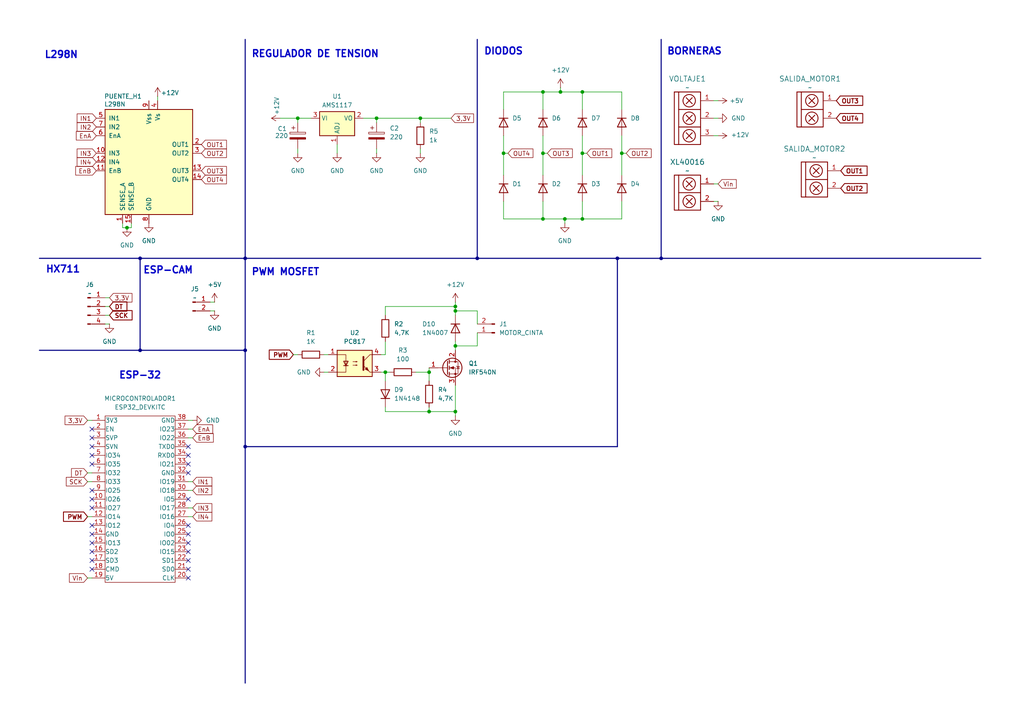
<source format=kicad_sch>
(kicad_sch
	(version 20231120)
	(generator "eeschema")
	(generator_version "8.0")
	(uuid "ea742916-086e-4e4f-b74c-fc0b842241da")
	(paper "A4")
	(lib_symbols
		(symbol "Connector:Conn_01x02_Pin"
			(pin_names
				(offset 1.016) hide)
			(exclude_from_sim no)
			(in_bom yes)
			(on_board yes)
			(property "Reference" "J"
				(at 0 2.54 0)
				(effects
					(font
						(size 1.27 1.27)
					)
				)
			)
			(property "Value" "Conn_01x02_Pin"
				(at 0 -5.08 0)
				(effects
					(font
						(size 1.27 1.27)
					)
				)
			)
			(property "Footprint" ""
				(at 0 0 0)
				(effects
					(font
						(size 1.27 1.27)
					)
					(hide yes)
				)
			)
			(property "Datasheet" "~"
				(at 0 0 0)
				(effects
					(font
						(size 1.27 1.27)
					)
					(hide yes)
				)
			)
			(property "Description" "Generic connector, single row, 01x02, script generated"
				(at 0 0 0)
				(effects
					(font
						(size 1.27 1.27)
					)
					(hide yes)
				)
			)
			(property "ki_locked" ""
				(at 0 0 0)
				(effects
					(font
						(size 1.27 1.27)
					)
				)
			)
			(property "ki_keywords" "connector"
				(at 0 0 0)
				(effects
					(font
						(size 1.27 1.27)
					)
					(hide yes)
				)
			)
			(property "ki_fp_filters" "Connector*:*_1x??_*"
				(at 0 0 0)
				(effects
					(font
						(size 1.27 1.27)
					)
					(hide yes)
				)
			)
			(symbol "Conn_01x02_Pin_1_1"
				(polyline
					(pts
						(xy 1.27 -2.54) (xy 0.8636 -2.54)
					)
					(stroke
						(width 0.1524)
						(type default)
					)
					(fill
						(type none)
					)
				)
				(polyline
					(pts
						(xy 1.27 0) (xy 0.8636 0)
					)
					(stroke
						(width 0.1524)
						(type default)
					)
					(fill
						(type none)
					)
				)
				(rectangle
					(start 0.8636 -2.413)
					(end 0 -2.667)
					(stroke
						(width 0.1524)
						(type default)
					)
					(fill
						(type outline)
					)
				)
				(rectangle
					(start 0.8636 0.127)
					(end 0 -0.127)
					(stroke
						(width 0.1524)
						(type default)
					)
					(fill
						(type outline)
					)
				)
				(pin passive line
					(at 5.08 0 180)
					(length 3.81)
					(name "Pin_1"
						(effects
							(font
								(size 1.27 1.27)
							)
						)
					)
					(number "1"
						(effects
							(font
								(size 1.27 1.27)
							)
						)
					)
				)
				(pin passive line
					(at 5.08 -2.54 180)
					(length 3.81)
					(name "Pin_2"
						(effects
							(font
								(size 1.27 1.27)
							)
						)
					)
					(number "2"
						(effects
							(font
								(size 1.27 1.27)
							)
						)
					)
				)
			)
		)
		(symbol "Connector:Conn_01x04_Pin"
			(pin_names
				(offset 1.016) hide)
			(exclude_from_sim no)
			(in_bom yes)
			(on_board yes)
			(property "Reference" "J"
				(at 0 5.08 0)
				(effects
					(font
						(size 1.27 1.27)
					)
				)
			)
			(property "Value" "Conn_01x04_Pin"
				(at 0 -7.62 0)
				(effects
					(font
						(size 1.27 1.27)
					)
				)
			)
			(property "Footprint" ""
				(at 0 0 0)
				(effects
					(font
						(size 1.27 1.27)
					)
					(hide yes)
				)
			)
			(property "Datasheet" "~"
				(at 0 0 0)
				(effects
					(font
						(size 1.27 1.27)
					)
					(hide yes)
				)
			)
			(property "Description" "Generic connector, single row, 01x04, script generated"
				(at 0 0 0)
				(effects
					(font
						(size 1.27 1.27)
					)
					(hide yes)
				)
			)
			(property "ki_locked" ""
				(at 0 0 0)
				(effects
					(font
						(size 1.27 1.27)
					)
				)
			)
			(property "ki_keywords" "connector"
				(at 0 0 0)
				(effects
					(font
						(size 1.27 1.27)
					)
					(hide yes)
				)
			)
			(property "ki_fp_filters" "Connector*:*_1x??_*"
				(at 0 0 0)
				(effects
					(font
						(size 1.27 1.27)
					)
					(hide yes)
				)
			)
			(symbol "Conn_01x04_Pin_1_1"
				(polyline
					(pts
						(xy 1.27 -5.08) (xy 0.8636 -5.08)
					)
					(stroke
						(width 0.1524)
						(type default)
					)
					(fill
						(type none)
					)
				)
				(polyline
					(pts
						(xy 1.27 -2.54) (xy 0.8636 -2.54)
					)
					(stroke
						(width 0.1524)
						(type default)
					)
					(fill
						(type none)
					)
				)
				(polyline
					(pts
						(xy 1.27 0) (xy 0.8636 0)
					)
					(stroke
						(width 0.1524)
						(type default)
					)
					(fill
						(type none)
					)
				)
				(polyline
					(pts
						(xy 1.27 2.54) (xy 0.8636 2.54)
					)
					(stroke
						(width 0.1524)
						(type default)
					)
					(fill
						(type none)
					)
				)
				(rectangle
					(start 0.8636 -4.953)
					(end 0 -5.207)
					(stroke
						(width 0.1524)
						(type default)
					)
					(fill
						(type outline)
					)
				)
				(rectangle
					(start 0.8636 -2.413)
					(end 0 -2.667)
					(stroke
						(width 0.1524)
						(type default)
					)
					(fill
						(type outline)
					)
				)
				(rectangle
					(start 0.8636 0.127)
					(end 0 -0.127)
					(stroke
						(width 0.1524)
						(type default)
					)
					(fill
						(type outline)
					)
				)
				(rectangle
					(start 0.8636 2.667)
					(end 0 2.413)
					(stroke
						(width 0.1524)
						(type default)
					)
					(fill
						(type outline)
					)
				)
				(pin passive line
					(at 5.08 2.54 180)
					(length 3.81)
					(name "Pin_1"
						(effects
							(font
								(size 1.27 1.27)
							)
						)
					)
					(number "1"
						(effects
							(font
								(size 1.27 1.27)
							)
						)
					)
				)
				(pin passive line
					(at 5.08 0 180)
					(length 3.81)
					(name "Pin_2"
						(effects
							(font
								(size 1.27 1.27)
							)
						)
					)
					(number "2"
						(effects
							(font
								(size 1.27 1.27)
							)
						)
					)
				)
				(pin passive line
					(at 5.08 -2.54 180)
					(length 3.81)
					(name "Pin_3"
						(effects
							(font
								(size 1.27 1.27)
							)
						)
					)
					(number "3"
						(effects
							(font
								(size 1.27 1.27)
							)
						)
					)
				)
				(pin passive line
					(at 5.08 -5.08 180)
					(length 3.81)
					(name "Pin_4"
						(effects
							(font
								(size 1.27 1.27)
							)
						)
					)
					(number "4"
						(effects
							(font
								(size 1.27 1.27)
							)
						)
					)
				)
			)
		)
		(symbol "Device:C_Polarized"
			(pin_numbers hide)
			(pin_names
				(offset 0.254)
			)
			(exclude_from_sim no)
			(in_bom yes)
			(on_board yes)
			(property "Reference" "C"
				(at 0.635 2.54 0)
				(effects
					(font
						(size 1.27 1.27)
					)
					(justify left)
				)
			)
			(property "Value" "C_Polarized"
				(at 0.635 -2.54 0)
				(effects
					(font
						(size 1.27 1.27)
					)
					(justify left)
				)
			)
			(property "Footprint" ""
				(at 0.9652 -3.81 0)
				(effects
					(font
						(size 1.27 1.27)
					)
					(hide yes)
				)
			)
			(property "Datasheet" "~"
				(at 0 0 0)
				(effects
					(font
						(size 1.27 1.27)
					)
					(hide yes)
				)
			)
			(property "Description" "Polarized capacitor"
				(at 0 0 0)
				(effects
					(font
						(size 1.27 1.27)
					)
					(hide yes)
				)
			)
			(property "ki_keywords" "cap capacitor"
				(at 0 0 0)
				(effects
					(font
						(size 1.27 1.27)
					)
					(hide yes)
				)
			)
			(property "ki_fp_filters" "CP_*"
				(at 0 0 0)
				(effects
					(font
						(size 1.27 1.27)
					)
					(hide yes)
				)
			)
			(symbol "C_Polarized_0_1"
				(rectangle
					(start -2.286 0.508)
					(end 2.286 1.016)
					(stroke
						(width 0)
						(type default)
					)
					(fill
						(type none)
					)
				)
				(polyline
					(pts
						(xy -1.778 2.286) (xy -0.762 2.286)
					)
					(stroke
						(width 0)
						(type default)
					)
					(fill
						(type none)
					)
				)
				(polyline
					(pts
						(xy -1.27 2.794) (xy -1.27 1.778)
					)
					(stroke
						(width 0)
						(type default)
					)
					(fill
						(type none)
					)
				)
				(rectangle
					(start 2.286 -0.508)
					(end -2.286 -1.016)
					(stroke
						(width 0)
						(type default)
					)
					(fill
						(type outline)
					)
				)
			)
			(symbol "C_Polarized_1_1"
				(pin passive line
					(at 0 3.81 270)
					(length 2.794)
					(name "~"
						(effects
							(font
								(size 1.27 1.27)
							)
						)
					)
					(number "1"
						(effects
							(font
								(size 1.27 1.27)
							)
						)
					)
				)
				(pin passive line
					(at 0 -3.81 90)
					(length 2.794)
					(name "~"
						(effects
							(font
								(size 1.27 1.27)
							)
						)
					)
					(number "2"
						(effects
							(font
								(size 1.27 1.27)
							)
						)
					)
				)
			)
		)
		(symbol "Device:R"
			(pin_numbers hide)
			(pin_names
				(offset 0)
			)
			(exclude_from_sim no)
			(in_bom yes)
			(on_board yes)
			(property "Reference" "R"
				(at 2.032 0 90)
				(effects
					(font
						(size 1.27 1.27)
					)
				)
			)
			(property "Value" "R"
				(at 0 0 90)
				(effects
					(font
						(size 1.27 1.27)
					)
				)
			)
			(property "Footprint" ""
				(at -1.778 0 90)
				(effects
					(font
						(size 1.27 1.27)
					)
					(hide yes)
				)
			)
			(property "Datasheet" "~"
				(at 0 0 0)
				(effects
					(font
						(size 1.27 1.27)
					)
					(hide yes)
				)
			)
			(property "Description" "Resistor"
				(at 0 0 0)
				(effects
					(font
						(size 1.27 1.27)
					)
					(hide yes)
				)
			)
			(property "ki_keywords" "R res resistor"
				(at 0 0 0)
				(effects
					(font
						(size 1.27 1.27)
					)
					(hide yes)
				)
			)
			(property "ki_fp_filters" "R_*"
				(at 0 0 0)
				(effects
					(font
						(size 1.27 1.27)
					)
					(hide yes)
				)
			)
			(symbol "R_0_1"
				(rectangle
					(start -1.016 -2.54)
					(end 1.016 2.54)
					(stroke
						(width 0.254)
						(type default)
					)
					(fill
						(type none)
					)
				)
			)
			(symbol "R_1_1"
				(pin passive line
					(at 0 3.81 270)
					(length 1.27)
					(name "~"
						(effects
							(font
								(size 1.27 1.27)
							)
						)
					)
					(number "1"
						(effects
							(font
								(size 1.27 1.27)
							)
						)
					)
				)
				(pin passive line
					(at 0 -3.81 90)
					(length 1.27)
					(name "~"
						(effects
							(font
								(size 1.27 1.27)
							)
						)
					)
					(number "2"
						(effects
							(font
								(size 1.27 1.27)
							)
						)
					)
				)
			)
		)
		(symbol "Diode:1N4007"
			(pin_numbers hide)
			(pin_names hide)
			(exclude_from_sim no)
			(in_bom yes)
			(on_board yes)
			(property "Reference" "D"
				(at 0 2.54 0)
				(effects
					(font
						(size 1.27 1.27)
					)
				)
			)
			(property "Value" "1N4007"
				(at 0 -2.54 0)
				(effects
					(font
						(size 1.27 1.27)
					)
				)
			)
			(property "Footprint" "Diode_THT:D_DO-41_SOD81_P10.16mm_Horizontal"
				(at 0 -4.445 0)
				(effects
					(font
						(size 1.27 1.27)
					)
					(hide yes)
				)
			)
			(property "Datasheet" "http://www.vishay.com/docs/88503/1n4001.pdf"
				(at 0 0 0)
				(effects
					(font
						(size 1.27 1.27)
					)
					(hide yes)
				)
			)
			(property "Description" "1000V 1A General Purpose Rectifier Diode, DO-41"
				(at 0 0 0)
				(effects
					(font
						(size 1.27 1.27)
					)
					(hide yes)
				)
			)
			(property "Sim.Device" "D"
				(at 0 0 0)
				(effects
					(font
						(size 1.27 1.27)
					)
					(hide yes)
				)
			)
			(property "Sim.Pins" "1=K 2=A"
				(at 0 0 0)
				(effects
					(font
						(size 1.27 1.27)
					)
					(hide yes)
				)
			)
			(property "ki_keywords" "diode"
				(at 0 0 0)
				(effects
					(font
						(size 1.27 1.27)
					)
					(hide yes)
				)
			)
			(property "ki_fp_filters" "D*DO?41*"
				(at 0 0 0)
				(effects
					(font
						(size 1.27 1.27)
					)
					(hide yes)
				)
			)
			(symbol "1N4007_0_1"
				(polyline
					(pts
						(xy -1.27 1.27) (xy -1.27 -1.27)
					)
					(stroke
						(width 0.254)
						(type default)
					)
					(fill
						(type none)
					)
				)
				(polyline
					(pts
						(xy 1.27 0) (xy -1.27 0)
					)
					(stroke
						(width 0)
						(type default)
					)
					(fill
						(type none)
					)
				)
				(polyline
					(pts
						(xy 1.27 1.27) (xy 1.27 -1.27) (xy -1.27 0) (xy 1.27 1.27)
					)
					(stroke
						(width 0.254)
						(type default)
					)
					(fill
						(type none)
					)
				)
			)
			(symbol "1N4007_1_1"
				(pin passive line
					(at -3.81 0 0)
					(length 2.54)
					(name "K"
						(effects
							(font
								(size 1.27 1.27)
							)
						)
					)
					(number "1"
						(effects
							(font
								(size 1.27 1.27)
							)
						)
					)
				)
				(pin passive line
					(at 3.81 0 180)
					(length 2.54)
					(name "A"
						(effects
							(font
								(size 1.27 1.27)
							)
						)
					)
					(number "2"
						(effects
							(font
								(size 1.27 1.27)
							)
						)
					)
				)
			)
		)
		(symbol "Diode:1N4148"
			(pin_numbers hide)
			(pin_names hide)
			(exclude_from_sim no)
			(in_bom yes)
			(on_board yes)
			(property "Reference" "D"
				(at 0 2.54 0)
				(effects
					(font
						(size 1.27 1.27)
					)
				)
			)
			(property "Value" "1N4148"
				(at 0 -2.54 0)
				(effects
					(font
						(size 1.27 1.27)
					)
				)
			)
			(property "Footprint" "Diode_THT:D_DO-35_SOD27_P7.62mm_Horizontal"
				(at 0 0 0)
				(effects
					(font
						(size 1.27 1.27)
					)
					(hide yes)
				)
			)
			(property "Datasheet" "https://assets.nexperia.com/documents/data-sheet/1N4148_1N4448.pdf"
				(at 0 0 0)
				(effects
					(font
						(size 1.27 1.27)
					)
					(hide yes)
				)
			)
			(property "Description" "100V 0.15A standard switching diode, DO-35"
				(at 0 0 0)
				(effects
					(font
						(size 1.27 1.27)
					)
					(hide yes)
				)
			)
			(property "Sim.Device" "D"
				(at 0 0 0)
				(effects
					(font
						(size 1.27 1.27)
					)
					(hide yes)
				)
			)
			(property "Sim.Pins" "1=K 2=A"
				(at 0 0 0)
				(effects
					(font
						(size 1.27 1.27)
					)
					(hide yes)
				)
			)
			(property "ki_keywords" "diode"
				(at 0 0 0)
				(effects
					(font
						(size 1.27 1.27)
					)
					(hide yes)
				)
			)
			(property "ki_fp_filters" "D*DO?35*"
				(at 0 0 0)
				(effects
					(font
						(size 1.27 1.27)
					)
					(hide yes)
				)
			)
			(symbol "1N4148_0_1"
				(polyline
					(pts
						(xy -1.27 1.27) (xy -1.27 -1.27)
					)
					(stroke
						(width 0.254)
						(type default)
					)
					(fill
						(type none)
					)
				)
				(polyline
					(pts
						(xy 1.27 0) (xy -1.27 0)
					)
					(stroke
						(width 0)
						(type default)
					)
					(fill
						(type none)
					)
				)
				(polyline
					(pts
						(xy 1.27 1.27) (xy 1.27 -1.27) (xy -1.27 0) (xy 1.27 1.27)
					)
					(stroke
						(width 0.254)
						(type default)
					)
					(fill
						(type none)
					)
				)
			)
			(symbol "1N4148_1_1"
				(pin passive line
					(at -3.81 0 0)
					(length 2.54)
					(name "K"
						(effects
							(font
								(size 1.27 1.27)
							)
						)
					)
					(number "1"
						(effects
							(font
								(size 1.27 1.27)
							)
						)
					)
				)
				(pin passive line
					(at 3.81 0 180)
					(length 2.54)
					(name "A"
						(effects
							(font
								(size 1.27 1.27)
							)
						)
					)
					(number "2"
						(effects
							(font
								(size 1.27 1.27)
							)
						)
					)
				)
			)
		)
		(symbol "Diode:1N4148WT"
			(pin_numbers hide)
			(pin_names hide)
			(exclude_from_sim no)
			(in_bom yes)
			(on_board yes)
			(property "Reference" "D"
				(at 0 2.54 0)
				(effects
					(font
						(size 1.27 1.27)
					)
				)
			)
			(property "Value" "1N4148WT"
				(at 0 -2.54 0)
				(effects
					(font
						(size 1.27 1.27)
					)
				)
			)
			(property "Footprint" "Diode_SMD:D_SOD-523"
				(at 0 -4.445 0)
				(effects
					(font
						(size 1.27 1.27)
					)
					(hide yes)
				)
			)
			(property "Datasheet" "https://www.diodes.com/assets/Datasheets/ds30396.pdf"
				(at 0 0 0)
				(effects
					(font
						(size 1.27 1.27)
					)
					(hide yes)
				)
			)
			(property "Description" "75V 0.15A Fast switching Diode, SOD-523"
				(at 0 0 0)
				(effects
					(font
						(size 1.27 1.27)
					)
					(hide yes)
				)
			)
			(property "Sim.Device" "D"
				(at 0 0 0)
				(effects
					(font
						(size 1.27 1.27)
					)
					(hide yes)
				)
			)
			(property "Sim.Pins" "1=K 2=A"
				(at 0 0 0)
				(effects
					(font
						(size 1.27 1.27)
					)
					(hide yes)
				)
			)
			(property "ki_keywords" "diode"
				(at 0 0 0)
				(effects
					(font
						(size 1.27 1.27)
					)
					(hide yes)
				)
			)
			(property "ki_fp_filters" "D*SOD?523*"
				(at 0 0 0)
				(effects
					(font
						(size 1.27 1.27)
					)
					(hide yes)
				)
			)
			(symbol "1N4148WT_0_1"
				(polyline
					(pts
						(xy -1.27 1.27) (xy -1.27 -1.27)
					)
					(stroke
						(width 0.254)
						(type default)
					)
					(fill
						(type none)
					)
				)
				(polyline
					(pts
						(xy 1.27 0) (xy -1.27 0)
					)
					(stroke
						(width 0)
						(type default)
					)
					(fill
						(type none)
					)
				)
				(polyline
					(pts
						(xy 1.27 1.27) (xy 1.27 -1.27) (xy -1.27 0) (xy 1.27 1.27)
					)
					(stroke
						(width 0.254)
						(type default)
					)
					(fill
						(type none)
					)
				)
			)
			(symbol "1N4148WT_1_1"
				(pin passive line
					(at -3.81 0 0)
					(length 2.54)
					(name "K"
						(effects
							(font
								(size 1.27 1.27)
							)
						)
					)
					(number "1"
						(effects
							(font
								(size 1.27 1.27)
							)
						)
					)
				)
				(pin passive line
					(at 3.81 0 180)
					(length 2.54)
					(name "A"
						(effects
							(font
								(size 1.27 1.27)
							)
						)
					)
					(number "2"
						(effects
							(font
								(size 1.27 1.27)
							)
						)
					)
				)
			)
		)
		(symbol "Driver_Motor:L298N"
			(pin_names
				(offset 1.016)
			)
			(exclude_from_sim no)
			(in_bom yes)
			(on_board yes)
			(property "Reference" "U"
				(at -10.16 16.51 0)
				(effects
					(font
						(size 1.27 1.27)
					)
					(justify right)
				)
			)
			(property "Value" "L298N"
				(at 12.7 16.51 0)
				(effects
					(font
						(size 1.27 1.27)
					)
					(justify right)
				)
			)
			(property "Footprint" "Package_TO_SOT_THT:TO-220-15_P2.54x2.54mm_StaggerOdd_Lead4.58mm_Vertical"
				(at 1.27 -16.51 0)
				(effects
					(font
						(size 1.27 1.27)
					)
					(justify left)
					(hide yes)
				)
			)
			(property "Datasheet" "http://www.st.com/st-web-ui/static/active/en/resource/technical/document/datasheet/CD00000240.pdf"
				(at 3.81 6.35 0)
				(effects
					(font
						(size 1.27 1.27)
					)
					(hide yes)
				)
			)
			(property "Description" "Dual full bridge motor driver, up to 46V, 4A, Multiwatt15-V"
				(at 0 0 0)
				(effects
					(font
						(size 1.27 1.27)
					)
					(hide yes)
				)
			)
			(property "ki_keywords" "H-bridge motor driver"
				(at 0 0 0)
				(effects
					(font
						(size 1.27 1.27)
					)
					(hide yes)
				)
			)
			(property "ki_fp_filters" "TO?220*StaggerOdd*Vertical*"
				(at 0 0 0)
				(effects
					(font
						(size 1.27 1.27)
					)
					(hide yes)
				)
			)
			(symbol "L298N_0_1"
				(rectangle
					(start -12.7 15.24)
					(end 12.7 -15.24)
					(stroke
						(width 0.254)
						(type default)
					)
					(fill
						(type background)
					)
				)
			)
			(symbol "L298N_1_1"
				(pin power_in line
					(at -7.62 -17.78 90)
					(length 2.54)
					(name "SENSE_A"
						(effects
							(font
								(size 1.27 1.27)
							)
						)
					)
					(number "1"
						(effects
							(font
								(size 1.27 1.27)
							)
						)
					)
				)
				(pin input line
					(at -15.24 2.54 0)
					(length 2.54)
					(name "IN3"
						(effects
							(font
								(size 1.27 1.27)
							)
						)
					)
					(number "10"
						(effects
							(font
								(size 1.27 1.27)
							)
						)
					)
				)
				(pin input line
					(at -15.24 -2.54 0)
					(length 2.54)
					(name "EnB"
						(effects
							(font
								(size 1.27 1.27)
							)
						)
					)
					(number "11"
						(effects
							(font
								(size 1.27 1.27)
							)
						)
					)
				)
				(pin input line
					(at -15.24 0 0)
					(length 2.54)
					(name "IN4"
						(effects
							(font
								(size 1.27 1.27)
							)
						)
					)
					(number "12"
						(effects
							(font
								(size 1.27 1.27)
							)
						)
					)
				)
				(pin output line
					(at 15.24 -2.54 180)
					(length 2.54)
					(name "OUT3"
						(effects
							(font
								(size 1.27 1.27)
							)
						)
					)
					(number "13"
						(effects
							(font
								(size 1.27 1.27)
							)
						)
					)
				)
				(pin output line
					(at 15.24 -5.08 180)
					(length 2.54)
					(name "OUT4"
						(effects
							(font
								(size 1.27 1.27)
							)
						)
					)
					(number "14"
						(effects
							(font
								(size 1.27 1.27)
							)
						)
					)
				)
				(pin power_in line
					(at -5.08 -17.78 90)
					(length 2.54)
					(name "SENSE_B"
						(effects
							(font
								(size 1.27 1.27)
							)
						)
					)
					(number "15"
						(effects
							(font
								(size 1.27 1.27)
							)
						)
					)
				)
				(pin output line
					(at 15.24 5.08 180)
					(length 2.54)
					(name "OUT1"
						(effects
							(font
								(size 1.27 1.27)
							)
						)
					)
					(number "2"
						(effects
							(font
								(size 1.27 1.27)
							)
						)
					)
				)
				(pin output line
					(at 15.24 2.54 180)
					(length 2.54)
					(name "OUT2"
						(effects
							(font
								(size 1.27 1.27)
							)
						)
					)
					(number "3"
						(effects
							(font
								(size 1.27 1.27)
							)
						)
					)
				)
				(pin power_in line
					(at 2.54 17.78 270)
					(length 2.54)
					(name "Vs"
						(effects
							(font
								(size 1.27 1.27)
							)
						)
					)
					(number "4"
						(effects
							(font
								(size 1.27 1.27)
							)
						)
					)
				)
				(pin input line
					(at -15.24 12.7 0)
					(length 2.54)
					(name "IN1"
						(effects
							(font
								(size 1.27 1.27)
							)
						)
					)
					(number "5"
						(effects
							(font
								(size 1.27 1.27)
							)
						)
					)
				)
				(pin input line
					(at -15.24 7.62 0)
					(length 2.54)
					(name "EnA"
						(effects
							(font
								(size 1.27 1.27)
							)
						)
					)
					(number "6"
						(effects
							(font
								(size 1.27 1.27)
							)
						)
					)
				)
				(pin input line
					(at -15.24 10.16 0)
					(length 2.54)
					(name "IN2"
						(effects
							(font
								(size 1.27 1.27)
							)
						)
					)
					(number "7"
						(effects
							(font
								(size 1.27 1.27)
							)
						)
					)
				)
				(pin power_in line
					(at 0 -17.78 90)
					(length 2.54)
					(name "GND"
						(effects
							(font
								(size 1.27 1.27)
							)
						)
					)
					(number "8"
						(effects
							(font
								(size 1.27 1.27)
							)
						)
					)
				)
				(pin power_in line
					(at 0 17.78 270)
					(length 2.54)
					(name "Vss"
						(effects
							(font
								(size 1.27 1.27)
							)
						)
					)
					(number "9"
						(effects
							(font
								(size 1.27 1.27)
							)
						)
					)
				)
			)
		)
		(symbol "EESTN5:ESP32_DEVKITC"
			(pin_names
				(offset 0.0254)
			)
			(exclude_from_sim no)
			(in_bom yes)
			(on_board yes)
			(property "Reference" "U"
				(at 0 25.4 0)
				(effects
					(font
						(size 1.27 1.27)
					)
				)
			)
			(property "Value" "ESP32_DEVKITC"
				(at 0 -25.4 0)
				(effects
					(font
						(size 1.27 1.27)
					)
				)
			)
			(property "Footprint" ""
				(at -7.62 -25.4 0)
				(effects
					(font
						(size 1.27 1.27)
					)
					(hide yes)
				)
			)
			(property "Datasheet" ""
				(at -7.62 -25.4 0)
				(effects
					(font
						(size 1.27 1.27)
					)
					(hide yes)
				)
			)
			(property "Description" "ESP32-DEVKITC"
				(at 0 0 0)
				(effects
					(font
						(size 1.27 1.27)
					)
					(hide yes)
				)
			)
			(property "ki_fp_filters" "ESP32*"
				(at 0 0 0)
				(effects
					(font
						(size 1.27 1.27)
					)
					(hide yes)
				)
			)
			(symbol "ESP32_DEVKITC_0_1"
				(rectangle
					(start -10.16 24.13)
					(end 10.16 -24.13)
					(stroke
						(width 0)
						(type solid)
					)
					(fill
						(type none)
					)
				)
			)
			(symbol "ESP32_DEVKITC_1_1"
				(pin passive line
					(at -13.97 22.86 0)
					(length 3.81)
					(name "3V3"
						(effects
							(font
								(size 1.27 1.27)
							)
						)
					)
					(number "1"
						(effects
							(font
								(size 1.27 1.27)
							)
						)
					)
				)
				(pin passive line
					(at -13.97 0 0)
					(length 3.81)
					(name "IO26"
						(effects
							(font
								(size 1.27 1.27)
							)
						)
					)
					(number "10"
						(effects
							(font
								(size 1.27 1.27)
							)
						)
					)
				)
				(pin passive line
					(at -13.97 -2.54 0)
					(length 3.81)
					(name "IO27"
						(effects
							(font
								(size 1.27 1.27)
							)
						)
					)
					(number "11"
						(effects
							(font
								(size 1.27 1.27)
							)
						)
					)
				)
				(pin passive line
					(at -13.97 -5.08 0)
					(length 3.81)
					(name "IO14"
						(effects
							(font
								(size 1.27 1.27)
							)
						)
					)
					(number "12"
						(effects
							(font
								(size 1.27 1.27)
							)
						)
					)
				)
				(pin passive line
					(at -13.97 -7.62 0)
					(length 3.81)
					(name "IO12"
						(effects
							(font
								(size 1.27 1.27)
							)
						)
					)
					(number "13"
						(effects
							(font
								(size 1.27 1.27)
							)
						)
					)
				)
				(pin passive line
					(at -13.97 -10.16 0)
					(length 3.81)
					(name "GND"
						(effects
							(font
								(size 1.27 1.27)
							)
						)
					)
					(number "14"
						(effects
							(font
								(size 1.27 1.27)
							)
						)
					)
				)
				(pin passive line
					(at -13.97 -12.7 0)
					(length 3.81)
					(name "IO13"
						(effects
							(font
								(size 1.27 1.27)
							)
						)
					)
					(number "15"
						(effects
							(font
								(size 1.27 1.27)
							)
						)
					)
				)
				(pin passive line
					(at -13.97 -15.24 0)
					(length 3.81)
					(name "SD2"
						(effects
							(font
								(size 1.27 1.27)
							)
						)
					)
					(number "16"
						(effects
							(font
								(size 1.27 1.27)
							)
						)
					)
				)
				(pin passive line
					(at -13.97 -17.78 0)
					(length 3.81)
					(name "SD3"
						(effects
							(font
								(size 1.27 1.27)
							)
						)
					)
					(number "17"
						(effects
							(font
								(size 1.27 1.27)
							)
						)
					)
				)
				(pin passive line
					(at -13.97 -20.32 0)
					(length 3.81)
					(name "CMD"
						(effects
							(font
								(size 1.27 1.27)
							)
						)
					)
					(number "18"
						(effects
							(font
								(size 1.27 1.27)
							)
						)
					)
				)
				(pin passive line
					(at -13.97 -22.86 0)
					(length 3.81)
					(name "5V"
						(effects
							(font
								(size 1.27 1.27)
							)
						)
					)
					(number "19"
						(effects
							(font
								(size 1.27 1.27)
							)
						)
					)
				)
				(pin passive line
					(at -13.97 20.32 0)
					(length 3.81)
					(name "EN"
						(effects
							(font
								(size 1.27 1.27)
							)
						)
					)
					(number "2"
						(effects
							(font
								(size 1.27 1.27)
							)
						)
					)
				)
				(pin passive line
					(at 13.97 -22.86 180)
					(length 3.81)
					(name "CLK"
						(effects
							(font
								(size 1.27 1.27)
							)
						)
					)
					(number "20"
						(effects
							(font
								(size 1.27 1.27)
							)
						)
					)
				)
				(pin passive line
					(at 13.97 -20.32 180)
					(length 3.81)
					(name "SD0"
						(effects
							(font
								(size 1.27 1.27)
							)
						)
					)
					(number "21"
						(effects
							(font
								(size 1.27 1.27)
							)
						)
					)
				)
				(pin passive line
					(at 13.97 -17.78 180)
					(length 3.81)
					(name "SD1"
						(effects
							(font
								(size 1.27 1.27)
							)
						)
					)
					(number "22"
						(effects
							(font
								(size 1.27 1.27)
							)
						)
					)
				)
				(pin passive line
					(at 13.97 -15.24 180)
					(length 3.81)
					(name "IO15"
						(effects
							(font
								(size 1.27 1.27)
							)
						)
					)
					(number "23"
						(effects
							(font
								(size 1.27 1.27)
							)
						)
					)
				)
				(pin passive line
					(at 13.97 -12.7 180)
					(length 3.81)
					(name "IO02"
						(effects
							(font
								(size 1.27 1.27)
							)
						)
					)
					(number "24"
						(effects
							(font
								(size 1.27 1.27)
							)
						)
					)
				)
				(pin passive line
					(at 13.97 -10.16 180)
					(length 3.81)
					(name "IO0"
						(effects
							(font
								(size 1.27 1.27)
							)
						)
					)
					(number "25"
						(effects
							(font
								(size 1.27 1.27)
							)
						)
					)
				)
				(pin passive line
					(at 13.97 -7.62 180)
					(length 3.81)
					(name "IO4"
						(effects
							(font
								(size 1.27 1.27)
							)
						)
					)
					(number "26"
						(effects
							(font
								(size 1.27 1.27)
							)
						)
					)
				)
				(pin passive line
					(at 13.97 -5.08 180)
					(length 3.81)
					(name "IO16"
						(effects
							(font
								(size 1.27 1.27)
							)
						)
					)
					(number "27"
						(effects
							(font
								(size 1.27 1.27)
							)
						)
					)
				)
				(pin passive line
					(at 13.97 -2.54 180)
					(length 3.81)
					(name "IO17"
						(effects
							(font
								(size 1.27 1.27)
							)
						)
					)
					(number "28"
						(effects
							(font
								(size 1.27 1.27)
							)
						)
					)
				)
				(pin passive line
					(at 13.97 0 180)
					(length 3.81)
					(name "IO5"
						(effects
							(font
								(size 1.27 1.27)
							)
						)
					)
					(number "29"
						(effects
							(font
								(size 1.27 1.27)
							)
						)
					)
				)
				(pin passive line
					(at -13.97 17.78 0)
					(length 3.81)
					(name "SVP"
						(effects
							(font
								(size 1.27 1.27)
							)
						)
					)
					(number "3"
						(effects
							(font
								(size 1.27 1.27)
							)
						)
					)
				)
				(pin passive line
					(at 13.97 2.54 180)
					(length 3.81)
					(name "IO18"
						(effects
							(font
								(size 1.27 1.27)
							)
						)
					)
					(number "30"
						(effects
							(font
								(size 1.27 1.27)
							)
						)
					)
				)
				(pin passive line
					(at 13.97 5.08 180)
					(length 3.81)
					(name "IO19"
						(effects
							(font
								(size 1.27 1.27)
							)
						)
					)
					(number "31"
						(effects
							(font
								(size 1.27 1.27)
							)
						)
					)
				)
				(pin passive line
					(at 13.97 7.62 180)
					(length 3.81)
					(name "GND"
						(effects
							(font
								(size 1.27 1.27)
							)
						)
					)
					(number "32"
						(effects
							(font
								(size 1.27 1.27)
							)
						)
					)
				)
				(pin passive line
					(at 13.97 10.16 180)
					(length 3.81)
					(name "IO21"
						(effects
							(font
								(size 1.27 1.27)
							)
						)
					)
					(number "33"
						(effects
							(font
								(size 1.27 1.27)
							)
						)
					)
				)
				(pin passive line
					(at 13.97 12.7 180)
					(length 3.81)
					(name "RXD0"
						(effects
							(font
								(size 1.27 1.27)
							)
						)
					)
					(number "34"
						(effects
							(font
								(size 1.27 1.27)
							)
						)
					)
				)
				(pin passive line
					(at 13.97 15.24 180)
					(length 3.81)
					(name "TXD0"
						(effects
							(font
								(size 1.27 1.27)
							)
						)
					)
					(number "35"
						(effects
							(font
								(size 1.27 1.27)
							)
						)
					)
				)
				(pin passive line
					(at 13.97 17.78 180)
					(length 3.81)
					(name "IO22"
						(effects
							(font
								(size 1.27 1.27)
							)
						)
					)
					(number "36"
						(effects
							(font
								(size 1.27 1.27)
							)
						)
					)
				)
				(pin passive line
					(at 13.97 20.32 180)
					(length 3.81)
					(name "IO23"
						(effects
							(font
								(size 1.27 1.27)
							)
						)
					)
					(number "37"
						(effects
							(font
								(size 1.27 1.27)
							)
						)
					)
				)
				(pin passive line
					(at 13.97 22.86 180)
					(length 3.81)
					(name "GND"
						(effects
							(font
								(size 1.27 1.27)
							)
						)
					)
					(number "38"
						(effects
							(font
								(size 1.27 1.27)
							)
						)
					)
				)
				(pin passive line
					(at -13.97 15.24 0)
					(length 3.81)
					(name "SVN"
						(effects
							(font
								(size 1.27 1.27)
							)
						)
					)
					(number "4"
						(effects
							(font
								(size 1.27 1.27)
							)
						)
					)
				)
				(pin passive line
					(at -13.97 12.7 0)
					(length 3.81)
					(name "IO34"
						(effects
							(font
								(size 1.27 1.27)
							)
						)
					)
					(number "5"
						(effects
							(font
								(size 1.27 1.27)
							)
						)
					)
				)
				(pin passive line
					(at -13.97 10.16 0)
					(length 3.81)
					(name "IO35"
						(effects
							(font
								(size 1.27 1.27)
							)
						)
					)
					(number "6"
						(effects
							(font
								(size 1.27 1.27)
							)
						)
					)
				)
				(pin passive line
					(at -13.97 7.62 0)
					(length 3.81)
					(name "IO32"
						(effects
							(font
								(size 1.27 1.27)
							)
						)
					)
					(number "7"
						(effects
							(font
								(size 1.27 1.27)
							)
						)
					)
				)
				(pin passive line
					(at -13.97 5.08 0)
					(length 3.81)
					(name "IO33"
						(effects
							(font
								(size 1.27 1.27)
							)
						)
					)
					(number "8"
						(effects
							(font
								(size 1.27 1.27)
							)
						)
					)
				)
				(pin passive line
					(at -13.97 2.54 0)
					(length 3.81)
					(name "IO25"
						(effects
							(font
								(size 1.27 1.27)
							)
						)
					)
					(number "9"
						(effects
							(font
								(size 1.27 1.27)
							)
						)
					)
				)
			)
		)
		(symbol "EESTN5:TB_1X2"
			(pin_names
				(offset 1.016)
			)
			(exclude_from_sim no)
			(in_bom yes)
			(on_board yes)
			(property "Reference" "J"
				(at 0 7.62 0)
				(effects
					(font
						(size 1.524 1.524)
					)
				)
			)
			(property "Value" "TB_1X2"
				(at 1.27 -7.62 0)
				(effects
					(font
						(size 1.524 1.524)
					)
				)
			)
			(property "Footprint" ""
				(at -1.27 1.27 0)
				(effects
					(font
						(size 1.524 1.524)
					)
				)
			)
			(property "Datasheet" ""
				(at -1.27 1.27 0)
				(effects
					(font
						(size 1.524 1.524)
					)
				)
			)
			(property "Description" ""
				(at 0 0 0)
				(effects
					(font
						(size 1.27 1.27)
					)
					(hide yes)
				)
			)
			(property "ki_fp_filters" "BORNERA* TB*"
				(at 0 0 0)
				(effects
					(font
						(size 1.27 1.27)
					)
					(hide yes)
				)
			)
			(symbol "TB_1X2_0_1"
				(rectangle
					(start -2.54 5.08)
					(end 5.08 -5.08)
					(stroke
						(width 0.254)
						(type solid)
					)
					(fill
						(type none)
					)
				)
				(polyline
					(pts
						(xy -1.27 0) (xy 5.08 0)
					)
					(stroke
						(width 0.254)
						(type solid)
					)
					(fill
						(type none)
					)
				)
				(polyline
					(pts
						(xy -1.27 5.08) (xy -1.27 -5.08)
					)
					(stroke
						(width 0.254)
						(type solid)
					)
					(fill
						(type none)
					)
				)
				(polyline
					(pts
						(xy 0.889 -3.429) (xy 2.667 -1.651)
					)
					(stroke
						(width 0.254)
						(type solid)
					)
					(fill
						(type none)
					)
				)
				(polyline
					(pts
						(xy 0.889 -1.651) (xy 2.667 -3.429)
					)
					(stroke
						(width 0.254)
						(type solid)
					)
					(fill
						(type none)
					)
				)
				(polyline
					(pts
						(xy 0.889 1.651) (xy 2.667 3.429)
					)
					(stroke
						(width 0.254)
						(type solid)
					)
					(fill
						(type none)
					)
				)
				(polyline
					(pts
						(xy 0.889 3.429) (xy 2.667 1.651)
					)
					(stroke
						(width 0.254)
						(type solid)
					)
					(fill
						(type none)
					)
				)
				(circle
					(center 1.778 -2.54)
					(radius 1.8034)
					(stroke
						(width 0.254)
						(type solid)
					)
					(fill
						(type none)
					)
				)
				(circle
					(center 1.778 2.54)
					(radius 1.8034)
					(stroke
						(width 0.254)
						(type solid)
					)
					(fill
						(type none)
					)
				)
			)
			(symbol "TB_1X2_1_1"
				(pin input line
					(at 8.89 2.54 180)
					(length 3.81)
					(name "~"
						(effects
							(font
								(size 1.27 1.27)
							)
						)
					)
					(number "1"
						(effects
							(font
								(size 1.27 1.27)
							)
						)
					)
				)
				(pin input line
					(at 8.89 -2.54 180)
					(length 3.81)
					(name "~"
						(effects
							(font
								(size 1.27 1.27)
							)
						)
					)
					(number "2"
						(effects
							(font
								(size 1.27 1.27)
							)
						)
					)
				)
			)
		)
		(symbol "EESTN5:TB_1X3"
			(pin_names
				(offset 1.016)
			)
			(exclude_from_sim no)
			(in_bom yes)
			(on_board yes)
			(property "Reference" "J"
				(at 0 7.62 0)
				(effects
					(font
						(size 1.524 1.524)
					)
				)
			)
			(property "Value" "TB_1X3"
				(at 1.27 -11.43 0)
				(effects
					(font
						(size 1.524 1.524)
					)
				)
			)
			(property "Footprint" ""
				(at -1.27 1.27 0)
				(effects
					(font
						(size 1.524 1.524)
					)
				)
			)
			(property "Datasheet" ""
				(at -1.27 1.27 0)
				(effects
					(font
						(size 1.524 1.524)
					)
				)
			)
			(property "Description" ""
				(at 0 0 0)
				(effects
					(font
						(size 1.27 1.27)
					)
					(hide yes)
				)
			)
			(property "ki_fp_filters" "BORNERA* TB*"
				(at 0 0 0)
				(effects
					(font
						(size 1.27 1.27)
					)
					(hide yes)
				)
			)
			(symbol "TB_1X3_0_1"
				(rectangle
					(start -2.54 5.08)
					(end 5.08 -10.16)
					(stroke
						(width 0.254)
						(type solid)
					)
					(fill
						(type none)
					)
				)
				(polyline
					(pts
						(xy -1.27 -5.08) (xy 5.08 -5.08)
					)
					(stroke
						(width 0.254)
						(type solid)
					)
					(fill
						(type none)
					)
				)
				(polyline
					(pts
						(xy -1.27 0) (xy 5.08 0)
					)
					(stroke
						(width 0.254)
						(type solid)
					)
					(fill
						(type none)
					)
				)
				(polyline
					(pts
						(xy -1.27 5.08) (xy -1.27 -10.16)
					)
					(stroke
						(width 0.254)
						(type solid)
					)
					(fill
						(type none)
					)
				)
				(polyline
					(pts
						(xy 0.889 -8.509) (xy 2.667 -6.731)
					)
					(stroke
						(width 0.254)
						(type solid)
					)
					(fill
						(type none)
					)
				)
				(polyline
					(pts
						(xy 0.889 -6.731) (xy 2.667 -8.509)
					)
					(stroke
						(width 0.254)
						(type solid)
					)
					(fill
						(type none)
					)
				)
				(polyline
					(pts
						(xy 0.889 -3.429) (xy 2.667 -1.651)
					)
					(stroke
						(width 0.254)
						(type solid)
					)
					(fill
						(type none)
					)
				)
				(polyline
					(pts
						(xy 0.889 -1.651) (xy 2.667 -3.429)
					)
					(stroke
						(width 0.254)
						(type solid)
					)
					(fill
						(type none)
					)
				)
				(polyline
					(pts
						(xy 0.889 1.651) (xy 2.667 3.429)
					)
					(stroke
						(width 0.254)
						(type solid)
					)
					(fill
						(type none)
					)
				)
				(polyline
					(pts
						(xy 0.889 3.429) (xy 2.667 1.651)
					)
					(stroke
						(width 0.254)
						(type solid)
					)
					(fill
						(type none)
					)
				)
				(circle
					(center 1.778 -7.62)
					(radius 1.8034)
					(stroke
						(width 0.254)
						(type solid)
					)
					(fill
						(type none)
					)
				)
				(circle
					(center 1.778 -2.54)
					(radius 1.8034)
					(stroke
						(width 0.254)
						(type solid)
					)
					(fill
						(type none)
					)
				)
				(circle
					(center 1.778 2.54)
					(radius 1.8034)
					(stroke
						(width 0.254)
						(type solid)
					)
					(fill
						(type none)
					)
				)
			)
			(symbol "TB_1X3_1_1"
				(pin input line
					(at 8.89 2.54 180)
					(length 3.81)
					(name "~"
						(effects
							(font
								(size 1.27 1.27)
							)
						)
					)
					(number "1"
						(effects
							(font
								(size 1.27 1.27)
							)
						)
					)
				)
				(pin input line
					(at 8.89 -2.54 180)
					(length 3.81)
					(name "~"
						(effects
							(font
								(size 1.27 1.27)
							)
						)
					)
					(number "2"
						(effects
							(font
								(size 1.27 1.27)
							)
						)
					)
				)
				(pin input line
					(at 8.89 -7.62 180)
					(length 3.81)
					(name "~"
						(effects
							(font
								(size 1.27 1.27)
							)
						)
					)
					(number "3"
						(effects
							(font
								(size 1.27 1.27)
							)
						)
					)
				)
			)
		)
		(symbol "Isolator:PC817"
			(pin_names
				(offset 1.016)
			)
			(exclude_from_sim no)
			(in_bom yes)
			(on_board yes)
			(property "Reference" "U"
				(at -5.08 5.08 0)
				(effects
					(font
						(size 1.27 1.27)
					)
					(justify left)
				)
			)
			(property "Value" "PC817"
				(at 0 5.08 0)
				(effects
					(font
						(size 1.27 1.27)
					)
					(justify left)
				)
			)
			(property "Footprint" "Package_DIP:DIP-4_W7.62mm"
				(at -5.08 -5.08 0)
				(effects
					(font
						(size 1.27 1.27)
						(italic yes)
					)
					(justify left)
					(hide yes)
				)
			)
			(property "Datasheet" "http://www.soselectronic.cz/a_info/resource/d/pc817.pdf"
				(at 0 0 0)
				(effects
					(font
						(size 1.27 1.27)
					)
					(justify left)
					(hide yes)
				)
			)
			(property "Description" "DC Optocoupler, Vce 35V, CTR 50-300%, DIP-4"
				(at 0 0 0)
				(effects
					(font
						(size 1.27 1.27)
					)
					(hide yes)
				)
			)
			(property "ki_keywords" "NPN DC Optocoupler"
				(at 0 0 0)
				(effects
					(font
						(size 1.27 1.27)
					)
					(hide yes)
				)
			)
			(property "ki_fp_filters" "DIP*W7.62mm*"
				(at 0 0 0)
				(effects
					(font
						(size 1.27 1.27)
					)
					(hide yes)
				)
			)
			(symbol "PC817_0_1"
				(rectangle
					(start -5.08 3.81)
					(end 5.08 -3.81)
					(stroke
						(width 0.254)
						(type default)
					)
					(fill
						(type background)
					)
				)
				(polyline
					(pts
						(xy -3.175 -0.635) (xy -1.905 -0.635)
					)
					(stroke
						(width 0.254)
						(type default)
					)
					(fill
						(type none)
					)
				)
				(polyline
					(pts
						(xy 2.54 0.635) (xy 4.445 2.54)
					)
					(stroke
						(width 0)
						(type default)
					)
					(fill
						(type none)
					)
				)
				(polyline
					(pts
						(xy 4.445 -2.54) (xy 2.54 -0.635)
					)
					(stroke
						(width 0)
						(type default)
					)
					(fill
						(type outline)
					)
				)
				(polyline
					(pts
						(xy 4.445 -2.54) (xy 5.08 -2.54)
					)
					(stroke
						(width 0)
						(type default)
					)
					(fill
						(type none)
					)
				)
				(polyline
					(pts
						(xy 4.445 2.54) (xy 5.08 2.54)
					)
					(stroke
						(width 0)
						(type default)
					)
					(fill
						(type none)
					)
				)
				(polyline
					(pts
						(xy -5.08 2.54) (xy -2.54 2.54) (xy -2.54 -0.635)
					)
					(stroke
						(width 0)
						(type default)
					)
					(fill
						(type none)
					)
				)
				(polyline
					(pts
						(xy -2.54 -0.635) (xy -2.54 -2.54) (xy -5.08 -2.54)
					)
					(stroke
						(width 0)
						(type default)
					)
					(fill
						(type none)
					)
				)
				(polyline
					(pts
						(xy 2.54 1.905) (xy 2.54 -1.905) (xy 2.54 -1.905)
					)
					(stroke
						(width 0.508)
						(type default)
					)
					(fill
						(type none)
					)
				)
				(polyline
					(pts
						(xy -2.54 -0.635) (xy -3.175 0.635) (xy -1.905 0.635) (xy -2.54 -0.635)
					)
					(stroke
						(width 0.254)
						(type default)
					)
					(fill
						(type none)
					)
				)
				(polyline
					(pts
						(xy -0.508 -0.508) (xy 0.762 -0.508) (xy 0.381 -0.635) (xy 0.381 -0.381) (xy 0.762 -0.508)
					)
					(stroke
						(width 0)
						(type default)
					)
					(fill
						(type none)
					)
				)
				(polyline
					(pts
						(xy -0.508 0.508) (xy 0.762 0.508) (xy 0.381 0.381) (xy 0.381 0.635) (xy 0.762 0.508)
					)
					(stroke
						(width 0)
						(type default)
					)
					(fill
						(type none)
					)
				)
				(polyline
					(pts
						(xy 3.048 -1.651) (xy 3.556 -1.143) (xy 4.064 -2.159) (xy 3.048 -1.651) (xy 3.048 -1.651)
					)
					(stroke
						(width 0)
						(type default)
					)
					(fill
						(type outline)
					)
				)
			)
			(symbol "PC817_1_1"
				(pin passive line
					(at -7.62 2.54 0)
					(length 2.54)
					(name "~"
						(effects
							(font
								(size 1.27 1.27)
							)
						)
					)
					(number "1"
						(effects
							(font
								(size 1.27 1.27)
							)
						)
					)
				)
				(pin passive line
					(at -7.62 -2.54 0)
					(length 2.54)
					(name "~"
						(effects
							(font
								(size 1.27 1.27)
							)
						)
					)
					(number "2"
						(effects
							(font
								(size 1.27 1.27)
							)
						)
					)
				)
				(pin passive line
					(at 7.62 -2.54 180)
					(length 2.54)
					(name "~"
						(effects
							(font
								(size 1.27 1.27)
							)
						)
					)
					(number "3"
						(effects
							(font
								(size 1.27 1.27)
							)
						)
					)
				)
				(pin passive line
					(at 7.62 2.54 180)
					(length 2.54)
					(name "~"
						(effects
							(font
								(size 1.27 1.27)
							)
						)
					)
					(number "4"
						(effects
							(font
								(size 1.27 1.27)
							)
						)
					)
				)
			)
		)
		(symbol "Regulator_Linear:AMS1117"
			(exclude_from_sim no)
			(in_bom yes)
			(on_board yes)
			(property "Reference" "U"
				(at -3.81 3.175 0)
				(effects
					(font
						(size 1.27 1.27)
					)
				)
			)
			(property "Value" "AMS1117"
				(at 0 3.175 0)
				(effects
					(font
						(size 1.27 1.27)
					)
					(justify left)
				)
			)
			(property "Footprint" "Package_TO_SOT_SMD:SOT-223-3_TabPin2"
				(at 0 5.08 0)
				(effects
					(font
						(size 1.27 1.27)
					)
					(hide yes)
				)
			)
			(property "Datasheet" "http://www.advanced-monolithic.com/pdf/ds1117.pdf"
				(at 2.54 -6.35 0)
				(effects
					(font
						(size 1.27 1.27)
					)
					(hide yes)
				)
			)
			(property "Description" "1A Low Dropout regulator, positive, adjustable output, SOT-223"
				(at 0 0 0)
				(effects
					(font
						(size 1.27 1.27)
					)
					(hide yes)
				)
			)
			(property "ki_keywords" "linear regulator ldo adjustable positive"
				(at 0 0 0)
				(effects
					(font
						(size 1.27 1.27)
					)
					(hide yes)
				)
			)
			(property "ki_fp_filters" "SOT?223*TabPin2*"
				(at 0 0 0)
				(effects
					(font
						(size 1.27 1.27)
					)
					(hide yes)
				)
			)
			(symbol "AMS1117_0_1"
				(rectangle
					(start -5.08 -5.08)
					(end 5.08 1.905)
					(stroke
						(width 0.254)
						(type default)
					)
					(fill
						(type background)
					)
				)
			)
			(symbol "AMS1117_1_1"
				(pin input line
					(at 0 -7.62 90)
					(length 2.54)
					(name "ADJ"
						(effects
							(font
								(size 1.27 1.27)
							)
						)
					)
					(number "1"
						(effects
							(font
								(size 1.27 1.27)
							)
						)
					)
				)
				(pin power_out line
					(at 7.62 0 180)
					(length 2.54)
					(name "VO"
						(effects
							(font
								(size 1.27 1.27)
							)
						)
					)
					(number "2"
						(effects
							(font
								(size 1.27 1.27)
							)
						)
					)
				)
				(pin power_in line
					(at -7.62 0 0)
					(length 2.54)
					(name "VI"
						(effects
							(font
								(size 1.27 1.27)
							)
						)
					)
					(number "3"
						(effects
							(font
								(size 1.27 1.27)
							)
						)
					)
				)
			)
		)
		(symbol "Transistor_FET:IRF540N"
			(pin_names hide)
			(exclude_from_sim no)
			(in_bom yes)
			(on_board yes)
			(property "Reference" "Q"
				(at 5.08 1.905 0)
				(effects
					(font
						(size 1.27 1.27)
					)
					(justify left)
				)
			)
			(property "Value" "IRF540N"
				(at 5.08 0 0)
				(effects
					(font
						(size 1.27 1.27)
					)
					(justify left)
				)
			)
			(property "Footprint" "Package_TO_SOT_THT:TO-220-3_Vertical"
				(at 5.08 -1.905 0)
				(effects
					(font
						(size 1.27 1.27)
						(italic yes)
					)
					(justify left)
					(hide yes)
				)
			)
			(property "Datasheet" "http://www.irf.com/product-info/datasheets/data/irf540n.pdf"
				(at 5.08 -3.81 0)
				(effects
					(font
						(size 1.27 1.27)
					)
					(justify left)
					(hide yes)
				)
			)
			(property "Description" "33A Id, 100V Vds, HEXFET N-Channel MOSFET, TO-220"
				(at 0 0 0)
				(effects
					(font
						(size 1.27 1.27)
					)
					(hide yes)
				)
			)
			(property "ki_keywords" "HEXFET N-Channel MOSFET"
				(at 0 0 0)
				(effects
					(font
						(size 1.27 1.27)
					)
					(hide yes)
				)
			)
			(property "ki_fp_filters" "TO?220*"
				(at 0 0 0)
				(effects
					(font
						(size 1.27 1.27)
					)
					(hide yes)
				)
			)
			(symbol "IRF540N_0_1"
				(polyline
					(pts
						(xy 0.254 0) (xy -2.54 0)
					)
					(stroke
						(width 0)
						(type default)
					)
					(fill
						(type none)
					)
				)
				(polyline
					(pts
						(xy 0.254 1.905) (xy 0.254 -1.905)
					)
					(stroke
						(width 0.254)
						(type default)
					)
					(fill
						(type none)
					)
				)
				(polyline
					(pts
						(xy 0.762 -1.27) (xy 0.762 -2.286)
					)
					(stroke
						(width 0.254)
						(type default)
					)
					(fill
						(type none)
					)
				)
				(polyline
					(pts
						(xy 0.762 0.508) (xy 0.762 -0.508)
					)
					(stroke
						(width 0.254)
						(type default)
					)
					(fill
						(type none)
					)
				)
				(polyline
					(pts
						(xy 0.762 2.286) (xy 0.762 1.27)
					)
					(stroke
						(width 0.254)
						(type default)
					)
					(fill
						(type none)
					)
				)
				(polyline
					(pts
						(xy 2.54 2.54) (xy 2.54 1.778)
					)
					(stroke
						(width 0)
						(type default)
					)
					(fill
						(type none)
					)
				)
				(polyline
					(pts
						(xy 2.54 -2.54) (xy 2.54 0) (xy 0.762 0)
					)
					(stroke
						(width 0)
						(type default)
					)
					(fill
						(type none)
					)
				)
				(polyline
					(pts
						(xy 0.762 -1.778) (xy 3.302 -1.778) (xy 3.302 1.778) (xy 0.762 1.778)
					)
					(stroke
						(width 0)
						(type default)
					)
					(fill
						(type none)
					)
				)
				(polyline
					(pts
						(xy 1.016 0) (xy 2.032 0.381) (xy 2.032 -0.381) (xy 1.016 0)
					)
					(stroke
						(width 0)
						(type default)
					)
					(fill
						(type outline)
					)
				)
				(polyline
					(pts
						(xy 2.794 0.508) (xy 2.921 0.381) (xy 3.683 0.381) (xy 3.81 0.254)
					)
					(stroke
						(width 0)
						(type default)
					)
					(fill
						(type none)
					)
				)
				(polyline
					(pts
						(xy 3.302 0.381) (xy 2.921 -0.254) (xy 3.683 -0.254) (xy 3.302 0.381)
					)
					(stroke
						(width 0)
						(type default)
					)
					(fill
						(type none)
					)
				)
				(circle
					(center 1.651 0)
					(radius 2.794)
					(stroke
						(width 0.254)
						(type default)
					)
					(fill
						(type none)
					)
				)
				(circle
					(center 2.54 -1.778)
					(radius 0.254)
					(stroke
						(width 0)
						(type default)
					)
					(fill
						(type outline)
					)
				)
				(circle
					(center 2.54 1.778)
					(radius 0.254)
					(stroke
						(width 0)
						(type default)
					)
					(fill
						(type outline)
					)
				)
			)
			(symbol "IRF540N_1_1"
				(pin input line
					(at -5.08 0 0)
					(length 2.54)
					(name "G"
						(effects
							(font
								(size 1.27 1.27)
							)
						)
					)
					(number "1"
						(effects
							(font
								(size 1.27 1.27)
							)
						)
					)
				)
				(pin passive line
					(at 2.54 5.08 270)
					(length 2.54)
					(name "D"
						(effects
							(font
								(size 1.27 1.27)
							)
						)
					)
					(number "2"
						(effects
							(font
								(size 1.27 1.27)
							)
						)
					)
				)
				(pin passive line
					(at 2.54 -5.08 90)
					(length 2.54)
					(name "S"
						(effects
							(font
								(size 1.27 1.27)
							)
						)
					)
					(number "3"
						(effects
							(font
								(size 1.27 1.27)
							)
						)
					)
				)
			)
		)
		(symbol "power:+12V"
			(power)
			(pin_numbers hide)
			(pin_names
				(offset 0) hide)
			(exclude_from_sim no)
			(in_bom yes)
			(on_board yes)
			(property "Reference" "#PWR"
				(at 0 -3.81 0)
				(effects
					(font
						(size 1.27 1.27)
					)
					(hide yes)
				)
			)
			(property "Value" "+12V"
				(at 0 3.556 0)
				(effects
					(font
						(size 1.27 1.27)
					)
				)
			)
			(property "Footprint" ""
				(at 0 0 0)
				(effects
					(font
						(size 1.27 1.27)
					)
					(hide yes)
				)
			)
			(property "Datasheet" ""
				(at 0 0 0)
				(effects
					(font
						(size 1.27 1.27)
					)
					(hide yes)
				)
			)
			(property "Description" "Power symbol creates a global label with name \"+12V\""
				(at 0 0 0)
				(effects
					(font
						(size 1.27 1.27)
					)
					(hide yes)
				)
			)
			(property "ki_keywords" "global power"
				(at 0 0 0)
				(effects
					(font
						(size 1.27 1.27)
					)
					(hide yes)
				)
			)
			(symbol "+12V_0_1"
				(polyline
					(pts
						(xy -0.762 1.27) (xy 0 2.54)
					)
					(stroke
						(width 0)
						(type default)
					)
					(fill
						(type none)
					)
				)
				(polyline
					(pts
						(xy 0 0) (xy 0 2.54)
					)
					(stroke
						(width 0)
						(type default)
					)
					(fill
						(type none)
					)
				)
				(polyline
					(pts
						(xy 0 2.54) (xy 0.762 1.27)
					)
					(stroke
						(width 0)
						(type default)
					)
					(fill
						(type none)
					)
				)
			)
			(symbol "+12V_1_1"
				(pin power_in line
					(at 0 0 90)
					(length 0)
					(name "~"
						(effects
							(font
								(size 1.27 1.27)
							)
						)
					)
					(number "1"
						(effects
							(font
								(size 1.27 1.27)
							)
						)
					)
				)
			)
		)
		(symbol "power:+5V"
			(power)
			(pin_numbers hide)
			(pin_names
				(offset 0) hide)
			(exclude_from_sim no)
			(in_bom yes)
			(on_board yes)
			(property "Reference" "#PWR"
				(at 0 -3.81 0)
				(effects
					(font
						(size 1.27 1.27)
					)
					(hide yes)
				)
			)
			(property "Value" "+5V"
				(at 0 3.556 0)
				(effects
					(font
						(size 1.27 1.27)
					)
				)
			)
			(property "Footprint" ""
				(at 0 0 0)
				(effects
					(font
						(size 1.27 1.27)
					)
					(hide yes)
				)
			)
			(property "Datasheet" ""
				(at 0 0 0)
				(effects
					(font
						(size 1.27 1.27)
					)
					(hide yes)
				)
			)
			(property "Description" "Power symbol creates a global label with name \"+5V\""
				(at 0 0 0)
				(effects
					(font
						(size 1.27 1.27)
					)
					(hide yes)
				)
			)
			(property "ki_keywords" "global power"
				(at 0 0 0)
				(effects
					(font
						(size 1.27 1.27)
					)
					(hide yes)
				)
			)
			(symbol "+5V_0_1"
				(polyline
					(pts
						(xy -0.762 1.27) (xy 0 2.54)
					)
					(stroke
						(width 0)
						(type default)
					)
					(fill
						(type none)
					)
				)
				(polyline
					(pts
						(xy 0 0) (xy 0 2.54)
					)
					(stroke
						(width 0)
						(type default)
					)
					(fill
						(type none)
					)
				)
				(polyline
					(pts
						(xy 0 2.54) (xy 0.762 1.27)
					)
					(stroke
						(width 0)
						(type default)
					)
					(fill
						(type none)
					)
				)
			)
			(symbol "+5V_1_1"
				(pin power_in line
					(at 0 0 90)
					(length 0)
					(name "~"
						(effects
							(font
								(size 1.27 1.27)
							)
						)
					)
					(number "1"
						(effects
							(font
								(size 1.27 1.27)
							)
						)
					)
				)
			)
		)
		(symbol "power:GND"
			(power)
			(pin_numbers hide)
			(pin_names
				(offset 0) hide)
			(exclude_from_sim no)
			(in_bom yes)
			(on_board yes)
			(property "Reference" "#PWR"
				(at 0 -6.35 0)
				(effects
					(font
						(size 1.27 1.27)
					)
					(hide yes)
				)
			)
			(property "Value" "GND"
				(at 0 -3.81 0)
				(effects
					(font
						(size 1.27 1.27)
					)
				)
			)
			(property "Footprint" ""
				(at 0 0 0)
				(effects
					(font
						(size 1.27 1.27)
					)
					(hide yes)
				)
			)
			(property "Datasheet" ""
				(at 0 0 0)
				(effects
					(font
						(size 1.27 1.27)
					)
					(hide yes)
				)
			)
			(property "Description" "Power symbol creates a global label with name \"GND\" , ground"
				(at 0 0 0)
				(effects
					(font
						(size 1.27 1.27)
					)
					(hide yes)
				)
			)
			(property "ki_keywords" "global power"
				(at 0 0 0)
				(effects
					(font
						(size 1.27 1.27)
					)
					(hide yes)
				)
			)
			(symbol "GND_0_1"
				(polyline
					(pts
						(xy 0 0) (xy 0 -1.27) (xy 1.27 -1.27) (xy 0 -2.54) (xy -1.27 -1.27) (xy 0 -1.27)
					)
					(stroke
						(width 0)
						(type default)
					)
					(fill
						(type none)
					)
				)
			)
			(symbol "GND_1_1"
				(pin power_in line
					(at 0 0 270)
					(length 0)
					(name "~"
						(effects
							(font
								(size 1.27 1.27)
							)
						)
					)
					(number "1"
						(effects
							(font
								(size 1.27 1.27)
							)
						)
					)
				)
			)
		)
	)
	(junction
		(at 121.92 34.29)
		(diameter 0)
		(color 0 0 0 0)
		(uuid "0205d706-3f07-4453-9672-80255fca8186")
	)
	(junction
		(at 168.91 63.5)
		(diameter 0)
		(color 0 0 0 0)
		(uuid "372f7a69-e90c-4e13-9714-255c59bf967c")
	)
	(junction
		(at 180.34 44.45)
		(diameter 0)
		(color 0 0 0 0)
		(uuid "3cb8aa10-bacc-4f9b-a471-50f635e0a48f")
	)
	(junction
		(at 40.64 101.6)
		(diameter 0)
		(color 0 0 0 0)
		(uuid "3f5c0527-ea75-4b42-8ec4-b3ae32349a78")
	)
	(junction
		(at 71.12 101.6)
		(diameter 0)
		(color 0 0 0 0)
		(uuid "42aaa5ed-7c98-4cd3-8a29-6107141c0e6e")
	)
	(junction
		(at 40.64 74.93)
		(diameter 0)
		(color 0 0 0 0)
		(uuid "4a7215ef-82fe-4dd9-b89c-80d79de398f4")
	)
	(junction
		(at 157.48 63.5)
		(diameter 0)
		(color 0 0 0 0)
		(uuid "4bdef1c9-b5c1-4c62-ace4-54604edbc3c9")
	)
	(junction
		(at 179.07 74.93)
		(diameter 0)
		(color 0 0 0 0)
		(uuid "585b0d29-2236-4f79-bca2-f0a7d2836ec2")
	)
	(junction
		(at 157.48 26.67)
		(diameter 0)
		(color 0 0 0 0)
		(uuid "60b397f5-ed44-47fd-8cd5-4719b33adbb4")
	)
	(junction
		(at 138.43 74.93)
		(diameter 0)
		(color 0 0 0 0)
		(uuid "6342a807-c888-4727-941c-2f3235cb3f09")
	)
	(junction
		(at 86.36 34.29)
		(diameter 0)
		(color 0 0 0 0)
		(uuid "6f0d9a7f-71d4-488d-8a2e-d937f5a52c9d")
	)
	(junction
		(at 191.77 74.93)
		(diameter 0)
		(color 0 0 0 0)
		(uuid "765c53fe-2c0b-4458-b251-11aa3aed162b")
	)
	(junction
		(at 36.83 66.04)
		(diameter 0)
		(color 0 0 0 0)
		(uuid "776f0f3c-c2d1-479a-95ce-14262adb8e68")
	)
	(junction
		(at 71.12 74.93)
		(diameter 0)
		(color 0 0 0 0)
		(uuid "7c8373c7-0008-4507-88fe-262afa2d3dfb")
	)
	(junction
		(at 157.48 44.45)
		(diameter 0)
		(color 0 0 0 0)
		(uuid "82a73cda-c432-4ceb-9204-ff935640b219")
	)
	(junction
		(at 146.05 44.45)
		(diameter 0)
		(color 0 0 0 0)
		(uuid "897318d5-c3df-421e-a9f6-1e04ca740e44")
	)
	(junction
		(at 168.91 44.45)
		(diameter 0)
		(color 0 0 0 0)
		(uuid "8c63c0de-bb7b-4402-a45e-2bedf1484ff4")
	)
	(junction
		(at 71.12 129.54)
		(diameter 0)
		(color 0 0 0 0)
		(uuid "a8e6c5cd-6955-489f-8dd0-3a8069220045")
	)
	(junction
		(at 109.22 34.29)
		(diameter 0)
		(color 0 0 0 0)
		(uuid "b35fe0f1-9522-429b-89c2-46a8e3feea55")
	)
	(junction
		(at 132.08 100.33)
		(diameter 0)
		(color 0 0 0 0)
		(uuid "b9c6b5ff-6da0-48cf-bbef-8d44c2ad0ab0")
	)
	(junction
		(at 132.08 119.38)
		(diameter 0)
		(color 0 0 0 0)
		(uuid "bf33e7f7-711a-43ea-a215-e9c87fb35b0a")
	)
	(junction
		(at 132.08 90.17)
		(diameter 0)
		(color 0 0 0 0)
		(uuid "cf740adc-2b02-41a0-882d-e73684209ede")
	)
	(junction
		(at 111.76 107.95)
		(diameter 0)
		(color 0 0 0 0)
		(uuid "d8390e54-a41b-43d8-8616-7f6164e8f415")
	)
	(junction
		(at 162.56 26.67)
		(diameter 0)
		(color 0 0 0 0)
		(uuid "e0dedb3c-8a88-45c2-a26a-746ee189c9e0")
	)
	(junction
		(at 163.83 63.5)
		(diameter 0)
		(color 0 0 0 0)
		(uuid "eaaf8eb5-54db-4927-87ec-8f8c0f8424d5")
	)
	(junction
		(at 168.91 26.67)
		(diameter 0)
		(color 0 0 0 0)
		(uuid "eb41f338-8ea0-46cc-b38f-3fe759ff5dd9")
	)
	(junction
		(at 124.46 119.38)
		(diameter 0)
		(color 0 0 0 0)
		(uuid "efaf8034-0cef-4d01-bdff-5cde5b657669")
	)
	(junction
		(at 132.08 88.9)
		(diameter 0)
		(color 0 0 0 0)
		(uuid "f3a5cb60-7273-4c9e-817e-d24d570bae3d")
	)
	(junction
		(at 124.46 107.95)
		(diameter 0)
		(color 0 0 0 0)
		(uuid "f5de5df6-f713-4ce8-8e6b-70882c1ab9d2")
	)
	(no_connect
		(at 26.67 157.48)
		(uuid "0bc4e821-f28c-48c1-9fa0-6f7ee84a121c")
	)
	(no_connect
		(at 26.67 134.62)
		(uuid "0c3999ed-edce-4ab4-b888-a3d61c67cf5c")
	)
	(no_connect
		(at 26.67 132.08)
		(uuid "0f348fc5-54cf-430e-b836-c28b856837b8")
	)
	(no_connect
		(at 54.61 165.1)
		(uuid "101bfdfa-ac6c-4dbb-ac70-52c24996fd5b")
	)
	(no_connect
		(at 26.67 127)
		(uuid "16418f96-d91c-4053-bf03-9c974ab1e925")
	)
	(no_connect
		(at 54.61 152.4)
		(uuid "1bb0e81e-593d-44eb-ae2b-40e3b478d97e")
	)
	(no_connect
		(at 26.67 144.78)
		(uuid "1c4030dd-92c5-43df-8d27-f7f117ecec53")
	)
	(no_connect
		(at 54.61 137.16)
		(uuid "1e58e62f-96b6-45bd-ab65-3a8df696e5e3")
	)
	(no_connect
		(at 26.67 152.4)
		(uuid "32c2ccd0-b934-492a-9d14-b6798a90d3a6")
	)
	(no_connect
		(at 26.67 160.02)
		(uuid "36660e57-83f6-4b6e-9c93-1aed8837bc64")
	)
	(no_connect
		(at 54.61 132.08)
		(uuid "5b1bfb57-657a-4668-a393-8399dc82c43c")
	)
	(no_connect
		(at 54.61 154.94)
		(uuid "60f29062-11c5-4d19-9a72-1536bd3b083c")
	)
	(no_connect
		(at 54.61 144.78)
		(uuid "62dc975d-fb73-4c34-936e-3ccbcb6cf600")
	)
	(no_connect
		(at 26.67 147.32)
		(uuid "994d7067-789f-46b1-b32e-ce86bd423b08")
	)
	(no_connect
		(at 26.67 142.24)
		(uuid "a9fa37ca-aafd-4d09-9f80-04887cb6b8ed")
	)
	(no_connect
		(at 54.61 157.48)
		(uuid "adc1fd8e-487e-4c16-a68a-a51291e609e3")
	)
	(no_connect
		(at 26.67 129.54)
		(uuid "b062f136-7edb-4006-8959-eb770f9c8466")
	)
	(no_connect
		(at 26.67 165.1)
		(uuid "b2ed9cdd-0f7c-42bd-893e-daab1dec7b02")
	)
	(no_connect
		(at 26.67 154.94)
		(uuid "b702488b-f629-4270-a3a5-3aecaa6ba68e")
	)
	(no_connect
		(at 26.67 162.56)
		(uuid "dde6bdf7-0a1e-4573-a04f-cae84e47fd7a")
	)
	(no_connect
		(at 54.61 162.56)
		(uuid "e9ea1b4e-996c-483c-b34d-a0cfb32b4543")
	)
	(no_connect
		(at 26.67 124.46)
		(uuid "f0997109-7b28-409d-941c-9434d534fc44")
	)
	(no_connect
		(at 54.61 167.64)
		(uuid "f2d7cfd5-58ad-4fcf-9d68-d8212ae2b61b")
	)
	(no_connect
		(at 54.61 129.54)
		(uuid "f62dc4cf-c3bb-4ee4-b988-f5fd05cc4147")
	)
	(no_connect
		(at 54.61 160.02)
		(uuid "fa9e89a6-913a-4677-a205-239526fa42b2")
	)
	(no_connect
		(at 54.61 134.62)
		(uuid "fecdc627-427d-4e45-bfac-624cead45125")
	)
	(wire
		(pts
			(xy 55.88 127) (xy 54.61 127)
		)
		(stroke
			(width 0)
			(type default)
		)
		(uuid "02cde69b-eca4-423e-84a3-089e1ca665e9")
	)
	(wire
		(pts
			(xy 207.01 29.21) (xy 208.28 29.21)
		)
		(stroke
			(width 0)
			(type default)
		)
		(uuid "08047a88-31b5-4533-b207-bdab8a76279d")
	)
	(wire
		(pts
			(xy 124.46 118.11) (xy 124.46 119.38)
		)
		(stroke
			(width 0)
			(type default)
		)
		(uuid "0998ff8d-7c47-4e2f-bb74-a16910fbf8dd")
	)
	(bus
		(pts
			(xy 179.07 74.93) (xy 179.07 129.54)
		)
		(stroke
			(width 0)
			(type default)
		)
		(uuid "0de0fc08-7ff8-46b3-a4c0-2c59a2f25bb9")
	)
	(wire
		(pts
			(xy 132.08 99.06) (xy 132.08 100.33)
		)
		(stroke
			(width 0)
			(type default)
		)
		(uuid "0e447bc3-9281-4a4c-a3c4-a8b6a89e702a")
	)
	(wire
		(pts
			(xy 157.48 39.37) (xy 157.48 44.45)
		)
		(stroke
			(width 0)
			(type default)
		)
		(uuid "127aa491-29b2-43da-a540-276f56f483a8")
	)
	(wire
		(pts
			(xy 121.92 34.29) (xy 109.22 34.29)
		)
		(stroke
			(width 0)
			(type default)
		)
		(uuid "12abfdad-bcaf-4e2b-b7c5-979bc612d4a3")
	)
	(bus
		(pts
			(xy 179.07 129.54) (xy 71.12 129.54)
		)
		(stroke
			(width 0)
			(type default)
		)
		(uuid "12ea6bd3-08d4-4611-92a5-c3815fee91dd")
	)
	(bus
		(pts
			(xy 40.64 101.6) (xy 71.12 101.6)
		)
		(stroke
			(width 0)
			(type default)
		)
		(uuid "136909e1-86d8-4730-8a20-208bac966aa0")
	)
	(wire
		(pts
			(xy 157.48 26.67) (xy 157.48 31.75)
		)
		(stroke
			(width 0)
			(type default)
		)
		(uuid "1a8076c6-32df-497d-9765-40643a9b7be8")
	)
	(wire
		(pts
			(xy 157.48 44.45) (xy 157.48 50.8)
		)
		(stroke
			(width 0)
			(type default)
		)
		(uuid "1ade0692-981e-438a-b4c1-ce7d5c0a7003")
	)
	(wire
		(pts
			(xy 105.41 34.29) (xy 109.22 34.29)
		)
		(stroke
			(width 0)
			(type default)
		)
		(uuid "249fd0da-2a37-4731-ba59-5d1e3f92cc68")
	)
	(wire
		(pts
			(xy 54.61 121.92) (xy 55.88 121.92)
		)
		(stroke
			(width 0)
			(type default)
		)
		(uuid "25c4f977-2863-42e8-829f-f2ea622c98b8")
	)
	(bus
		(pts
			(xy 138.43 74.93) (xy 138.43 11.43)
		)
		(stroke
			(width 0)
			(type default)
		)
		(uuid "25dac22d-2c16-443f-adff-347546b2ff82")
	)
	(wire
		(pts
			(xy 30.48 88.9) (xy 31.75 88.9)
		)
		(stroke
			(width 0)
			(type default)
		)
		(uuid "29302d98-2489-4957-82d6-20e104479e49")
	)
	(wire
		(pts
			(xy 162.56 26.67) (xy 168.91 26.67)
		)
		(stroke
			(width 0)
			(type default)
		)
		(uuid "2a408615-4d0d-4457-a1e8-6e77521d5d7f")
	)
	(wire
		(pts
			(xy 138.43 90.17) (xy 138.43 93.98)
		)
		(stroke
			(width 0)
			(type default)
		)
		(uuid "2aa7a920-f75d-45a6-8cbb-cad312127957")
	)
	(wire
		(pts
			(xy 45.72 27.94) (xy 45.72 29.21)
		)
		(stroke
			(width 0)
			(type default)
		)
		(uuid "2ab428b2-a0e1-46f0-b6a4-ce5eb5360cd4")
	)
	(wire
		(pts
			(xy 132.08 88.9) (xy 132.08 90.17)
		)
		(stroke
			(width 0)
			(type default)
		)
		(uuid "2e91eb72-1308-4eae-8fc7-5fea9694d53d")
	)
	(wire
		(pts
			(xy 146.05 26.67) (xy 146.05 31.75)
		)
		(stroke
			(width 0)
			(type default)
		)
		(uuid "2f242871-941a-41dc-9559-3088d880c34c")
	)
	(wire
		(pts
			(xy 111.76 102.87) (xy 111.76 99.06)
		)
		(stroke
			(width 0)
			(type default)
		)
		(uuid "34c7ea5e-7302-4664-bd0b-26daccdcb237")
	)
	(wire
		(pts
			(xy 25.4 139.7) (xy 26.67 139.7)
		)
		(stroke
			(width 0)
			(type default)
		)
		(uuid "3551e909-b90f-4975-84d5-b9871e94988d")
	)
	(wire
		(pts
			(xy 163.83 63.5) (xy 168.91 63.5)
		)
		(stroke
			(width 0)
			(type default)
		)
		(uuid "355e3fb7-2067-4fde-8125-0df85f125930")
	)
	(wire
		(pts
			(xy 124.46 106.68) (xy 124.46 107.95)
		)
		(stroke
			(width 0)
			(type default)
		)
		(uuid "37435b65-059a-462c-ada2-ef67e226d3ec")
	)
	(wire
		(pts
			(xy 81.28 34.29) (xy 86.36 34.29)
		)
		(stroke
			(width 0)
			(type default)
		)
		(uuid "3adae390-82ac-41bd-9beb-ca4ad0a8cab3")
	)
	(bus
		(pts
			(xy 191.77 74.93) (xy 284.48 74.93)
		)
		(stroke
			(width 0)
			(type default)
		)
		(uuid "3c5a1971-2239-4f73-b1a5-fc240b9f8d6a")
	)
	(wire
		(pts
			(xy 93.98 102.87) (xy 95.25 102.87)
		)
		(stroke
			(width 0)
			(type default)
		)
		(uuid "44d68b6e-a045-406a-a628-964cc4f0a9a9")
	)
	(wire
		(pts
			(xy 111.76 88.9) (xy 111.76 91.44)
		)
		(stroke
			(width 0)
			(type default)
		)
		(uuid "44f6ee17-d761-4514-b9f7-9b7e4219f3b2")
	)
	(wire
		(pts
			(xy 146.05 44.45) (xy 146.05 50.8)
		)
		(stroke
			(width 0)
			(type default)
		)
		(uuid "4959b28b-737d-47aa-9fa5-8d5ecfacba9d")
	)
	(wire
		(pts
			(xy 146.05 58.42) (xy 146.05 63.5)
		)
		(stroke
			(width 0)
			(type default)
		)
		(uuid "4a70cd94-f025-4c54-8808-cecbd999a1b9")
	)
	(wire
		(pts
			(xy 110.49 102.87) (xy 111.76 102.87)
		)
		(stroke
			(width 0)
			(type default)
		)
		(uuid "4b9d9f0c-a686-4f83-968c-67fe2ed7014f")
	)
	(bus
		(pts
			(xy 11.43 74.93) (xy 40.64 74.93)
		)
		(stroke
			(width 0)
			(type default)
		)
		(uuid "4edd32ef-260e-4fb2-b701-af28009b787a")
	)
	(wire
		(pts
			(xy 170.18 44.45) (xy 168.91 44.45)
		)
		(stroke
			(width 0)
			(type default)
		)
		(uuid "53a732ea-843d-44d8-90a3-21a34ac28c16")
	)
	(wire
		(pts
			(xy 54.61 147.32) (xy 55.88 147.32)
		)
		(stroke
			(width 0)
			(type default)
		)
		(uuid "53e96643-30b1-4360-bc77-db040f5f7308")
	)
	(wire
		(pts
			(xy 30.48 91.44) (xy 31.75 91.44)
		)
		(stroke
			(width 0)
			(type default)
		)
		(uuid "57c6fca8-b38d-44a9-bd8b-ff32a9df5002")
	)
	(wire
		(pts
			(xy 85.09 102.87) (xy 86.36 102.87)
		)
		(stroke
			(width 0)
			(type default)
		)
		(uuid "58392d55-ab3a-4442-ac60-838d901b28fa")
	)
	(wire
		(pts
			(xy 180.34 39.37) (xy 180.34 44.45)
		)
		(stroke
			(width 0)
			(type default)
		)
		(uuid "5887fcc5-3f35-49e0-9c6d-91e8d959eca8")
	)
	(wire
		(pts
			(xy 25.4 137.16) (xy 26.67 137.16)
		)
		(stroke
			(width 0)
			(type default)
		)
		(uuid "5bc7bbb4-71a1-45d7-bb23-939c32c1514d")
	)
	(wire
		(pts
			(xy 157.48 63.5) (xy 163.83 63.5)
		)
		(stroke
			(width 0)
			(type default)
		)
		(uuid "5dd35131-54e9-47ed-9526-651a6aab6190")
	)
	(wire
		(pts
			(xy 86.36 35.56) (xy 86.36 34.29)
		)
		(stroke
			(width 0)
			(type default)
		)
		(uuid "5e5aba71-0b78-438c-a48e-277c99c08760")
	)
	(wire
		(pts
			(xy 55.88 139.7) (xy 54.61 139.7)
		)
		(stroke
			(width 0)
			(type default)
		)
		(uuid "5f2eeadf-bb52-4e23-b256-eec427caf435")
	)
	(wire
		(pts
			(xy 55.88 124.46) (xy 54.61 124.46)
		)
		(stroke
			(width 0)
			(type default)
		)
		(uuid "62db84ca-49c4-4071-9057-de238ab119e3")
	)
	(wire
		(pts
			(xy 146.05 63.5) (xy 157.48 63.5)
		)
		(stroke
			(width 0)
			(type default)
		)
		(uuid "63df00e9-4858-4061-bebb-647bf5e66162")
	)
	(wire
		(pts
			(xy 162.56 25.4) (xy 162.56 26.67)
		)
		(stroke
			(width 0)
			(type default)
		)
		(uuid "6596cb5c-5b26-430e-9e1d-f74d5590ff0a")
	)
	(wire
		(pts
			(xy 97.79 44.45) (xy 97.79 41.91)
		)
		(stroke
			(width 0)
			(type default)
		)
		(uuid "6864c3a5-9958-4e44-9329-ac60116b8a7c")
	)
	(wire
		(pts
			(xy 86.36 34.29) (xy 90.17 34.29)
		)
		(stroke
			(width 0)
			(type default)
		)
		(uuid "6b97d551-424b-44ea-b239-68f5f644ace6")
	)
	(wire
		(pts
			(xy 138.43 96.52) (xy 138.43 100.33)
		)
		(stroke
			(width 0)
			(type default)
		)
		(uuid "6db3f5cb-b3ea-445b-9006-5dda5282ac27")
	)
	(bus
		(pts
			(xy 179.07 74.93) (xy 191.77 74.93)
		)
		(stroke
			(width 0)
			(type default)
		)
		(uuid "74a7e3a3-6778-4a01-a4f6-d0abac7f782b")
	)
	(bus
		(pts
			(xy 71.12 101.6) (xy 71.12 74.93)
		)
		(stroke
			(width 0)
			(type default)
		)
		(uuid "74e208c3-ee23-49b1-85ce-3c7cd834ec60")
	)
	(wire
		(pts
			(xy 30.48 86.36) (xy 31.75 86.36)
		)
		(stroke
			(width 0)
			(type default)
		)
		(uuid "779c148f-b042-48ed-a5f1-8041dafc2323")
	)
	(wire
		(pts
			(xy 36.83 66.04) (xy 38.1 66.04)
		)
		(stroke
			(width 0)
			(type default)
		)
		(uuid "7a9017bd-aade-4094-b555-46f05e1e147c")
	)
	(bus
		(pts
			(xy 71.12 74.93) (xy 138.43 74.93)
		)
		(stroke
			(width 0)
			(type default)
		)
		(uuid "7c22c69d-549a-4c80-9af3-6bc1217bf93f")
	)
	(wire
		(pts
			(xy 132.08 100.33) (xy 132.08 101.6)
		)
		(stroke
			(width 0)
			(type default)
		)
		(uuid "7c796bdf-979b-48a4-8447-2f1709c6dda6")
	)
	(wire
		(pts
			(xy 168.91 63.5) (xy 180.34 63.5)
		)
		(stroke
			(width 0)
			(type default)
		)
		(uuid "7e34bee2-0f7c-473e-85d3-15e94767ddf1")
	)
	(wire
		(pts
			(xy 86.36 44.45) (xy 86.36 43.18)
		)
		(stroke
			(width 0)
			(type default)
		)
		(uuid "7f0bff5d-918f-4cd8-b7e1-55838bc02943")
	)
	(bus
		(pts
			(xy 11.43 101.6) (xy 40.64 101.6)
		)
		(stroke
			(width 0)
			(type default)
		)
		(uuid "81cf20fc-131f-44dc-ad07-fcfc82c3b623")
	)
	(wire
		(pts
			(xy 168.91 26.67) (xy 168.91 31.75)
		)
		(stroke
			(width 0)
			(type default)
		)
		(uuid "829a8a55-b52a-4002-a4a9-8acfa962dbf7")
	)
	(wire
		(pts
			(xy 168.91 39.37) (xy 168.91 44.45)
		)
		(stroke
			(width 0)
			(type default)
		)
		(uuid "82ff2faf-e9bd-4afc-8040-ed405ae9c266")
	)
	(wire
		(pts
			(xy 35.56 66.04) (xy 36.83 66.04)
		)
		(stroke
			(width 0)
			(type default)
		)
		(uuid "83192b91-5457-4486-a05c-338ee83ea366")
	)
	(wire
		(pts
			(xy 124.46 107.95) (xy 124.46 110.49)
		)
		(stroke
			(width 0)
			(type default)
		)
		(uuid "8391f71a-a4a8-40ff-863c-92bb64a4c47b")
	)
	(wire
		(pts
			(xy 109.22 44.45) (xy 109.22 43.18)
		)
		(stroke
			(width 0)
			(type default)
		)
		(uuid "8bf38b1e-7981-4d92-9dac-57a47359e5bd")
	)
	(wire
		(pts
			(xy 146.05 44.45) (xy 147.32 44.45)
		)
		(stroke
			(width 0)
			(type default)
		)
		(uuid "8c2a4bd2-e57b-4e69-b52e-7a5795eaf7cf")
	)
	(wire
		(pts
			(xy 25.4 149.86) (xy 26.67 149.86)
		)
		(stroke
			(width 0)
			(type default)
		)
		(uuid "90f3cdad-37f7-4a6e-87cd-4eb73ef17a3c")
	)
	(bus
		(pts
			(xy 71.12 129.54) (xy 71.12 198.12)
		)
		(stroke
			(width 0)
			(type default)
		)
		(uuid "91b7be13-7a57-4be1-8914-3a73d80039d1")
	)
	(wire
		(pts
			(xy 111.76 88.9) (xy 132.08 88.9)
		)
		(stroke
			(width 0)
			(type default)
		)
		(uuid "92aa9de9-7e88-4fd0-88f2-e3b560ce1071")
	)
	(wire
		(pts
			(xy 180.34 58.42) (xy 180.34 63.5)
		)
		(stroke
			(width 0)
			(type default)
		)
		(uuid "9354f430-13ed-4fce-9a5c-c4ca8da84825")
	)
	(wire
		(pts
			(xy 146.05 39.37) (xy 146.05 44.45)
		)
		(stroke
			(width 0)
			(type default)
		)
		(uuid "96c9716d-8ef7-4589-945f-c4d3b261b090")
	)
	(bus
		(pts
			(xy 138.43 74.93) (xy 179.07 74.93)
		)
		(stroke
			(width 0)
			(type default)
		)
		(uuid "9a591b56-a040-4780-ae91-54b0f9cb9855")
	)
	(wire
		(pts
			(xy 111.76 107.95) (xy 113.03 107.95)
		)
		(stroke
			(width 0)
			(type default)
		)
		(uuid "9aff45b7-10a4-4594-bdab-16bb8f183e4f")
	)
	(wire
		(pts
			(xy 121.92 43.18) (xy 121.92 44.45)
		)
		(stroke
			(width 0)
			(type default)
		)
		(uuid "9b4470ff-060b-4fcd-9e37-c2290b61999b")
	)
	(wire
		(pts
			(xy 121.92 34.29) (xy 130.81 34.29)
		)
		(stroke
			(width 0)
			(type default)
		)
		(uuid "9cc966b1-5848-4df7-b0eb-391d47abfdc8")
	)
	(wire
		(pts
			(xy 121.92 35.56) (xy 121.92 34.29)
		)
		(stroke
			(width 0)
			(type default)
		)
		(uuid "9f61e309-2158-4d25-8321-e8ed04c6ace8")
	)
	(wire
		(pts
			(xy 35.56 64.77) (xy 35.56 66.04)
		)
		(stroke
			(width 0)
			(type default)
		)
		(uuid "9f756c8a-4573-4a29-916e-c23b80811836")
	)
	(wire
		(pts
			(xy 111.76 107.95) (xy 111.76 110.49)
		)
		(stroke
			(width 0)
			(type default)
		)
		(uuid "a36946cc-125b-4e2f-9686-45701ae37dc7")
	)
	(wire
		(pts
			(xy 38.1 64.77) (xy 38.1 66.04)
		)
		(stroke
			(width 0)
			(type default)
		)
		(uuid "a38dc306-deb7-4b23-b3b9-027e1004375d")
	)
	(wire
		(pts
			(xy 25.4 121.92) (xy 26.67 121.92)
		)
		(stroke
			(width 0)
			(type default)
		)
		(uuid "a3ac8551-8c1f-4a3a-808f-ba65eedda069")
	)
	(wire
		(pts
			(xy 111.76 119.38) (xy 124.46 119.38)
		)
		(stroke
			(width 0)
			(type default)
		)
		(uuid "a40ffbdd-7ea9-422c-b02c-c59649ace115")
	)
	(bus
		(pts
			(xy 40.64 74.93) (xy 40.64 101.6)
		)
		(stroke
			(width 0)
			(type default)
		)
		(uuid "a5f93da7-c62e-43d4-a798-70fc16d01bf1")
	)
	(bus
		(pts
			(xy 71.12 11.43) (xy 71.12 74.93)
		)
		(stroke
			(width 0)
			(type default)
		)
		(uuid "a737f5dc-5aa7-43e5-ba00-dfb3a5c432fb")
	)
	(wire
		(pts
			(xy 132.08 120.65) (xy 132.08 119.38)
		)
		(stroke
			(width 0)
			(type default)
		)
		(uuid "a83be448-1e00-4082-84f1-173d9cd5fdf9")
	)
	(wire
		(pts
			(xy 138.43 90.17) (xy 132.08 90.17)
		)
		(stroke
			(width 0)
			(type default)
		)
		(uuid "a9895892-341d-4806-bdbc-d322e57e7dbd")
	)
	(wire
		(pts
			(xy 111.76 118.11) (xy 111.76 119.38)
		)
		(stroke
			(width 0)
			(type default)
		)
		(uuid "a9dbc362-a286-4942-9b61-fa64b5c4ebbb")
	)
	(wire
		(pts
			(xy 109.22 34.29) (xy 109.22 35.56)
		)
		(stroke
			(width 0)
			(type default)
		)
		(uuid "aa52919e-9e1e-4b82-bb1b-078672270236")
	)
	(wire
		(pts
			(xy 25.4 167.64) (xy 26.67 167.64)
		)
		(stroke
			(width 0)
			(type default)
		)
		(uuid "aaf282a7-83e9-485d-a16f-880dfc483a4c")
	)
	(wire
		(pts
			(xy 110.49 107.95) (xy 111.76 107.95)
		)
		(stroke
			(width 0)
			(type default)
		)
		(uuid "aeb12acc-0f0c-4b5b-8cde-c36ce4eef63b")
	)
	(wire
		(pts
			(xy 54.61 149.86) (xy 55.88 149.86)
		)
		(stroke
			(width 0)
			(type default)
		)
		(uuid "b3ba01aa-fd55-4b5b-9671-c5822b865aa2")
	)
	(wire
		(pts
			(xy 168.91 44.45) (xy 168.91 50.8)
		)
		(stroke
			(width 0)
			(type default)
		)
		(uuid "b7666d09-8a1d-42dc-8c00-09a021cc99c4")
	)
	(bus
		(pts
			(xy 191.77 11.43) (xy 191.77 74.93)
		)
		(stroke
			(width 0)
			(type default)
		)
		(uuid "b8a61a2c-31e8-4b7f-80d4-075a86a9dc9d")
	)
	(bus
		(pts
			(xy 40.64 74.93) (xy 71.12 74.93)
		)
		(stroke
			(width 0)
			(type default)
		)
		(uuid "ba4cb0f6-20be-4c90-b792-42e9ad66d898")
	)
	(wire
		(pts
			(xy 180.34 44.45) (xy 180.34 50.8)
		)
		(stroke
			(width 0)
			(type default)
		)
		(uuid "bbfc4462-8917-4c7c-b70f-baf4520def0b")
	)
	(wire
		(pts
			(xy 180.34 44.45) (xy 181.61 44.45)
		)
		(stroke
			(width 0)
			(type default)
		)
		(uuid "bf49c4dd-2036-4d0d-88c1-3cf421ee45c4")
	)
	(wire
		(pts
			(xy 207.01 34.29) (xy 208.28 34.29)
		)
		(stroke
			(width 0)
			(type default)
		)
		(uuid "bf4b803d-3a2c-499d-9c0f-e4bf009770d6")
	)
	(wire
		(pts
			(xy 30.48 93.98) (xy 31.75 93.98)
		)
		(stroke
			(width 0)
			(type default)
		)
		(uuid "c2d1f0d2-b354-401c-b56a-c8ffbd9e1ad3")
	)
	(wire
		(pts
			(xy 60.96 90.17) (xy 62.23 90.17)
		)
		(stroke
			(width 0)
			(type default)
		)
		(uuid "c2eeeb55-6ab4-4f0f-8f03-f71afb7e1437")
	)
	(wire
		(pts
			(xy 157.48 26.67) (xy 162.56 26.67)
		)
		(stroke
			(width 0)
			(type default)
		)
		(uuid "c732b80f-43af-4da2-b94d-234764c89dc6")
	)
	(wire
		(pts
			(xy 168.91 26.67) (xy 180.34 26.67)
		)
		(stroke
			(width 0)
			(type default)
		)
		(uuid "cf596580-fc70-4dba-8927-55b0c4baa9db")
	)
	(wire
		(pts
			(xy 124.46 119.38) (xy 132.08 119.38)
		)
		(stroke
			(width 0)
			(type default)
		)
		(uuid "d15275e9-78af-404e-83bd-8f6e2b1467f9")
	)
	(wire
		(pts
			(xy 163.83 63.5) (xy 163.83 64.77)
		)
		(stroke
			(width 0)
			(type default)
		)
		(uuid "d2398b93-fb4a-46a4-aa3d-dcf6f088a918")
	)
	(wire
		(pts
			(xy 146.05 26.67) (xy 157.48 26.67)
		)
		(stroke
			(width 0)
			(type default)
		)
		(uuid "d866599f-7362-43a7-9e6e-9c5c085514f9")
	)
	(wire
		(pts
			(xy 138.43 100.33) (xy 132.08 100.33)
		)
		(stroke
			(width 0)
			(type default)
		)
		(uuid "d890220a-2da8-4408-a0ec-3b5a44a279a0")
	)
	(wire
		(pts
			(xy 93.98 107.95) (xy 95.25 107.95)
		)
		(stroke
			(width 0)
			(type default)
		)
		(uuid "d8f3bb96-315b-43a7-9ee0-9bcfe867064b")
	)
	(wire
		(pts
			(xy 168.91 58.42) (xy 168.91 63.5)
		)
		(stroke
			(width 0)
			(type default)
		)
		(uuid "e1311b1c-55ea-451e-950c-81376ee34e9d")
	)
	(wire
		(pts
			(xy 157.48 58.42) (xy 157.48 63.5)
		)
		(stroke
			(width 0)
			(type default)
		)
		(uuid "e3b11cdb-4f7b-40dc-810a-1899aa85fe18")
	)
	(wire
		(pts
			(xy 132.08 90.17) (xy 132.08 91.44)
		)
		(stroke
			(width 0)
			(type default)
		)
		(uuid "e4037876-2101-4720-9830-970a33a80c47")
	)
	(wire
		(pts
			(xy 207.01 58.42) (xy 208.28 58.42)
		)
		(stroke
			(width 0)
			(type default)
		)
		(uuid "e645a471-a89b-4dbc-b555-2f1c0a6e3b19")
	)
	(wire
		(pts
			(xy 132.08 87.63) (xy 132.08 88.9)
		)
		(stroke
			(width 0)
			(type default)
		)
		(uuid "e979bcb3-982b-4d84-925c-464560b881ee")
	)
	(bus
		(pts
			(xy 71.12 101.6) (xy 71.12 129.54)
		)
		(stroke
			(width 0)
			(type default)
		)
		(uuid "eb898881-a059-45ea-98eb-e2f5fd3c15cd")
	)
	(wire
		(pts
			(xy 180.34 26.67) (xy 180.34 31.75)
		)
		(stroke
			(width 0)
			(type default)
		)
		(uuid "ee77fdf1-04d8-48c9-ac17-775bb6b2a88d")
	)
	(wire
		(pts
			(xy 207.01 39.37) (xy 208.28 39.37)
		)
		(stroke
			(width 0)
			(type default)
		)
		(uuid "ef150250-ebed-4099-bf0d-eca81a117da3")
	)
	(wire
		(pts
			(xy 132.08 111.76) (xy 132.08 119.38)
		)
		(stroke
			(width 0)
			(type default)
		)
		(uuid "ef72b720-feae-4c4c-859a-c0cbb223a08d")
	)
	(wire
		(pts
			(xy 55.88 142.24) (xy 54.61 142.24)
		)
		(stroke
			(width 0)
			(type default)
		)
		(uuid "efb984fa-0ab2-4fad-94aa-9cbf3360505a")
	)
	(wire
		(pts
			(xy 60.96 87.63) (xy 62.23 87.63)
		)
		(stroke
			(width 0)
			(type default)
		)
		(uuid "f06d31ee-4abd-427f-90be-4a11daa5dc89")
	)
	(wire
		(pts
			(xy 207.01 53.34) (xy 208.28 53.34)
		)
		(stroke
			(width 0)
			(type default)
		)
		(uuid "f1f07745-74a7-4fef-b3d7-cbd9d79f7b85")
	)
	(wire
		(pts
			(xy 120.65 107.95) (xy 124.46 107.95)
		)
		(stroke
			(width 0)
			(type default)
		)
		(uuid "f68f223d-cf6e-4b14-b5d1-4e58d85cf43b")
	)
	(wire
		(pts
			(xy 157.48 44.45) (xy 158.75 44.45)
		)
		(stroke
			(width 0)
			(type default)
		)
		(uuid "fae7baee-8fb7-44f0-827b-34b79798498f")
	)
	(text "HX711\n"
		(exclude_from_sim no)
		(at 18.288 78.232 0)
		(effects
			(font
				(size 2 2)
				(bold yes)
			)
		)
		(uuid "48e84360-bdbb-4c47-936d-9b97206132ba")
	)
	(text "REGULADOR DE TENSION"
		(exclude_from_sim no)
		(at 91.44 15.748 0)
		(effects
			(font
				(size 2 2)
				(bold yes)
			)
		)
		(uuid "4ae9e3db-19bd-4ce6-8093-21eb2066f855")
	)
	(text "DIODOS"
		(exclude_from_sim no)
		(at 146.05 14.986 0)
		(effects
			(font
				(size 2 2)
				(bold yes)
			)
		)
		(uuid "62dab33b-fa17-45c9-bfc4-83101ba52c8e")
	)
	(text "PWM MOSFET"
		(exclude_from_sim no)
		(at 82.804 78.994 0)
		(effects
			(font
				(size 2 2)
				(thickness 0.4)
				(bold yes)
			)
		)
		(uuid "7c941b81-4556-4e48-ace6-42874ac818ce")
	)
	(text "BORNERAS\n"
		(exclude_from_sim no)
		(at 201.422 14.986 0)
		(effects
			(font
				(size 2 2)
				(bold yes)
			)
		)
		(uuid "a9970022-5dfd-4aa6-b2fc-b1527c4d66b0")
	)
	(text "L298N\n"
		(exclude_from_sim no)
		(at 17.78 16.002 0)
		(effects
			(font
				(size 2 2)
				(thickness 0.4)
				(bold yes)
			)
		)
		(uuid "cc0b712d-a07c-4d5e-b41e-78092752f201")
	)
	(text "ESP-CAM\n"
		(exclude_from_sim no)
		(at 48.768 78.486 0)
		(effects
			(font
				(size 2 2)
				(bold yes)
			)
		)
		(uuid "d1534ce9-2fd2-4935-9849-e6d86296231b")
	)
	(text "ESP-32\n"
		(exclude_from_sim no)
		(at 40.64 108.966 0)
		(effects
			(font
				(size 2 2)
				(thickness 0.4)
				(bold yes)
			)
		)
		(uuid "ea5ef8d0-5ad7-4feb-a210-c55663099e0d")
	)
	(global_label "OUT1"
		(shape input)
		(at 170.18 44.45 0)
		(fields_autoplaced yes)
		(effects
			(font
				(size 1.27 1.27)
			)
			(justify left)
		)
		(uuid "0760ab40-87d2-4bff-a2f7-7959cc0a5157")
		(property "Intersheetrefs" "${INTERSHEET_REFS}"
			(at 178.0033 44.45 0)
			(effects
				(font
					(size 1.27 1.27)
				)
				(justify left)
				(hide yes)
			)
		)
	)
	(global_label "Vin"
		(shape input)
		(at 25.4 167.64 180)
		(fields_autoplaced yes)
		(effects
			(font
				(size 1.27 1.27)
			)
			(justify right)
		)
		(uuid "07f01b50-3c2d-43c5-9318-c21c5d795f7d")
		(property "Intersheetrefs" "${INTERSHEET_REFS}"
			(at 19.5724 167.64 0)
			(effects
				(font
					(size 1.27 1.27)
				)
				(justify right)
				(hide yes)
			)
		)
	)
	(global_label "OUT1"
		(shape input)
		(at 58.42 41.91 0)
		(fields_autoplaced yes)
		(effects
			(font
				(size 1.27 1.27)
			)
			(justify left)
		)
		(uuid "09447937-2d4a-4368-a78b-c4106be8d386")
		(property "Intersheetrefs" "${INTERSHEET_REFS}"
			(at 66.2433 41.91 0)
			(effects
				(font
					(size 1.27 1.27)
				)
				(justify left)
				(hide yes)
			)
		)
	)
	(global_label "IN2"
		(shape input)
		(at 27.94 36.83 180)
		(fields_autoplaced yes)
		(effects
			(font
				(size 1.27 1.27)
			)
			(justify right)
		)
		(uuid "110693f5-8476-4207-ac73-a1364b67dffa")
		(property "Intersheetrefs" "${INTERSHEET_REFS}"
			(at 21.81 36.83 0)
			(effects
				(font
					(size 1.27 1.27)
				)
				(justify right)
				(hide yes)
			)
		)
	)
	(global_label "OUT4"
		(shape input)
		(at 58.42 52.07 0)
		(fields_autoplaced yes)
		(effects
			(font
				(size 1.27 1.27)
			)
			(justify left)
		)
		(uuid "17ab698b-efb2-45a3-aeb0-62a4f52f0881")
		(property "Intersheetrefs" "${INTERSHEET_REFS}"
			(at 66.2433 52.07 0)
			(effects
				(font
					(size 1.27 1.27)
				)
				(justify left)
				(hide yes)
			)
		)
	)
	(global_label "OUT4"
		(shape input)
		(at 147.32 44.45 0)
		(fields_autoplaced yes)
		(effects
			(font
				(size 1.27 1.27)
			)
			(justify left)
		)
		(uuid "1a103050-a9dd-4f4f-b6d4-ab636e0208af")
		(property "Intersheetrefs" "${INTERSHEET_REFS}"
			(at 155.1433 44.45 0)
			(effects
				(font
					(size 1.27 1.27)
				)
				(justify left)
				(hide yes)
			)
		)
	)
	(global_label "OUT2"
		(shape input)
		(at 181.61 44.45 0)
		(fields_autoplaced yes)
		(effects
			(font
				(size 1.27 1.27)
			)
			(justify left)
		)
		(uuid "2800cd7f-d432-440a-8611-0715a5512e5b")
		(property "Intersheetrefs" "${INTERSHEET_REFS}"
			(at 189.4333 44.45 0)
			(effects
				(font
					(size 1.27 1.27)
				)
				(justify left)
				(hide yes)
			)
		)
	)
	(global_label "3,3V"
		(shape input)
		(at 31.75 86.36 0)
		(fields_autoplaced yes)
		(effects
			(font
				(size 1.27 1.27)
			)
			(justify left)
		)
		(uuid "2ecc0759-2817-480e-b207-9a5e310072e9")
		(property "Intersheetrefs" "${INTERSHEET_REFS}"
			(at 38.8476 86.36 0)
			(effects
				(font
					(size 1.27 1.27)
				)
				(justify left)
				(hide yes)
			)
		)
	)
	(global_label "EnB"
		(shape input)
		(at 55.88 127 0)
		(fields_autoplaced yes)
		(effects
			(font
				(size 1.27 1.27)
			)
			(justify left)
		)
		(uuid "32cdb90a-25aa-484b-a6ca-d87daaefe719")
		(property "Intersheetrefs" "${INTERSHEET_REFS}"
			(at 62.4332 127 0)
			(effects
				(font
					(size 1.27 1.27)
				)
				(justify left)
				(hide yes)
			)
		)
	)
	(global_label "OUT2"
		(shape input)
		(at 58.42 44.45 0)
		(fields_autoplaced yes)
		(effects
			(font
				(size 1.27 1.27)
			)
			(justify left)
		)
		(uuid "4217c87b-3a2a-4598-802b-6af85393dc3e")
		(property "Intersheetrefs" "${INTERSHEET_REFS}"
			(at 66.2433 44.45 0)
			(effects
				(font
					(size 1.27 1.27)
				)
				(justify left)
				(hide yes)
			)
		)
	)
	(global_label "EnA"
		(shape input)
		(at 55.88 124.46 0)
		(fields_autoplaced yes)
		(effects
			(font
				(size 1.27 1.27)
			)
			(justify left)
		)
		(uuid "4c586311-15ff-4a8c-827a-cb8009672262")
		(property "Intersheetrefs" "${INTERSHEET_REFS}"
			(at 62.2518 124.46 0)
			(effects
				(font
					(size 1.27 1.27)
				)
				(justify left)
				(hide yes)
			)
		)
	)
	(global_label "IN4"
		(shape input)
		(at 27.94 46.99 180)
		(fields_autoplaced yes)
		(effects
			(font
				(size 1.27 1.27)
			)
			(justify right)
		)
		(uuid "4c74661c-6347-47c1-aece-94a96c530b23")
		(property "Intersheetrefs" "${INTERSHEET_REFS}"
			(at 21.81 46.99 0)
			(effects
				(font
					(size 1.27 1.27)
				)
				(justify right)
				(hide yes)
			)
		)
	)
	(global_label "DT"
		(shape input)
		(at 31.75 88.9 0)
		(fields_autoplaced yes)
		(effects
			(font
				(size 1.27 1.27)
				(bold yes)
			)
			(justify left)
		)
		(uuid "55223bb8-aa2a-4c97-b844-fb20c3f28b94")
		(property "Intersheetrefs" "${INTERSHEET_REFS}"
			(at 37.4488 88.9 0)
			(effects
				(font
					(size 1.27 1.27)
				)
				(justify left)
				(hide yes)
			)
		)
	)
	(global_label "OUT4"
		(shape input)
		(at 242.57 34.29 0)
		(fields_autoplaced yes)
		(effects
			(font
				(size 1.27 1.27)
				(bold yes)
			)
			(justify left)
		)
		(uuid "5864ac05-cb78-4f09-a685-5b32777938ed")
		(property "Intersheetrefs" "${INTERSHEET_REFS}"
			(at 250.8693 34.29 0)
			(effects
				(font
					(size 1.27 1.27)
				)
				(justify left)
				(hide yes)
			)
		)
	)
	(global_label "IN1"
		(shape input)
		(at 55.88 139.7 0)
		(fields_autoplaced yes)
		(effects
			(font
				(size 1.27 1.27)
			)
			(justify left)
		)
		(uuid "7076899a-730b-42c6-ab33-f7bb6c6dbbcd")
		(property "Intersheetrefs" "${INTERSHEET_REFS}"
			(at 62.01 139.7 0)
			(effects
				(font
					(size 1.27 1.27)
				)
				(justify left)
				(hide yes)
			)
		)
	)
	(global_label "Vin"
		(shape input)
		(at 208.28 53.34 0)
		(fields_autoplaced yes)
		(effects
			(font
				(size 1.27 1.27)
			)
			(justify left)
		)
		(uuid "75c6283e-fa43-455b-9bbe-0fd356c51df3")
		(property "Intersheetrefs" "${INTERSHEET_REFS}"
			(at 214.1076 53.34 0)
			(effects
				(font
					(size 1.27 1.27)
				)
				(justify left)
				(hide yes)
			)
		)
	)
	(global_label "SCK"
		(shape input)
		(at 31.75 91.44 0)
		(fields_autoplaced yes)
		(effects
			(font
				(size 1.27 1.27)
				(bold yes)
			)
			(justify left)
		)
		(uuid "7a17c4f2-8869-4ccd-a66a-daa9086619a6")
		(property "Intersheetrefs" "${INTERSHEET_REFS}"
			(at 38.9607 91.44 0)
			(effects
				(font
					(size 1.27 1.27)
				)
				(justify left)
				(hide yes)
			)
		)
	)
	(global_label "EnA"
		(shape input)
		(at 27.94 39.37 180)
		(fields_autoplaced yes)
		(effects
			(font
				(size 1.27 1.27)
			)
			(justify right)
		)
		(uuid "8252c55e-9157-4d15-a3a9-2baedd51fa9a")
		(property "Intersheetrefs" "${INTERSHEET_REFS}"
			(at 21.5682 39.37 0)
			(effects
				(font
					(size 1.27 1.27)
				)
				(justify right)
				(hide yes)
			)
		)
	)
	(global_label "PWM"
		(shape input)
		(at 25.4 149.86 180)
		(fields_autoplaced yes)
		(effects
			(font
				(size 1.27 1.27)
				(bold yes)
			)
			(justify right)
		)
		(uuid "866ee119-12f4-4519-9dce-7dcfe81ae4e6")
		(property "Intersheetrefs" "${INTERSHEET_REFS}"
			(at 17.766 149.86 0)
			(effects
				(font
					(size 1.27 1.27)
				)
				(justify right)
				(hide yes)
			)
		)
	)
	(global_label "IN4"
		(shape input)
		(at 55.88 149.86 0)
		(fields_autoplaced yes)
		(effects
			(font
				(size 1.27 1.27)
			)
			(justify left)
		)
		(uuid "a11989cb-79f4-4ca8-83c5-9cf46bee278e")
		(property "Intersheetrefs" "${INTERSHEET_REFS}"
			(at 62.01 149.86 0)
			(effects
				(font
					(size 1.27 1.27)
				)
				(justify left)
				(hide yes)
			)
		)
	)
	(global_label "DT"
		(shape input)
		(at 25.4 137.16 180)
		(fields_autoplaced yes)
		(effects
			(font
				(size 1.27 1.27)
			)
			(justify right)
		)
		(uuid "a7d50c96-1f5f-4440-9205-cab05e2a6ecb")
		(property "Intersheetrefs" "${INTERSHEET_REFS}"
			(at 20.1772 137.16 0)
			(effects
				(font
					(size 1.27 1.27)
				)
				(justify right)
				(hide yes)
			)
		)
	)
	(global_label "OUT3"
		(shape input)
		(at 158.75 44.45 0)
		(fields_autoplaced yes)
		(effects
			(font
				(size 1.27 1.27)
			)
			(justify left)
		)
		(uuid "adef9f07-e225-4f47-9de6-237305720343")
		(property "Intersheetrefs" "${INTERSHEET_REFS}"
			(at 166.5733 44.45 0)
			(effects
				(font
					(size 1.27 1.27)
				)
				(justify left)
				(hide yes)
			)
		)
	)
	(global_label "IN2"
		(shape input)
		(at 55.88 142.24 0)
		(fields_autoplaced yes)
		(effects
			(font
				(size 1.27 1.27)
			)
			(justify left)
		)
		(uuid "b84db0de-861d-4280-9a4c-5ed243c3f75a")
		(property "Intersheetrefs" "${INTERSHEET_REFS}"
			(at 62.01 142.24 0)
			(effects
				(font
					(size 1.27 1.27)
				)
				(justify left)
				(hide yes)
			)
		)
	)
	(global_label "IN3"
		(shape input)
		(at 27.94 44.45 180)
		(fields_autoplaced yes)
		(effects
			(font
				(size 1.27 1.27)
			)
			(justify right)
		)
		(uuid "bbdafe68-84d9-4ad5-8b78-96e529e29629")
		(property "Intersheetrefs" "${INTERSHEET_REFS}"
			(at 21.81 44.45 0)
			(effects
				(font
					(size 1.27 1.27)
				)
				(justify right)
				(hide yes)
			)
		)
	)
	(global_label "IN1"
		(shape input)
		(at 27.94 34.29 180)
		(fields_autoplaced yes)
		(effects
			(font
				(size 1.27 1.27)
			)
			(justify right)
		)
		(uuid "ca86a1fd-0ef4-4234-bcee-4bff7020b00b")
		(property "Intersheetrefs" "${INTERSHEET_REFS}"
			(at 21.81 34.29 0)
			(effects
				(font
					(size 1.27 1.27)
				)
				(justify right)
				(hide yes)
			)
		)
	)
	(global_label "SCK"
		(shape input)
		(at 25.4 139.7 180)
		(fields_autoplaced yes)
		(effects
			(font
				(size 1.27 1.27)
			)
			(justify right)
		)
		(uuid "cade52a6-4ed4-45ea-8a0b-611527b5d248")
		(property "Intersheetrefs" "${INTERSHEET_REFS}"
			(at 18.6653 139.7 0)
			(effects
				(font
					(size 1.27 1.27)
				)
				(justify right)
				(hide yes)
			)
		)
	)
	(global_label "PWM"
		(shape input)
		(at 85.09 102.87 180)
		(fields_autoplaced yes)
		(effects
			(font
				(size 1.27 1.27)
				(bold yes)
			)
			(justify right)
		)
		(uuid "cea6fd91-d383-4e30-805e-e6f351cb1f9d")
		(property "Intersheetrefs" "${INTERSHEET_REFS}"
			(at 77.456 102.87 0)
			(effects
				(font
					(size 1.27 1.27)
				)
				(justify right)
				(hide yes)
			)
		)
	)
	(global_label "OUT2"
		(shape input)
		(at 243.84 54.61 0)
		(fields_autoplaced yes)
		(effects
			(font
				(size 1.27 1.27)
				(bold yes)
			)
			(justify left)
		)
		(uuid "d1dd35bb-0032-47b0-8009-f3224ffed04c")
		(property "Intersheetrefs" "${INTERSHEET_REFS}"
			(at 252.1393 54.61 0)
			(effects
				(font
					(size 1.27 1.27)
				)
				(justify left)
				(hide yes)
			)
		)
	)
	(global_label "OUT1"
		(shape input)
		(at 243.84 49.53 0)
		(fields_autoplaced yes)
		(effects
			(font
				(size 1.27 1.27)
				(bold yes)
			)
			(justify left)
		)
		(uuid "e136f0d7-33b4-4e0e-9719-01a59f2d2106")
		(property "Intersheetrefs" "${INTERSHEET_REFS}"
			(at 252.1393 49.53 0)
			(effects
				(font
					(size 1.27 1.27)
				)
				(justify left)
				(hide yes)
			)
		)
	)
	(global_label "EnB"
		(shape input)
		(at 27.94 49.53 180)
		(fields_autoplaced yes)
		(effects
			(font
				(size 1.27 1.27)
			)
			(justify right)
		)
		(uuid "e7e122db-30cc-4867-a8ec-e41b20d7c487")
		(property "Intersheetrefs" "${INTERSHEET_REFS}"
			(at 21.3868 49.53 0)
			(effects
				(font
					(size 1.27 1.27)
				)
				(justify right)
				(hide yes)
			)
		)
	)
	(global_label "OUT3"
		(shape input)
		(at 58.42 49.53 0)
		(fields_autoplaced yes)
		(effects
			(font
				(size 1.27 1.27)
			)
			(justify left)
		)
		(uuid "f394c65b-cd20-42f0-8f79-2f89d223475e")
		(property "Intersheetrefs" "${INTERSHEET_REFS}"
			(at 66.2433 49.53 0)
			(effects
				(font
					(size 1.27 1.27)
				)
				(justify left)
				(hide yes)
			)
		)
	)
	(global_label "OUT3"
		(shape input)
		(at 242.57 29.21 0)
		(fields_autoplaced yes)
		(effects
			(font
				(size 1.27 1.27)
				(bold yes)
			)
			(justify left)
		)
		(uuid "f54a110c-71e9-4927-a57b-d51e8f8ea464")
		(property "Intersheetrefs" "${INTERSHEET_REFS}"
			(at 250.8693 29.21 0)
			(effects
				(font
					(size 1.27 1.27)
				)
				(justify left)
				(hide yes)
			)
		)
	)
	(global_label "IN3"
		(shape input)
		(at 55.88 147.32 0)
		(fields_autoplaced yes)
		(effects
			(font
				(size 1.27 1.27)
			)
			(justify left)
		)
		(uuid "f6a11c04-433e-4504-b93f-0488b7e78c66")
		(property "Intersheetrefs" "${INTERSHEET_REFS}"
			(at 62.01 147.32 0)
			(effects
				(font
					(size 1.27 1.27)
				)
				(justify left)
				(hide yes)
			)
		)
	)
	(global_label "3,3V"
		(shape input)
		(at 130.81 34.29 0)
		(fields_autoplaced yes)
		(effects
			(font
				(size 1.27 1.27)
			)
			(justify left)
		)
		(uuid "f808a5b4-0d25-499f-9869-ecf68a5a2232")
		(property "Intersheetrefs" "${INTERSHEET_REFS}"
			(at 137.9076 34.29 0)
			(effects
				(font
					(size 1.27 1.27)
				)
				(justify left)
				(hide yes)
			)
		)
	)
	(global_label "3,3V"
		(shape input)
		(at 25.4 121.92 180)
		(fields_autoplaced yes)
		(effects
			(font
				(size 1.27 1.27)
			)
			(justify right)
		)
		(uuid "ffaf93e9-5b74-4044-8209-ba7c9e82ea87")
		(property "Intersheetrefs" "${INTERSHEET_REFS}"
			(at 18.3024 121.92 0)
			(effects
				(font
					(size 1.27 1.27)
				)
				(justify right)
				(hide yes)
			)
		)
	)
	(symbol
		(lib_id "Diode:1N4148WT")
		(at 168.91 54.61 270)
		(unit 1)
		(exclude_from_sim no)
		(in_bom yes)
		(on_board yes)
		(dnp no)
		(fields_autoplaced yes)
		(uuid "0256e108-a2d9-44a5-a559-abcddc82616c")
		(property "Reference" "D3"
			(at 171.45 53.3399 90)
			(effects
				(font
					(size 1.27 1.27)
				)
				(justify left)
			)
		)
		(property "Value" "1N4148WT"
			(at 171.45 55.8799 90)
			(effects
				(font
					(size 1.27 1.27)
				)
				(justify left)
				(hide yes)
			)
		)
		(property "Footprint" "Diode_SMD:D_SMA"
			(at 164.465 54.61 0)
			(effects
				(font
					(size 1.27 1.27)
				)
				(hide yes)
			)
		)
		(property "Datasheet" "https://www.diodes.com/assets/Datasheets/ds30396.pdf"
			(at 168.91 54.61 0)
			(effects
				(font
					(size 1.27 1.27)
				)
				(hide yes)
			)
		)
		(property "Description" "75V 0.15A Fast switching Diode, SOD-523"
			(at 168.91 54.61 0)
			(effects
				(font
					(size 1.27 1.27)
				)
				(hide yes)
			)
		)
		(property "Sim.Device" "D"
			(at 168.91 54.61 0)
			(effects
				(font
					(size 1.27 1.27)
				)
				(hide yes)
			)
		)
		(property "Sim.Pins" "1=K 2=A"
			(at 168.91 54.61 0)
			(effects
				(font
					(size 1.27 1.27)
				)
				(hide yes)
			)
		)
		(pin "1"
			(uuid "1ca108cf-3f60-49ca-b8f5-a5894ce97af9")
		)
		(pin "2"
			(uuid "468b04bb-68cb-4dec-bb27-ff4179d101e6")
		)
		(instances
			(project "l298, puente h"
				(path "/ea742916-086e-4e4f-b74c-fc0b842241da"
					(reference "D3")
					(unit 1)
				)
			)
		)
	)
	(symbol
		(lib_id "Device:R")
		(at 124.46 114.3 0)
		(unit 1)
		(exclude_from_sim no)
		(in_bom yes)
		(on_board yes)
		(dnp no)
		(fields_autoplaced yes)
		(uuid "06ece964-3674-48da-af17-5e913f80b70b")
		(property "Reference" "R4"
			(at 127 113.0299 0)
			(effects
				(font
					(size 1.27 1.27)
				)
				(justify left)
			)
		)
		(property "Value" "4,7K"
			(at 127 115.5699 0)
			(effects
				(font
					(size 1.27 1.27)
				)
				(justify left)
			)
		)
		(property "Footprint" "Resistor_THT:R_Axial_DIN0204_L3.6mm_D1.6mm_P7.62mm_Horizontal"
			(at 122.682 114.3 90)
			(effects
				(font
					(size 1.27 1.27)
				)
				(hide yes)
			)
		)
		(property "Datasheet" "~"
			(at 124.46 114.3 0)
			(effects
				(font
					(size 1.27 1.27)
				)
				(hide yes)
			)
		)
		(property "Description" "Resistor"
			(at 124.46 114.3 0)
			(effects
				(font
					(size 1.27 1.27)
				)
				(hide yes)
			)
		)
		(pin "2"
			(uuid "1bcc91f8-fa21-4e4e-8e3c-9451c438efb0")
		)
		(pin "1"
			(uuid "7a86f2b4-ca32-4bdc-bcc3-05e4abf46347")
		)
		(instances
			(project "l298, puente h"
				(path "/ea742916-086e-4e4f-b74c-fc0b842241da"
					(reference "R4")
					(unit 1)
				)
			)
		)
	)
	(symbol
		(lib_id "Connector:Conn_01x02_Pin")
		(at 143.51 96.52 180)
		(unit 1)
		(exclude_from_sim no)
		(in_bom yes)
		(on_board yes)
		(dnp no)
		(fields_autoplaced yes)
		(uuid "07603609-08df-4dc7-8165-a8edaceba235")
		(property "Reference" "J1"
			(at 144.78 93.9799 0)
			(effects
				(font
					(size 1.27 1.27)
				)
				(justify right)
			)
		)
		(property "Value" "MOTOR_CINTA"
			(at 144.78 96.5199 0)
			(effects
				(font
					(size 1.27 1.27)
				)
				(justify right)
			)
		)
		(property "Footprint" "Connector_PinHeader_2.54mm:PinHeader_1x02_P2.54mm_Vertical"
			(at 143.51 96.52 0)
			(effects
				(font
					(size 1.27 1.27)
				)
				(hide yes)
			)
		)
		(property "Datasheet" "~"
			(at 143.51 96.52 0)
			(effects
				(font
					(size 1.27 1.27)
				)
				(hide yes)
			)
		)
		(property "Description" "Generic connector, single row, 01x02, script generated"
			(at 143.51 96.52 0)
			(effects
				(font
					(size 1.27 1.27)
				)
				(hide yes)
			)
		)
		(pin "2"
			(uuid "87c3abf6-c065-4a68-9bdd-fe836747c2f4")
		)
		(pin "1"
			(uuid "cc6ef9cf-69ec-4574-afb9-3e8e905b8804")
		)
		(instances
			(project "l298, puente h"
				(path "/ea742916-086e-4e4f-b74c-fc0b842241da"
					(reference "J1")
					(unit 1)
				)
			)
		)
	)
	(symbol
		(lib_id "power:+5V")
		(at 208.28 29.21 270)
		(unit 1)
		(exclude_from_sim no)
		(in_bom yes)
		(on_board yes)
		(dnp no)
		(uuid "09d0dd5e-7255-419b-af84-5f47037ad9f0")
		(property "Reference" "#PWR011"
			(at 204.47 29.21 0)
			(effects
				(font
					(size 1.27 1.27)
				)
				(hide yes)
			)
		)
		(property "Value" "+5V"
			(at 213.614 29.21 90)
			(effects
				(font
					(size 1.27 1.27)
				)
			)
		)
		(property "Footprint" ""
			(at 208.28 29.21 0)
			(effects
				(font
					(size 1.27 1.27)
				)
				(hide yes)
			)
		)
		(property "Datasheet" ""
			(at 208.28 29.21 0)
			(effects
				(font
					(size 1.27 1.27)
				)
				(hide yes)
			)
		)
		(property "Description" "Power symbol creates a global label with name \"+5V\""
			(at 208.28 29.21 0)
			(effects
				(font
					(size 1.27 1.27)
				)
				(hide yes)
			)
		)
		(pin "1"
			(uuid "1fdef369-bcca-4cee-aaf7-8b4f810e587b")
		)
		(instances
			(project "l298, puente h"
				(path "/ea742916-086e-4e4f-b74c-fc0b842241da"
					(reference "#PWR011")
					(unit 1)
				)
			)
		)
	)
	(symbol
		(lib_id "power:GND")
		(at 31.75 93.98 0)
		(unit 1)
		(exclude_from_sim no)
		(in_bom yes)
		(on_board yes)
		(dnp no)
		(fields_autoplaced yes)
		(uuid "126fb93b-1a8f-4519-96c8-278f9c644965")
		(property "Reference" "#PWR019"
			(at 31.75 100.33 0)
			(effects
				(font
					(size 1.27 1.27)
				)
				(hide yes)
			)
		)
		(property "Value" "GND"
			(at 31.75 99.06 0)
			(effects
				(font
					(size 1.27 1.27)
				)
			)
		)
		(property "Footprint" ""
			(at 31.75 93.98 0)
			(effects
				(font
					(size 1.27 1.27)
				)
				(hide yes)
			)
		)
		(property "Datasheet" ""
			(at 31.75 93.98 0)
			(effects
				(font
					(size 1.27 1.27)
				)
				(hide yes)
			)
		)
		(property "Description" "Power symbol creates a global label with name \"GND\" , ground"
			(at 31.75 93.98 0)
			(effects
				(font
					(size 1.27 1.27)
				)
				(hide yes)
			)
		)
		(pin "1"
			(uuid "d49a5d3f-c03a-4df9-b556-bfd9bb748da6")
		)
		(instances
			(project "l298, puente h"
				(path "/ea742916-086e-4e4f-b74c-fc0b842241da"
					(reference "#PWR019")
					(unit 1)
				)
			)
		)
	)
	(symbol
		(lib_id "EESTN5:TB_1X2")
		(at 233.68 31.75 0)
		(unit 1)
		(exclude_from_sim no)
		(in_bom yes)
		(on_board yes)
		(dnp no)
		(fields_autoplaced yes)
		(uuid "13a0f8b8-9d66-4b53-a0f4-1e4e8b5d182b")
		(property "Reference" "SALIDA_MOTOR1"
			(at 234.95 22.86 0)
			(effects
				(font
					(size 1.524 1.524)
				)
			)
		)
		(property "Value" "~"
			(at 234.95 25.4 0)
			(effects
				(font
					(size 1.524 1.524)
				)
			)
		)
		(property "Footprint" "TerminalBlock:TerminalBlock_bornier-2_P5.08mm"
			(at 232.41 30.48 0)
			(effects
				(font
					(size 1.524 1.524)
				)
				(hide yes)
			)
		)
		(property "Datasheet" ""
			(at 232.41 30.48 0)
			(effects
				(font
					(size 1.524 1.524)
				)
			)
		)
		(property "Description" ""
			(at 233.68 31.75 0)
			(effects
				(font
					(size 1.27 1.27)
				)
				(hide yes)
			)
		)
		(pin "1"
			(uuid "820fdc31-460a-4ef3-a21b-b30b701c8894")
		)
		(pin "2"
			(uuid "5b34364b-ad5f-491c-b4a5-ac7d4f47707f")
		)
		(instances
			(project "l298, puente h"
				(path "/ea742916-086e-4e4f-b74c-fc0b842241da"
					(reference "SALIDA_MOTOR1")
					(unit 1)
				)
			)
		)
	)
	(symbol
		(lib_id "Connector:Conn_01x02_Pin")
		(at 55.88 87.63 0)
		(unit 1)
		(exclude_from_sim no)
		(in_bom yes)
		(on_board yes)
		(dnp no)
		(fields_autoplaced yes)
		(uuid "271c47dc-572c-4c3c-831c-69a79c7ce3a0")
		(property "Reference" "J5"
			(at 56.515 83.82 0)
			(effects
				(font
					(size 1.27 1.27)
				)
			)
		)
		(property "Value" "~"
			(at 56.515 86.36 0)
			(effects
				(font
					(size 1.27 1.27)
				)
			)
		)
		(property "Footprint" "Connector_PinHeader_2.54mm:PinHeader_1x02_P2.54mm_Vertical"
			(at 55.88 87.63 0)
			(effects
				(font
					(size 1.27 1.27)
				)
				(hide yes)
			)
		)
		(property "Datasheet" "~"
			(at 55.88 87.63 0)
			(effects
				(font
					(size 1.27 1.27)
				)
				(hide yes)
			)
		)
		(property "Description" "Generic connector, single row, 01x02, script generated"
			(at 55.88 87.63 0)
			(effects
				(font
					(size 1.27 1.27)
				)
				(hide yes)
			)
		)
		(pin "1"
			(uuid "a62f1e07-f390-48d3-a47d-d314804268aa")
		)
		(pin "2"
			(uuid "c07d9c65-73ff-40f7-8a75-e98b02f093b0")
		)
		(instances
			(project "l298, puente h"
				(path "/ea742916-086e-4e4f-b74c-fc0b842241da"
					(reference "J5")
					(unit 1)
				)
			)
		)
	)
	(symbol
		(lib_id "Diode:1N4148WT")
		(at 146.05 54.61 270)
		(unit 1)
		(exclude_from_sim no)
		(in_bom yes)
		(on_board yes)
		(dnp no)
		(fields_autoplaced yes)
		(uuid "3172100d-1942-4b24-8250-0dc0db747194")
		(property "Reference" "D1"
			(at 148.59 53.3399 90)
			(effects
				(font
					(size 1.27 1.27)
				)
				(justify left)
			)
		)
		(property "Value" "1N4148WT"
			(at 148.59 55.8799 90)
			(effects
				(font
					(size 1.27 1.27)
				)
				(justify left)
				(hide yes)
			)
		)
		(property "Footprint" "Diode_SMD:D_SMA"
			(at 141.605 54.61 0)
			(effects
				(font
					(size 1.27 1.27)
				)
				(hide yes)
			)
		)
		(property "Datasheet" "https://www.diodes.com/assets/Datasheets/ds30396.pdf"
			(at 146.05 54.61 0)
			(effects
				(font
					(size 1.27 1.27)
				)
				(hide yes)
			)
		)
		(property "Description" "75V 0.15A Fast switching Diode, SOD-523"
			(at 146.05 54.61 0)
			(effects
				(font
					(size 1.27 1.27)
				)
				(hide yes)
			)
		)
		(property "Sim.Device" "D"
			(at 146.05 54.61 0)
			(effects
				(font
					(size 1.27 1.27)
				)
				(hide yes)
			)
		)
		(property "Sim.Pins" "1=K 2=A"
			(at 146.05 54.61 0)
			(effects
				(font
					(size 1.27 1.27)
				)
				(hide yes)
			)
		)
		(pin "1"
			(uuid "9401eb83-dcb6-4658-a066-0d855444b923")
		)
		(pin "2"
			(uuid "390cfdfe-c425-415c-86a1-4f816bd8c5c2")
		)
		(instances
			(project "l298, puente h"
				(path "/ea742916-086e-4e4f-b74c-fc0b842241da"
					(reference "D1")
					(unit 1)
				)
			)
		)
	)
	(symbol
		(lib_id "power:GND")
		(at 121.92 44.45 0)
		(unit 1)
		(exclude_from_sim no)
		(in_bom yes)
		(on_board yes)
		(dnp no)
		(fields_autoplaced yes)
		(uuid "32559d0c-e546-4cd4-8e1e-0c34318a98f3")
		(property "Reference" "#PWR08"
			(at 121.92 50.8 0)
			(effects
				(font
					(size 1.27 1.27)
				)
				(hide yes)
			)
		)
		(property "Value" "GND"
			(at 121.92 49.53 0)
			(effects
				(font
					(size 1.27 1.27)
				)
			)
		)
		(property "Footprint" ""
			(at 121.92 44.45 0)
			(effects
				(font
					(size 1.27 1.27)
				)
				(hide yes)
			)
		)
		(property "Datasheet" ""
			(at 121.92 44.45 0)
			(effects
				(font
					(size 1.27 1.27)
				)
				(hide yes)
			)
		)
		(property "Description" "Power symbol creates a global label with name \"GND\" , ground"
			(at 121.92 44.45 0)
			(effects
				(font
					(size 1.27 1.27)
				)
				(hide yes)
			)
		)
		(pin "1"
			(uuid "b96d4283-08fc-4d30-a00b-31c1728c1b7d")
		)
		(instances
			(project "l298, puente h"
				(path "/ea742916-086e-4e4f-b74c-fc0b842241da"
					(reference "#PWR08")
					(unit 1)
				)
			)
		)
	)
	(symbol
		(lib_id "power:GND")
		(at 208.28 58.42 0)
		(unit 1)
		(exclude_from_sim no)
		(in_bom yes)
		(on_board yes)
		(dnp no)
		(fields_autoplaced yes)
		(uuid "37e797a1-7127-448e-afe2-6da658f4ef95")
		(property "Reference" "#PWR018"
			(at 208.28 64.77 0)
			(effects
				(font
					(size 1.27 1.27)
				)
				(hide yes)
			)
		)
		(property "Value" "GND"
			(at 208.28 63.5 0)
			(effects
				(font
					(size 1.27 1.27)
				)
			)
		)
		(property "Footprint" ""
			(at 208.28 58.42 0)
			(effects
				(font
					(size 1.27 1.27)
				)
				(hide yes)
			)
		)
		(property "Datasheet" ""
			(at 208.28 58.42 0)
			(effects
				(font
					(size 1.27 1.27)
				)
				(hide yes)
			)
		)
		(property "Description" "Power symbol creates a global label with name \"GND\" , ground"
			(at 208.28 58.42 0)
			(effects
				(font
					(size 1.27 1.27)
				)
				(hide yes)
			)
		)
		(pin "1"
			(uuid "195438c6-4736-4d7f-ad99-85241e9181d5")
		)
		(instances
			(project "l298, puente h"
				(path "/ea742916-086e-4e4f-b74c-fc0b842241da"
					(reference "#PWR018")
					(unit 1)
				)
			)
		)
	)
	(symbol
		(lib_id "power:+12V")
		(at 81.28 34.29 90)
		(unit 1)
		(exclude_from_sim no)
		(in_bom yes)
		(on_board yes)
		(dnp no)
		(uuid "38e70584-0a20-4eac-952c-917bb56d71ee")
		(property "Reference" "#PWR010"
			(at 85.09 34.29 0)
			(effects
				(font
					(size 1.27 1.27)
				)
				(hide yes)
			)
		)
		(property "Value" "+12V"
			(at 80.264 30.734 0)
			(effects
				(font
					(size 1.27 1.27)
				)
			)
		)
		(property "Footprint" ""
			(at 81.28 34.29 0)
			(effects
				(font
					(size 1.27 1.27)
				)
				(hide yes)
			)
		)
		(property "Datasheet" ""
			(at 81.28 34.29 0)
			(effects
				(font
					(size 1.27 1.27)
				)
				(hide yes)
			)
		)
		(property "Description" "Power symbol creates a global label with name \"+12V\""
			(at 81.28 34.29 0)
			(effects
				(font
					(size 1.27 1.27)
				)
				(hide yes)
			)
		)
		(pin "1"
			(uuid "34aa3591-5989-4b85-9fc9-c6c65fe2e6d9")
		)
		(instances
			(project "l298, puente h"
				(path "/ea742916-086e-4e4f-b74c-fc0b842241da"
					(reference "#PWR010")
					(unit 1)
				)
			)
		)
	)
	(symbol
		(lib_id "Diode:1N4148")
		(at 111.76 114.3 90)
		(unit 1)
		(exclude_from_sim no)
		(in_bom yes)
		(on_board yes)
		(dnp no)
		(fields_autoplaced yes)
		(uuid "3cdbcda3-a48b-4d83-b058-a850f2953199")
		(property "Reference" "D9"
			(at 114.3 113.0299 90)
			(effects
				(font
					(size 1.27 1.27)
				)
				(justify right)
			)
		)
		(property "Value" "1N4148"
			(at 114.3 115.5699 90)
			(effects
				(font
					(size 1.27 1.27)
				)
				(justify right)
			)
		)
		(property "Footprint" "Diode_THT:D_DO-35_SOD27_P7.62mm_Horizontal"
			(at 111.76 114.3 0)
			(effects
				(font
					(size 1.27 1.27)
				)
				(hide yes)
			)
		)
		(property "Datasheet" "https://assets.nexperia.com/documents/data-sheet/1N4148_1N4448.pdf"
			(at 111.76 114.3 0)
			(effects
				(font
					(size 1.27 1.27)
				)
				(hide yes)
			)
		)
		(property "Description" "100V 0.15A standard switching diode, DO-35"
			(at 111.76 114.3 0)
			(effects
				(font
					(size 1.27 1.27)
				)
				(hide yes)
			)
		)
		(property "Sim.Device" "D"
			(at 111.76 114.3 0)
			(effects
				(font
					(size 1.27 1.27)
				)
				(hide yes)
			)
		)
		(property "Sim.Pins" "1=K 2=A"
			(at 111.76 114.3 0)
			(effects
				(font
					(size 1.27 1.27)
				)
				(hide yes)
			)
		)
		(pin "1"
			(uuid "4b6ff79e-3c4f-4e78-8387-3e09b56b596b")
		)
		(pin "2"
			(uuid "d1da380c-b5ee-4bf6-b4a4-ee0d02cfe20c")
		)
		(instances
			(project "l298, puente h"
				(path "/ea742916-086e-4e4f-b74c-fc0b842241da"
					(reference "D9")
					(unit 1)
				)
			)
		)
	)
	(symbol
		(lib_id "Connector:Conn_01x04_Pin")
		(at 25.4 88.9 0)
		(unit 1)
		(exclude_from_sim no)
		(in_bom yes)
		(on_board yes)
		(dnp no)
		(fields_autoplaced yes)
		(uuid "3d9e4a68-8b04-4485-89e8-aceae58fac87")
		(property "Reference" "J6"
			(at 26.035 82.55 0)
			(effects
				(font
					(size 1.27 1.27)
				)
			)
		)
		(property "Value" "~"
			(at 26.035 85.09 0)
			(effects
				(font
					(size 1.27 1.27)
				)
			)
		)
		(property "Footprint" "Connector_PinHeader_2.54mm:PinHeader_1x04_P2.54mm_Vertical"
			(at 25.4 88.9 0)
			(effects
				(font
					(size 1.27 1.27)
				)
				(hide yes)
			)
		)
		(property "Datasheet" "~"
			(at 25.4 88.9 0)
			(effects
				(font
					(size 1.27 1.27)
				)
				(hide yes)
			)
		)
		(property "Description" "Generic connector, single row, 01x04, script generated"
			(at 25.4 88.9 0)
			(effects
				(font
					(size 1.27 1.27)
				)
				(hide yes)
			)
		)
		(pin "2"
			(uuid "1bcdb504-b58d-409c-9aee-d9925818bb6a")
		)
		(pin "3"
			(uuid "7bfa0dec-7a0a-4651-918a-38bf9de0df37")
		)
		(pin "4"
			(uuid "8d431647-b029-4a15-b73f-38812257dc9a")
		)
		(pin "1"
			(uuid "80a09a76-b846-40e1-8a61-316aedf19a8b")
		)
		(instances
			(project "l298, puente h"
				(path "/ea742916-086e-4e4f-b74c-fc0b842241da"
					(reference "J6")
					(unit 1)
				)
			)
		)
	)
	(symbol
		(lib_id "power:GND")
		(at 86.36 44.45 0)
		(unit 1)
		(exclude_from_sim no)
		(in_bom yes)
		(on_board yes)
		(dnp no)
		(fields_autoplaced yes)
		(uuid "49b5ef9a-6354-4108-b855-ed5da89854a1")
		(property "Reference" "#PWR07"
			(at 86.36 50.8 0)
			(effects
				(font
					(size 1.27 1.27)
				)
				(hide yes)
			)
		)
		(property "Value" "GND"
			(at 86.36 49.53 0)
			(effects
				(font
					(size 1.27 1.27)
				)
			)
		)
		(property "Footprint" ""
			(at 86.36 44.45 0)
			(effects
				(font
					(size 1.27 1.27)
				)
				(hide yes)
			)
		)
		(property "Datasheet" ""
			(at 86.36 44.45 0)
			(effects
				(font
					(size 1.27 1.27)
				)
				(hide yes)
			)
		)
		(property "Description" "Power symbol creates a global label with name \"GND\" , ground"
			(at 86.36 44.45 0)
			(effects
				(font
					(size 1.27 1.27)
				)
				(hide yes)
			)
		)
		(pin "1"
			(uuid "3c17b9f9-10fe-4325-925e-5435aaf55e63")
		)
		(instances
			(project "l298, puente h"
				(path "/ea742916-086e-4e4f-b74c-fc0b842241da"
					(reference "#PWR07")
					(unit 1)
				)
			)
		)
	)
	(symbol
		(lib_id "Diode:1N4148WT")
		(at 180.34 35.56 270)
		(unit 1)
		(exclude_from_sim no)
		(in_bom yes)
		(on_board yes)
		(dnp no)
		(fields_autoplaced yes)
		(uuid "4a222814-27aa-4dab-a361-bd6b1f090c0c")
		(property "Reference" "D8"
			(at 182.88 34.2899 90)
			(effects
				(font
					(size 1.27 1.27)
				)
				(justify left)
			)
		)
		(property "Value" "1N4148WT"
			(at 182.88 36.8299 90)
			(effects
				(font
					(size 1.27 1.27)
				)
				(justify left)
				(hide yes)
			)
		)
		(property "Footprint" "Diode_SMD:D_SMA"
			(at 175.895 35.56 0)
			(effects
				(font
					(size 1.27 1.27)
				)
				(hide yes)
			)
		)
		(property "Datasheet" "https://www.diodes.com/assets/Datasheets/ds30396.pdf"
			(at 180.34 35.56 0)
			(effects
				(font
					(size 1.27 1.27)
				)
				(hide yes)
			)
		)
		(property "Description" "75V 0.15A Fast switching Diode, SOD-523"
			(at 180.34 35.56 0)
			(effects
				(font
					(size 1.27 1.27)
				)
				(hide yes)
			)
		)
		(property "Sim.Device" "D"
			(at 180.34 35.56 0)
			(effects
				(font
					(size 1.27 1.27)
				)
				(hide yes)
			)
		)
		(property "Sim.Pins" "1=K 2=A"
			(at 180.34 35.56 0)
			(effects
				(font
					(size 1.27 1.27)
				)
				(hide yes)
			)
		)
		(pin "1"
			(uuid "d9a8874a-d545-4976-be4d-51b213030427")
		)
		(pin "2"
			(uuid "11b2bc2c-3834-4068-8762-65526c098623")
		)
		(instances
			(project "l298, puente h"
				(path "/ea742916-086e-4e4f-b74c-fc0b842241da"
					(reference "D8")
					(unit 1)
				)
			)
		)
	)
	(symbol
		(lib_id "Regulator_Linear:AMS1117")
		(at 97.79 34.29 0)
		(unit 1)
		(exclude_from_sim no)
		(in_bom yes)
		(on_board yes)
		(dnp no)
		(fields_autoplaced yes)
		(uuid "53a3cc25-5283-4d73-bfac-2519232af928")
		(property "Reference" "U1"
			(at 97.79 27.94 0)
			(effects
				(font
					(size 1.27 1.27)
				)
			)
		)
		(property "Value" "AMS1117"
			(at 97.79 30.48 0)
			(effects
				(font
					(size 1.27 1.27)
				)
			)
		)
		(property "Footprint" "Package_TO_SOT_SMD:SOT-223-3_TabPin2"
			(at 97.79 29.21 0)
			(effects
				(font
					(size 1.27 1.27)
				)
				(hide yes)
			)
		)
		(property "Datasheet" "http://www.advanced-monolithic.com/pdf/ds1117.pdf"
			(at 100.33 40.64 0)
			(effects
				(font
					(size 1.27 1.27)
				)
				(hide yes)
			)
		)
		(property "Description" "1A Low Dropout regulator, positive, adjustable output, SOT-223"
			(at 97.79 34.29 0)
			(effects
				(font
					(size 1.27 1.27)
				)
				(hide yes)
			)
		)
		(pin "2"
			(uuid "99e50428-9fa7-4106-b457-b3d14f323c5b")
		)
		(pin "1"
			(uuid "d6c9118c-db39-4824-9a49-604409668baf")
		)
		(pin "3"
			(uuid "4f23cfcb-6b5f-4344-b0a9-d5cbcfa4f24a")
		)
		(instances
			(project "l298, puente h"
				(path "/ea742916-086e-4e4f-b74c-fc0b842241da"
					(reference "U1")
					(unit 1)
				)
			)
		)
	)
	(symbol
		(lib_id "power:+12V")
		(at 45.72 27.94 0)
		(unit 1)
		(exclude_from_sim no)
		(in_bom yes)
		(on_board yes)
		(dnp no)
		(uuid "552b1741-376a-49a9-bf25-432db87770bc")
		(property "Reference" "#PWR02"
			(at 45.72 31.75 0)
			(effects
				(font
					(size 1.27 1.27)
				)
				(hide yes)
			)
		)
		(property "Value" "+12V"
			(at 49.276 26.924 0)
			(effects
				(font
					(size 1.27 1.27)
				)
			)
		)
		(property "Footprint" ""
			(at 45.72 27.94 0)
			(effects
				(font
					(size 1.27 1.27)
				)
				(hide yes)
			)
		)
		(property "Datasheet" ""
			(at 45.72 27.94 0)
			(effects
				(font
					(size 1.27 1.27)
				)
				(hide yes)
			)
		)
		(property "Description" "Power symbol creates a global label with name \"+12V\""
			(at 45.72 27.94 0)
			(effects
				(font
					(size 1.27 1.27)
				)
				(hide yes)
			)
		)
		(pin "1"
			(uuid "514401fa-4daf-43a4-b6df-7ac9b6c19bb8")
		)
		(instances
			(project "l298, puente h"
				(path "/ea742916-086e-4e4f-b74c-fc0b842241da"
					(reference "#PWR02")
					(unit 1)
				)
			)
		)
	)
	(symbol
		(lib_id "Diode:1N4148WT")
		(at 157.48 54.61 270)
		(unit 1)
		(exclude_from_sim no)
		(in_bom yes)
		(on_board yes)
		(dnp no)
		(fields_autoplaced yes)
		(uuid "56ebf66b-9ec1-4bb6-86e8-f10eca4589bc")
		(property "Reference" "D2"
			(at 160.02 53.3399 90)
			(effects
				(font
					(size 1.27 1.27)
				)
				(justify left)
			)
		)
		(property "Value" "1N4148WT"
			(at 160.02 55.8799 90)
			(effects
				(font
					(size 1.27 1.27)
				)
				(justify left)
				(hide yes)
			)
		)
		(property "Footprint" "Diode_SMD:D_SMA"
			(at 153.035 54.61 0)
			(effects
				(font
					(size 1.27 1.27)
				)
				(hide yes)
			)
		)
		(property "Datasheet" "https://www.diodes.com/assets/Datasheets/ds30396.pdf"
			(at 157.48 54.61 0)
			(effects
				(font
					(size 1.27 1.27)
				)
				(hide yes)
			)
		)
		(property "Description" "75V 0.15A Fast switching Diode, SOD-523"
			(at 157.48 54.61 0)
			(effects
				(font
					(size 1.27 1.27)
				)
				(hide yes)
			)
		)
		(property "Sim.Device" "D"
			(at 157.48 54.61 0)
			(effects
				(font
					(size 1.27 1.27)
				)
				(hide yes)
			)
		)
		(property "Sim.Pins" "1=K 2=A"
			(at 157.48 54.61 0)
			(effects
				(font
					(size 1.27 1.27)
				)
				(hide yes)
			)
		)
		(pin "1"
			(uuid "fe66024b-ebe7-4177-8cc4-02d6ae4ac8b4")
		)
		(pin "2"
			(uuid "7aa471e8-056c-4b25-b84a-d033e24c8f6c")
		)
		(instances
			(project "l298, puente h"
				(path "/ea742916-086e-4e4f-b74c-fc0b842241da"
					(reference "D2")
					(unit 1)
				)
			)
		)
	)
	(symbol
		(lib_id "power:GND")
		(at 62.23 90.17 0)
		(unit 1)
		(exclude_from_sim no)
		(in_bom yes)
		(on_board yes)
		(dnp no)
		(fields_autoplaced yes)
		(uuid "59e3d607-6be0-40a4-9ebc-87feff86c907")
		(property "Reference" "#PWR017"
			(at 62.23 96.52 0)
			(effects
				(font
					(size 1.27 1.27)
				)
				(hide yes)
			)
		)
		(property "Value" "GND"
			(at 62.23 95.25 0)
			(effects
				(font
					(size 1.27 1.27)
				)
			)
		)
		(property "Footprint" ""
			(at 62.23 90.17 0)
			(effects
				(font
					(size 1.27 1.27)
				)
				(hide yes)
			)
		)
		(property "Datasheet" ""
			(at 62.23 90.17 0)
			(effects
				(font
					(size 1.27 1.27)
				)
				(hide yes)
			)
		)
		(property "Description" "Power symbol creates a global label with name \"GND\" , ground"
			(at 62.23 90.17 0)
			(effects
				(font
					(size 1.27 1.27)
				)
				(hide yes)
			)
		)
		(pin "1"
			(uuid "3abe7635-8a29-4e8d-b8b6-f8e44aeb5bf1")
		)
		(instances
			(project "l298, puente h"
				(path "/ea742916-086e-4e4f-b74c-fc0b842241da"
					(reference "#PWR017")
					(unit 1)
				)
			)
		)
	)
	(symbol
		(lib_id "power:GND")
		(at 93.98 107.95 270)
		(unit 1)
		(exclude_from_sim no)
		(in_bom yes)
		(on_board yes)
		(dnp no)
		(fields_autoplaced yes)
		(uuid "5c4ec805-52e4-463f-a611-9b048a53411f")
		(property "Reference" "#PWR021"
			(at 87.63 107.95 0)
			(effects
				(font
					(size 1.27 1.27)
				)
				(hide yes)
			)
		)
		(property "Value" "GND"
			(at 90.17 107.9499 90)
			(effects
				(font
					(size 1.27 1.27)
				)
				(justify right)
			)
		)
		(property "Footprint" ""
			(at 93.98 107.95 0)
			(effects
				(font
					(size 1.27 1.27)
				)
				(hide yes)
			)
		)
		(property "Datasheet" ""
			(at 93.98 107.95 0)
			(effects
				(font
					(size 1.27 1.27)
				)
				(hide yes)
			)
		)
		(property "Description" "Power symbol creates a global label with name \"GND\" , ground"
			(at 93.98 107.95 0)
			(effects
				(font
					(size 1.27 1.27)
				)
				(hide yes)
			)
		)
		(pin "1"
			(uuid "7b2e74ea-7020-412d-956e-d2b8cb645e5a")
		)
		(instances
			(project "l298, puente h"
				(path "/ea742916-086e-4e4f-b74c-fc0b842241da"
					(reference "#PWR021")
					(unit 1)
				)
			)
		)
	)
	(symbol
		(lib_id "power:GND")
		(at 43.18 64.77 0)
		(unit 1)
		(exclude_from_sim no)
		(in_bom yes)
		(on_board yes)
		(dnp no)
		(fields_autoplaced yes)
		(uuid "6727b377-1dae-4fd7-bc09-bfdb77eae0d5")
		(property "Reference" "#PWR01"
			(at 43.18 71.12 0)
			(effects
				(font
					(size 1.27 1.27)
				)
				(hide yes)
			)
		)
		(property "Value" "GND"
			(at 43.18 69.85 0)
			(effects
				(font
					(size 1.27 1.27)
				)
			)
		)
		(property "Footprint" ""
			(at 43.18 64.77 0)
			(effects
				(font
					(size 1.27 1.27)
				)
				(hide yes)
			)
		)
		(property "Datasheet" ""
			(at 43.18 64.77 0)
			(effects
				(font
					(size 1.27 1.27)
				)
				(hide yes)
			)
		)
		(property "Description" "Power symbol creates a global label with name \"GND\" , ground"
			(at 43.18 64.77 0)
			(effects
				(font
					(size 1.27 1.27)
				)
				(hide yes)
			)
		)
		(pin "1"
			(uuid "da9de037-a226-4f3a-a55e-d6aab5179130")
		)
		(instances
			(project "l298, puente h"
				(path "/ea742916-086e-4e4f-b74c-fc0b842241da"
					(reference "#PWR01")
					(unit 1)
				)
			)
		)
	)
	(symbol
		(lib_id "power:+5V")
		(at 62.23 87.63 0)
		(unit 1)
		(exclude_from_sim no)
		(in_bom yes)
		(on_board yes)
		(dnp no)
		(fields_autoplaced yes)
		(uuid "6bff0b59-e54b-4b35-84e2-d19799207ca9")
		(property "Reference" "#PWR015"
			(at 62.23 91.44 0)
			(effects
				(font
					(size 1.27 1.27)
				)
				(hide yes)
			)
		)
		(property "Value" "+5V"
			(at 62.23 82.55 0)
			(effects
				(font
					(size 1.27 1.27)
				)
			)
		)
		(property "Footprint" ""
			(at 62.23 87.63 0)
			(effects
				(font
					(size 1.27 1.27)
				)
				(hide yes)
			)
		)
		(property "Datasheet" ""
			(at 62.23 87.63 0)
			(effects
				(font
					(size 1.27 1.27)
				)
				(hide yes)
			)
		)
		(property "Description" "Power symbol creates a global label with name \"+5V\""
			(at 62.23 87.63 0)
			(effects
				(font
					(size 1.27 1.27)
				)
				(hide yes)
			)
		)
		(pin "1"
			(uuid "e1112e18-7fc6-45cc-8d32-a4b61c8b2c1f")
		)
		(instances
			(project "l298, puente h"
				(path "/ea742916-086e-4e4f-b74c-fc0b842241da"
					(reference "#PWR015")
					(unit 1)
				)
			)
		)
	)
	(symbol
		(lib_id "power:GND")
		(at 132.08 120.65 0)
		(unit 1)
		(exclude_from_sim no)
		(in_bom yes)
		(on_board yes)
		(dnp no)
		(fields_autoplaced yes)
		(uuid "7003d0a6-aa0f-4458-a0a6-9170d141d105")
		(property "Reference" "#PWR022"
			(at 132.08 127 0)
			(effects
				(font
					(size 1.27 1.27)
				)
				(hide yes)
			)
		)
		(property "Value" "GND"
			(at 132.08 125.73 0)
			(effects
				(font
					(size 1.27 1.27)
				)
			)
		)
		(property "Footprint" ""
			(at 132.08 120.65 0)
			(effects
				(font
					(size 1.27 1.27)
				)
				(hide yes)
			)
		)
		(property "Datasheet" ""
			(at 132.08 120.65 0)
			(effects
				(font
					(size 1.27 1.27)
				)
				(hide yes)
			)
		)
		(property "Description" "Power symbol creates a global label with name \"GND\" , ground"
			(at 132.08 120.65 0)
			(effects
				(font
					(size 1.27 1.27)
				)
				(hide yes)
			)
		)
		(pin "1"
			(uuid "86881602-00a4-40d1-bedb-dace24b9d554")
		)
		(instances
			(project "l298, puente h"
				(path "/ea742916-086e-4e4f-b74c-fc0b842241da"
					(reference "#PWR022")
					(unit 1)
				)
			)
		)
	)
	(symbol
		(lib_id "power:GND")
		(at 55.88 121.92 90)
		(unit 1)
		(exclude_from_sim no)
		(in_bom yes)
		(on_board yes)
		(dnp no)
		(fields_autoplaced yes)
		(uuid "719b907c-ad6c-4678-8172-826761698f0e")
		(property "Reference" "#PWR020"
			(at 62.23 121.92 0)
			(effects
				(font
					(size 1.27 1.27)
				)
				(hide yes)
			)
		)
		(property "Value" "GND"
			(at 59.69 121.9199 90)
			(effects
				(font
					(size 1.27 1.27)
				)
				(justify right)
			)
		)
		(property "Footprint" ""
			(at 55.88 121.92 0)
			(effects
				(font
					(size 1.27 1.27)
				)
				(hide yes)
			)
		)
		(property "Datasheet" ""
			(at 55.88 121.92 0)
			(effects
				(font
					(size 1.27 1.27)
				)
				(hide yes)
			)
		)
		(property "Description" "Power symbol creates a global label with name \"GND\" , ground"
			(at 55.88 121.92 0)
			(effects
				(font
					(size 1.27 1.27)
				)
				(hide yes)
			)
		)
		(pin "1"
			(uuid "0568b67d-c4cc-40f7-aa0a-00f7bd742ce1")
		)
		(instances
			(project "l298, puente h"
				(path "/ea742916-086e-4e4f-b74c-fc0b842241da"
					(reference "#PWR020")
					(unit 1)
				)
			)
		)
	)
	(symbol
		(lib_id "Device:C_Polarized")
		(at 109.22 39.37 0)
		(unit 1)
		(exclude_from_sim no)
		(in_bom yes)
		(on_board yes)
		(dnp no)
		(fields_autoplaced yes)
		(uuid "830c994d-62db-43e6-bafb-5b0fe8227cd4")
		(property "Reference" "C2"
			(at 113.03 37.2109 0)
			(effects
				(font
					(size 1.27 1.27)
				)
				(justify left)
			)
		)
		(property "Value" "220"
			(at 113.03 39.7509 0)
			(effects
				(font
					(size 1.27 1.27)
				)
				(justify left)
			)
		)
		(property "Footprint" "Capacitor_SMD:CP_Elec_3x5.3"
			(at 110.1852 43.18 0)
			(effects
				(font
					(size 1.27 1.27)
				)
				(hide yes)
			)
		)
		(property "Datasheet" "~"
			(at 109.22 39.37 0)
			(effects
				(font
					(size 1.27 1.27)
				)
				(hide yes)
			)
		)
		(property "Description" "Polarized capacitor"
			(at 109.22 39.37 0)
			(effects
				(font
					(size 1.27 1.27)
				)
				(hide yes)
			)
		)
		(pin "1"
			(uuid "fa1f45e9-401a-4fb6-8553-3096af922d83")
		)
		(pin "2"
			(uuid "d245a956-23f9-4b49-a00b-0d2ae00c8cb9")
		)
		(instances
			(project "l298, puente h"
				(path "/ea742916-086e-4e4f-b74c-fc0b842241da"
					(reference "C2")
					(unit 1)
				)
			)
		)
	)
	(symbol
		(lib_id "power:+12V")
		(at 162.56 25.4 0)
		(unit 1)
		(exclude_from_sim no)
		(in_bom yes)
		(on_board yes)
		(dnp no)
		(fields_autoplaced yes)
		(uuid "86dccc19-c5ac-48a9-a9ed-f31ebe9472bf")
		(property "Reference" "#PWR016"
			(at 162.56 29.21 0)
			(effects
				(font
					(size 1.27 1.27)
				)
				(hide yes)
			)
		)
		(property "Value" "+12V"
			(at 162.56 20.32 0)
			(effects
				(font
					(size 1.27 1.27)
				)
			)
		)
		(property "Footprint" ""
			(at 162.56 25.4 0)
			(effects
				(font
					(size 1.27 1.27)
				)
				(hide yes)
			)
		)
		(property "Datasheet" ""
			(at 162.56 25.4 0)
			(effects
				(font
					(size 1.27 1.27)
				)
				(hide yes)
			)
		)
		(property "Description" "Power symbol creates a global label with name \"+12V\""
			(at 162.56 25.4 0)
			(effects
				(font
					(size 1.27 1.27)
				)
				(hide yes)
			)
		)
		(pin "1"
			(uuid "c1b200ca-df18-450a-92f9-67a7f4fcec3e")
		)
		(instances
			(project "l298, puente h"
				(path "/ea742916-086e-4e4f-b74c-fc0b842241da"
					(reference "#PWR016")
					(unit 1)
				)
			)
		)
	)
	(symbol
		(lib_id "EESTN5:TB_1X2")
		(at 234.95 52.07 0)
		(unit 1)
		(exclude_from_sim no)
		(in_bom yes)
		(on_board yes)
		(dnp no)
		(fields_autoplaced yes)
		(uuid "8b084e64-14eb-44dc-95b4-25b7599d226e")
		(property "Reference" "SALIDA_MOTOR2"
			(at 236.22 43.18 0)
			(effects
				(font
					(size 1.524 1.524)
				)
			)
		)
		(property "Value" "~"
			(at 236.22 45.72 0)
			(effects
				(font
					(size 1.524 1.524)
				)
			)
		)
		(property "Footprint" "TerminalBlock:TerminalBlock_bornier-2_P5.08mm"
			(at 233.68 50.8 0)
			(effects
				(font
					(size 1.524 1.524)
				)
				(hide yes)
			)
		)
		(property "Datasheet" ""
			(at 233.68 50.8 0)
			(effects
				(font
					(size 1.524 1.524)
				)
			)
		)
		(property "Description" ""
			(at 234.95 52.07 0)
			(effects
				(font
					(size 1.27 1.27)
				)
				(hide yes)
			)
		)
		(pin "1"
			(uuid "50fdb8a1-22b5-417d-af1e-fd5bca61b634")
		)
		(pin "2"
			(uuid "8374b1a7-be3a-47b5-9dc3-66b1bf6f4322")
		)
		(instances
			(project "l298, puente h"
				(path "/ea742916-086e-4e4f-b74c-fc0b842241da"
					(reference "SALIDA_MOTOR2")
					(unit 1)
				)
			)
		)
	)
	(symbol
		(lib_id "power:GND")
		(at 36.83 66.04 0)
		(unit 1)
		(exclude_from_sim no)
		(in_bom yes)
		(on_board yes)
		(dnp no)
		(fields_autoplaced yes)
		(uuid "9210445c-e2b3-432d-867e-41d39d9479fa")
		(property "Reference" "#PWR04"
			(at 36.83 72.39 0)
			(effects
				(font
					(size 1.27 1.27)
				)
				(hide yes)
			)
		)
		(property "Value" "GND"
			(at 36.83 71.12 0)
			(effects
				(font
					(size 1.27 1.27)
				)
			)
		)
		(property "Footprint" ""
			(at 36.83 66.04 0)
			(effects
				(font
					(size 1.27 1.27)
				)
				(hide yes)
			)
		)
		(property "Datasheet" ""
			(at 36.83 66.04 0)
			(effects
				(font
					(size 1.27 1.27)
				)
				(hide yes)
			)
		)
		(property "Description" "Power symbol creates a global label with name \"GND\" , ground"
			(at 36.83 66.04 0)
			(effects
				(font
					(size 1.27 1.27)
				)
				(hide yes)
			)
		)
		(pin "1"
			(uuid "d1c19bbe-85b0-491a-8d1d-9651da1bf5e2")
		)
		(instances
			(project "l298, puente h"
				(path "/ea742916-086e-4e4f-b74c-fc0b842241da"
					(reference "#PWR04")
					(unit 1)
				)
			)
		)
	)
	(symbol
		(lib_id "Driver_Motor:L298N")
		(at 43.18 46.99 0)
		(unit 1)
		(exclude_from_sim no)
		(in_bom yes)
		(on_board yes)
		(dnp no)
		(uuid "956b1cd7-2310-4364-9972-feae2946e300")
		(property "Reference" "PUENTE_H1"
			(at 30.226 27.94 0)
			(effects
				(font
					(size 1.27 1.27)
				)
				(justify left)
			)
		)
		(property "Value" "L298N"
			(at 30.226 30.226 0)
			(effects
				(font
					(size 1.27 1.27)
				)
				(justify left)
			)
		)
		(property "Footprint" "Package_TO_SOT_THT:TO-220-15_P2.54x2.54mm_StaggerOdd_Lead4.58mm_Vertical"
			(at 44.45 63.5 0)
			(effects
				(font
					(size 1.27 1.27)
				)
				(justify left)
				(hide yes)
			)
		)
		(property "Datasheet" "http://www.st.com/st-web-ui/static/active/en/resource/technical/document/datasheet/CD00000240.pdf"
			(at 46.99 40.64 0)
			(effects
				(font
					(size 1.27 1.27)
				)
				(hide yes)
			)
		)
		(property "Description" "Dual full bridge motor driver, up to 46V, 4A, Multiwatt15-V"
			(at 43.18 46.99 0)
			(effects
				(font
					(size 1.27 1.27)
				)
				(hide yes)
			)
		)
		(pin "13"
			(uuid "2be65bd5-af25-4227-a34f-36497417fbb0")
		)
		(pin "3"
			(uuid "a23593fe-ae03-4c7d-968d-25d8ef868a65")
		)
		(pin "7"
			(uuid "95bebd26-e81a-43c8-bb31-56308161a141")
		)
		(pin "12"
			(uuid "55f13b45-d29c-47c4-b621-b120d2959707")
		)
		(pin "1"
			(uuid "a1327c4c-aba7-4069-8a6f-3a85fe92b7d6")
		)
		(pin "11"
			(uuid "e583897c-5fae-4d8e-8fe2-1808cc344748")
		)
		(pin "15"
			(uuid "6ebef516-54b4-4d5f-a827-c25b2d92b8a2")
		)
		(pin "6"
			(uuid "06c8accf-5f52-471c-9da6-ca68dd0fea3d")
		)
		(pin "9"
			(uuid "d07035f6-2c0e-4dbb-ad47-63698877b2d2")
		)
		(pin "4"
			(uuid "5e6aeffd-7e05-4d63-a183-2b3e7af5ca48")
		)
		(pin "2"
			(uuid "c04d514b-eee6-4648-ac34-0c88759f6fa3")
		)
		(pin "14"
			(uuid "2d003772-12a6-42df-8984-10e31b12f562")
		)
		(pin "8"
			(uuid "12328358-1290-4763-809b-29c0a1b354ad")
		)
		(pin "10"
			(uuid "344c8c76-2ef2-44ee-a5a6-05685efcc52f")
		)
		(pin "5"
			(uuid "7dc0f85c-55e8-496d-b706-431eb6e3b59a")
		)
		(instances
			(project "l298, puente h"
				(path "/ea742916-086e-4e4f-b74c-fc0b842241da"
					(reference "PUENTE_H1")
					(unit 1)
				)
			)
		)
	)
	(symbol
		(lib_id "EESTN5:TB_1X3")
		(at 198.12 31.75 0)
		(unit 1)
		(exclude_from_sim no)
		(in_bom yes)
		(on_board yes)
		(dnp no)
		(fields_autoplaced yes)
		(uuid "98d0401c-cd86-4e9b-b321-a4b429ec55c2")
		(property "Reference" "VOLTAJE1"
			(at 199.39 22.86 0)
			(effects
				(font
					(size 1.524 1.524)
				)
			)
		)
		(property "Value" "~"
			(at 199.39 25.4 0)
			(effects
				(font
					(size 1.524 1.524)
				)
			)
		)
		(property "Footprint" "TerminalBlock:TerminalBlock_bornier-3_P5.08mm"
			(at 196.85 30.48 0)
			(effects
				(font
					(size 1.524 1.524)
				)
				(hide yes)
			)
		)
		(property "Datasheet" ""
			(at 196.85 30.48 0)
			(effects
				(font
					(size 1.524 1.524)
				)
			)
		)
		(property "Description" ""
			(at 198.12 31.75 0)
			(effects
				(font
					(size 1.27 1.27)
				)
				(hide yes)
			)
		)
		(pin "2"
			(uuid "e3539c05-a33f-45e8-af20-a5e962141072")
		)
		(pin "3"
			(uuid "98496f1a-1bd8-423a-8e79-34ea9b936fae")
		)
		(pin "1"
			(uuid "4a85549c-1c13-4374-a7ba-5138fe418b23")
		)
		(instances
			(project "l298, puente h"
				(path "/ea742916-086e-4e4f-b74c-fc0b842241da"
					(reference "VOLTAJE1")
					(unit 1)
				)
			)
		)
	)
	(symbol
		(lib_id "power:GND")
		(at 163.83 64.77 0)
		(unit 1)
		(exclude_from_sim no)
		(in_bom yes)
		(on_board yes)
		(dnp no)
		(fields_autoplaced yes)
		(uuid "9b94b5b5-3a11-4f07-966c-c122f715927a")
		(property "Reference" "#PWR012"
			(at 163.83 71.12 0)
			(effects
				(font
					(size 1.27 1.27)
				)
				(hide yes)
			)
		)
		(property "Value" "GND"
			(at 163.83 69.85 0)
			(effects
				(font
					(size 1.27 1.27)
				)
			)
		)
		(property "Footprint" ""
			(at 163.83 64.77 0)
			(effects
				(font
					(size 1.27 1.27)
				)
				(hide yes)
			)
		)
		(property "Datasheet" ""
			(at 163.83 64.77 0)
			(effects
				(font
					(size 1.27 1.27)
				)
				(hide yes)
			)
		)
		(property "Description" "Power symbol creates a global label with name \"GND\" , ground"
			(at 163.83 64.77 0)
			(effects
				(font
					(size 1.27 1.27)
				)
				(hide yes)
			)
		)
		(pin "1"
			(uuid "ec2ccb49-72bf-4f5e-8734-61819832d373")
		)
		(instances
			(project "l298, puente h"
				(path "/ea742916-086e-4e4f-b74c-fc0b842241da"
					(reference "#PWR012")
					(unit 1)
				)
			)
		)
	)
	(symbol
		(lib_id "Diode:1N4148WT")
		(at 157.48 35.56 270)
		(unit 1)
		(exclude_from_sim no)
		(in_bom yes)
		(on_board yes)
		(dnp no)
		(fields_autoplaced yes)
		(uuid "9ed3b056-4aec-4ad6-b220-d6ae401f83bf")
		(property "Reference" "D6"
			(at 160.02 34.2899 90)
			(effects
				(font
					(size 1.27 1.27)
				)
				(justify left)
			)
		)
		(property "Value" "1N4148WT"
			(at 160.02 36.8299 90)
			(effects
				(font
					(size 1.27 1.27)
				)
				(justify left)
				(hide yes)
			)
		)
		(property "Footprint" "Diode_SMD:D_SMA"
			(at 153.035 35.56 0)
			(effects
				(font
					(size 1.27 1.27)
				)
				(hide yes)
			)
		)
		(property "Datasheet" "https://www.diodes.com/assets/Datasheets/ds30396.pdf"
			(at 157.48 35.56 0)
			(effects
				(font
					(size 1.27 1.27)
				)
				(hide yes)
			)
		)
		(property "Description" "75V 0.15A Fast switching Diode, SOD-523"
			(at 157.48 35.56 0)
			(effects
				(font
					(size 1.27 1.27)
				)
				(hide yes)
			)
		)
		(property "Sim.Device" "D"
			(at 157.48 35.56 0)
			(effects
				(font
					(size 1.27 1.27)
				)
				(hide yes)
			)
		)
		(property "Sim.Pins" "1=K 2=A"
			(at 157.48 35.56 0)
			(effects
				(font
					(size 1.27 1.27)
				)
				(hide yes)
			)
		)
		(pin "1"
			(uuid "3ebbfbd1-e7b2-4a70-8f92-cac597c4cc25")
		)
		(pin "2"
			(uuid "82de4cfd-c6a4-4c64-95ab-a2f6e839bf0e")
		)
		(instances
			(project "l298, puente h"
				(path "/ea742916-086e-4e4f-b74c-fc0b842241da"
					(reference "D6")
					(unit 1)
				)
			)
		)
	)
	(symbol
		(lib_id "Isolator:PC817")
		(at 102.87 105.41 0)
		(unit 1)
		(exclude_from_sim no)
		(in_bom yes)
		(on_board yes)
		(dnp no)
		(fields_autoplaced yes)
		(uuid "a0290a76-b34a-42a9-b725-38d98ba56c30")
		(property "Reference" "U2"
			(at 102.87 96.52 0)
			(effects
				(font
					(size 1.27 1.27)
				)
			)
		)
		(property "Value" "PC817"
			(at 102.87 99.06 0)
			(effects
				(font
					(size 1.27 1.27)
				)
			)
		)
		(property "Footprint" "Package_DIP:DIP-4_W7.62mm"
			(at 97.79 110.49 0)
			(effects
				(font
					(size 1.27 1.27)
					(italic yes)
				)
				(justify left)
				(hide yes)
			)
		)
		(property "Datasheet" "http://www.soselectronic.cz/a_info/resource/d/pc817.pdf"
			(at 102.87 105.41 0)
			(effects
				(font
					(size 1.27 1.27)
				)
				(justify left)
				(hide yes)
			)
		)
		(property "Description" "DC Optocoupler, Vce 35V, CTR 50-300%, DIP-4"
			(at 102.87 105.41 0)
			(effects
				(font
					(size 1.27 1.27)
				)
				(hide yes)
			)
		)
		(pin "4"
			(uuid "7319e899-40bf-43ba-b2b2-989c1675a29a")
		)
		(pin "1"
			(uuid "25a4455b-4003-402c-afb3-b2a0d7d1985a")
		)
		(pin "2"
			(uuid "1eb20f85-df69-48aa-a690-8a6235fdbcbc")
		)
		(pin "3"
			(uuid "f751c58e-cfc5-4b20-ab2a-916a6f4c918f")
		)
		(instances
			(project "l298, puente h"
				(path "/ea742916-086e-4e4f-b74c-fc0b842241da"
					(reference "U2")
					(unit 1)
				)
			)
		)
	)
	(symbol
		(lib_id "power:GND")
		(at 109.22 44.45 0)
		(unit 1)
		(exclude_from_sim no)
		(in_bom yes)
		(on_board yes)
		(dnp no)
		(fields_autoplaced yes)
		(uuid "a37b41c9-921c-4747-8447-8746c25c7254")
		(property "Reference" "#PWR06"
			(at 109.22 50.8 0)
			(effects
				(font
					(size 1.27 1.27)
				)
				(hide yes)
			)
		)
		(property "Value" "GND"
			(at 109.22 49.53 0)
			(effects
				(font
					(size 1.27 1.27)
				)
			)
		)
		(property "Footprint" ""
			(at 109.22 44.45 0)
			(effects
				(font
					(size 1.27 1.27)
				)
				(hide yes)
			)
		)
		(property "Datasheet" ""
			(at 109.22 44.45 0)
			(effects
				(font
					(size 1.27 1.27)
				)
				(hide yes)
			)
		)
		(property "Description" "Power symbol creates a global label with name \"GND\" , ground"
			(at 109.22 44.45 0)
			(effects
				(font
					(size 1.27 1.27)
				)
				(hide yes)
			)
		)
		(pin "1"
			(uuid "b42d9293-3ae1-471c-8932-bc7f01730fa8")
		)
		(instances
			(project "l298, puente h"
				(path "/ea742916-086e-4e4f-b74c-fc0b842241da"
					(reference "#PWR06")
					(unit 1)
				)
			)
		)
	)
	(symbol
		(lib_id "Device:R")
		(at 121.92 39.37 0)
		(unit 1)
		(exclude_from_sim no)
		(in_bom yes)
		(on_board yes)
		(dnp no)
		(fields_autoplaced yes)
		(uuid "b3b25231-cb21-4e61-9149-74ef32ddfdb0")
		(property "Reference" "R5"
			(at 124.46 38.0999 0)
			(effects
				(font
					(size 1.27 1.27)
				)
				(justify left)
			)
		)
		(property "Value" "1k"
			(at 124.46 40.6399 0)
			(effects
				(font
					(size 1.27 1.27)
				)
				(justify left)
			)
		)
		(property "Footprint" "Resistor_THT:R_Axial_DIN0204_L3.6mm_D1.6mm_P7.62mm_Horizontal"
			(at 120.142 39.37 90)
			(effects
				(font
					(size 1.27 1.27)
				)
				(hide yes)
			)
		)
		(property "Datasheet" "~"
			(at 121.92 39.37 0)
			(effects
				(font
					(size 1.27 1.27)
				)
				(hide yes)
			)
		)
		(property "Description" "Resistor"
			(at 121.92 39.37 0)
			(effects
				(font
					(size 1.27 1.27)
				)
				(hide yes)
			)
		)
		(pin "2"
			(uuid "4eca3fad-b8a2-4b40-80f8-9c0169295db1")
		)
		(pin "1"
			(uuid "04247d65-ca2d-454a-9440-0952723c53d6")
		)
		(instances
			(project "l298, puente h"
				(path "/ea742916-086e-4e4f-b74c-fc0b842241da"
					(reference "R5")
					(unit 1)
				)
			)
		)
	)
	(symbol
		(lib_id "power:+12V")
		(at 132.08 87.63 0)
		(unit 1)
		(exclude_from_sim no)
		(in_bom yes)
		(on_board yes)
		(dnp no)
		(fields_autoplaced yes)
		(uuid "b64265a0-72e3-4084-9f68-e284a0851c91")
		(property "Reference" "#PWR023"
			(at 132.08 91.44 0)
			(effects
				(font
					(size 1.27 1.27)
				)
				(hide yes)
			)
		)
		(property "Value" "+12V"
			(at 132.08 82.55 0)
			(effects
				(font
					(size 1.27 1.27)
				)
			)
		)
		(property "Footprint" ""
			(at 132.08 87.63 0)
			(effects
				(font
					(size 1.27 1.27)
				)
				(hide yes)
			)
		)
		(property "Datasheet" ""
			(at 132.08 87.63 0)
			(effects
				(font
					(size 1.27 1.27)
				)
				(hide yes)
			)
		)
		(property "Description" "Power symbol creates a global label with name \"+12V\""
			(at 132.08 87.63 0)
			(effects
				(font
					(size 1.27 1.27)
				)
				(hide yes)
			)
		)
		(pin "1"
			(uuid "c284dc91-de5e-43f0-8d4c-19a2241a5f0b")
		)
		(instances
			(project "l298, puente h"
				(path "/ea742916-086e-4e4f-b74c-fc0b842241da"
					(reference "#PWR023")
					(unit 1)
				)
			)
		)
	)
	(symbol
		(lib_id "Transistor_FET:IRF540N")
		(at 129.54 106.68 0)
		(unit 1)
		(exclude_from_sim no)
		(in_bom yes)
		(on_board yes)
		(dnp no)
		(fields_autoplaced yes)
		(uuid "b8431a22-7db7-4d4f-bd31-2a105fbcb8da")
		(property "Reference" "Q1"
			(at 135.89 105.4099 0)
			(effects
				(font
					(size 1.27 1.27)
				)
				(justify left)
			)
		)
		(property "Value" "IRF540N"
			(at 135.89 107.9499 0)
			(effects
				(font
					(size 1.27 1.27)
				)
				(justify left)
			)
		)
		(property "Footprint" "Package_TO_SOT_THT:TO-220-3_Vertical"
			(at 134.62 108.585 0)
			(effects
				(font
					(size 1.27 1.27)
					(italic yes)
				)
				(justify left)
				(hide yes)
			)
		)
		(property "Datasheet" "http://www.irf.com/product-info/datasheets/data/irf540n.pdf"
			(at 134.62 110.49 0)
			(effects
				(font
					(size 1.27 1.27)
				)
				(justify left)
				(hide yes)
			)
		)
		(property "Description" "33A Id, 100V Vds, HEXFET N-Channel MOSFET, TO-220"
			(at 129.54 106.68 0)
			(effects
				(font
					(size 1.27 1.27)
				)
				(hide yes)
			)
		)
		(pin "1"
			(uuid "08078d50-8ffa-4608-84df-7a7460ecca7c")
		)
		(pin "2"
			(uuid "baf6e2b5-a535-43e1-9f68-a57fa4e07505")
		)
		(pin "3"
			(uuid "a2f53479-d8ba-4c0f-8cae-ced0612a1bee")
		)
		(instances
			(project "l298, puente h"
				(path "/ea742916-086e-4e4f-b74c-fc0b842241da"
					(reference "Q1")
					(unit 1)
				)
			)
		)
	)
	(symbol
		(lib_id "EESTN5:ESP32_DEVKITC")
		(at 40.64 144.78 0)
		(unit 1)
		(exclude_from_sim no)
		(in_bom yes)
		(on_board yes)
		(dnp no)
		(fields_autoplaced yes)
		(uuid "bdc1c2e5-2763-40c7-b27f-8249f2dd4161")
		(property "Reference" "MICROCONTROLADOR1"
			(at 40.64 115.57 0)
			(effects
				(font
					(size 1.27 1.27)
				)
			)
		)
		(property "Value" "ESP32_DEVKITC"
			(at 40.64 118.11 0)
			(effects
				(font
					(size 1.27 1.27)
				)
			)
		)
		(property "Footprint" "Library:MODULE_ESP32-DEVKITC"
			(at 33.02 170.18 0)
			(effects
				(font
					(size 1.27 1.27)
				)
				(hide yes)
			)
		)
		(property "Datasheet" ""
			(at 33.02 170.18 0)
			(effects
				(font
					(size 1.27 1.27)
				)
				(hide yes)
			)
		)
		(property "Description" ""
			(at 40.64 144.78 0)
			(effects
				(font
					(size 1.27 1.27)
				)
				(hide yes)
			)
		)
		(pin "1"
			(uuid "e2245fda-6fdc-4919-afe4-51d1668cc8ec")
		)
		(pin "10"
			(uuid "0e421efd-ead5-4d86-a1b7-4e6d5802c76c")
		)
		(pin "11"
			(uuid "1b4b9e1c-0fcd-4661-94d5-6cf722a40818")
		)
		(pin "12"
			(uuid "f17b34fd-7c90-408d-9ae3-36e888cb5beb")
		)
		(pin "13"
			(uuid "1a13d5fc-7760-488e-92fc-81b8984d8e27")
		)
		(pin "14"
			(uuid "79871a91-ff25-432c-bc25-fcca6cb4a5d0")
		)
		(pin "15"
			(uuid "61de947d-03bf-4137-b84d-fcf862f77d8e")
		)
		(pin "16"
			(uuid "9fa5b155-6476-415f-9ac6-b16233b14b7a")
		)
		(pin "17"
			(uuid "29e1f01e-bc5e-4c1f-a00a-d97e7f33b396")
		)
		(pin "18"
			(uuid "ce3936ea-910c-44bc-a920-64ade5e9de82")
		)
		(pin "19"
			(uuid "a43b5b27-c7bf-42d8-a69d-447f84beee7e")
		)
		(pin "2"
			(uuid "9a9c929e-040c-493a-855c-0a3e78856a78")
		)
		(pin "20"
			(uuid "ee9db074-a652-4584-804d-611d00c02b37")
		)
		(pin "21"
			(uuid "29a54bbe-d23a-4586-8391-c1d44fc0469e")
		)
		(pin "22"
			(uuid "5274d989-366a-4ea0-9711-a95a7ab48365")
		)
		(pin "23"
			(uuid "d4dccaf0-8881-4777-bdb9-9674c61b1d18")
		)
		(pin "24"
			(uuid "8afc15aa-5bec-4239-b86b-699ae39bf7c5")
		)
		(pin "25"
			(uuid "6079fcd0-4387-4a1d-a091-b81ae8f044f7")
		)
		(pin "26"
			(uuid "e5ab5820-e58e-4b14-a377-4f69d14e0a8a")
		)
		(pin "27"
			(uuid "de5889f4-99ca-4973-8013-7c71b7c570b2")
		)
		(pin "28"
			(uuid "9af4b59d-0722-4cd5-98ee-a6da90082359")
		)
		(pin "29"
			(uuid "6dd39851-5b28-4a18-b1cf-935d31e2cadc")
		)
		(pin "3"
			(uuid "8f5a0286-ed40-4a2a-a415-3668bf96823d")
		)
		(pin "30"
			(uuid "522732fb-e1c2-400e-8b57-f71662e86115")
		)
		(pin "31"
			(uuid "760aca14-c9a2-4a5e-a8c6-a8ee11afab70")
		)
		(pin "32"
			(uuid "b9f7808b-ed79-4c38-90b6-b4154b01b650")
		)
		(pin "33"
			(uuid "49f6c193-343c-4608-a167-0bf07485836f")
		)
		(pin "34"
			(uuid "ad2714c7-2734-42b2-a73a-17fc20d38ae4")
		)
		(pin "35"
			(uuid "70cb8cce-6949-41c9-be93-33a4d7173ae2")
		)
		(pin "36"
			(uuid "9f45c26d-2a4a-4125-9d69-7eb00a5123e3")
		)
		(pin "37"
			(uuid "6e7d7314-ce2b-454a-b7e0-eb3dad1e5e3c")
		)
		(pin "38"
			(uuid "43d85256-a64e-4939-b738-80a4c1ff4f0d")
		)
		(pin "4"
			(uuid "45027dd7-9b48-49ba-a77b-46b44ffe07ca")
		)
		(pin "5"
			(uuid "1677e7f5-8479-4678-bf69-83f068650ed0")
		)
		(pin "6"
			(uuid "a9f8b3ba-e53a-475a-926b-8e7ab7f21d26")
		)
		(pin "7"
			(uuid "f095b0f1-9252-4a9e-93e3-6c81db625dee")
		)
		(pin "8"
			(uuid "26605dff-be22-4ecd-995b-d1ef500c1c83")
		)
		(pin "9"
			(uuid "b45490ac-17ba-4ea7-a218-d8d9312f7cc9")
		)
		(instances
			(project "l298, puente h"
				(path "/ea742916-086e-4e4f-b74c-fc0b842241da"
					(reference "MICROCONTROLADOR1")
					(unit 1)
				)
			)
		)
	)
	(symbol
		(lib_id "Device:C_Polarized")
		(at 86.36 39.37 0)
		(unit 1)
		(exclude_from_sim no)
		(in_bom yes)
		(on_board yes)
		(dnp no)
		(uuid "c361e648-020e-4293-b777-6d7d1b7533a3")
		(property "Reference" "C1"
			(at 80.518 37.338 0)
			(effects
				(font
					(size 1.27 1.27)
				)
				(justify left)
			)
		)
		(property "Value" "220"
			(at 79.756 39.37 0)
			(effects
				(font
					(size 1.27 1.27)
				)
				(justify left)
			)
		)
		(property "Footprint" "Capacitor_SMD:CP_Elec_3x5.3"
			(at 87.3252 43.18 0)
			(effects
				(font
					(size 1.27 1.27)
				)
				(hide yes)
			)
		)
		(property "Datasheet" "~"
			(at 86.36 39.37 0)
			(effects
				(font
					(size 1.27 1.27)
				)
				(hide yes)
			)
		)
		(property "Description" "Polarized capacitor"
			(at 86.36 39.37 0)
			(effects
				(font
					(size 1.27 1.27)
				)
				(hide yes)
			)
		)
		(pin "1"
			(uuid "30bd4195-8651-4303-813c-1c19000ae904")
		)
		(pin "2"
			(uuid "8bf3e719-12ec-4b2f-93cf-cd86015dcff9")
		)
		(instances
			(project "l298, puente h"
				(path "/ea742916-086e-4e4f-b74c-fc0b842241da"
					(reference "C1")
					(unit 1)
				)
			)
		)
	)
	(symbol
		(lib_id "Diode:1N4148WT")
		(at 146.05 35.56 270)
		(unit 1)
		(exclude_from_sim no)
		(in_bom yes)
		(on_board yes)
		(dnp no)
		(fields_autoplaced yes)
		(uuid "d6713f73-13d1-4ba3-b053-56f5fd619b9b")
		(property "Reference" "D5"
			(at 148.59 34.2899 90)
			(effects
				(font
					(size 1.27 1.27)
				)
				(justify left)
			)
		)
		(property "Value" "1N4148WT"
			(at 148.59 36.8299 90)
			(effects
				(font
					(size 1.27 1.27)
				)
				(justify left)
				(hide yes)
			)
		)
		(property "Footprint" "Diode_SMD:D_SMA"
			(at 141.605 35.56 0)
			(effects
				(font
					(size 1.27 1.27)
				)
				(hide yes)
			)
		)
		(property "Datasheet" "https://www.diodes.com/assets/Datasheets/ds30396.pdf"
			(at 146.05 35.56 0)
			(effects
				(font
					(size 1.27 1.27)
				)
				(hide yes)
			)
		)
		(property "Description" "75V 0.15A Fast switching Diode, SOD-523"
			(at 146.05 35.56 0)
			(effects
				(font
					(size 1.27 1.27)
				)
				(hide yes)
			)
		)
		(property "Sim.Device" "D"
			(at 146.05 35.56 0)
			(effects
				(font
					(size 1.27 1.27)
				)
				(hide yes)
			)
		)
		(property "Sim.Pins" "1=K 2=A"
			(at 146.05 35.56 0)
			(effects
				(font
					(size 1.27 1.27)
				)
				(hide yes)
			)
		)
		(pin "1"
			(uuid "16071955-34f9-483e-8215-d2ab98e51d84")
		)
		(pin "2"
			(uuid "276f2acc-e965-452b-9f8e-04aca5ed2bbd")
		)
		(instances
			(project "l298, puente h"
				(path "/ea742916-086e-4e4f-b74c-fc0b842241da"
					(reference "D5")
					(unit 1)
				)
			)
		)
	)
	(symbol
		(lib_id "Device:R")
		(at 111.76 95.25 0)
		(unit 1)
		(exclude_from_sim no)
		(in_bom yes)
		(on_board yes)
		(dnp no)
		(fields_autoplaced yes)
		(uuid "d788d9cd-75b6-4c1e-8bfb-fb67fea7c8fa")
		(property "Reference" "R2"
			(at 114.3 93.9799 0)
			(effects
				(font
					(size 1.27 1.27)
				)
				(justify left)
			)
		)
		(property "Value" "4,7K"
			(at 114.3 96.5199 0)
			(effects
				(font
					(size 1.27 1.27)
				)
				(justify left)
			)
		)
		(property "Footprint" "Resistor_THT:R_Axial_DIN0204_L3.6mm_D1.6mm_P7.62mm_Horizontal"
			(at 109.982 95.25 90)
			(effects
				(font
					(size 1.27 1.27)
				)
				(hide yes)
			)
		)
		(property "Datasheet" "~"
			(at 111.76 95.25 0)
			(effects
				(font
					(size 1.27 1.27)
				)
				(hide yes)
			)
		)
		(property "Description" "Resistor"
			(at 111.76 95.25 0)
			(effects
				(font
					(size 1.27 1.27)
				)
				(hide yes)
			)
		)
		(pin "2"
			(uuid "b3437a5e-6151-459b-9653-27f23b5cf01f")
		)
		(pin "1"
			(uuid "dc6efb4f-e8b3-4106-ba0e-fc8caadbaabc")
		)
		(instances
			(project "l298, puente h"
				(path "/ea742916-086e-4e4f-b74c-fc0b842241da"
					(reference "R2")
					(unit 1)
				)
			)
		)
	)
	(symbol
		(lib_id "Device:R")
		(at 116.84 107.95 90)
		(unit 1)
		(exclude_from_sim no)
		(in_bom yes)
		(on_board yes)
		(dnp no)
		(fields_autoplaced yes)
		(uuid "dd9841dc-39c9-4023-91a0-be7d6463cd96")
		(property "Reference" "R3"
			(at 116.84 101.6 90)
			(effects
				(font
					(size 1.27 1.27)
				)
			)
		)
		(property "Value" "100"
			(at 116.84 104.14 90)
			(effects
				(font
					(size 1.27 1.27)
				)
			)
		)
		(property "Footprint" "Resistor_THT:R_Axial_DIN0204_L3.6mm_D1.6mm_P7.62mm_Horizontal"
			(at 116.84 109.728 90)
			(effects
				(font
					(size 1.27 1.27)
				)
				(hide yes)
			)
		)
		(property "Datasheet" "~"
			(at 116.84 107.95 0)
			(effects
				(font
					(size 1.27 1.27)
				)
				(hide yes)
			)
		)
		(property "Description" "Resistor"
			(at 116.84 107.95 0)
			(effects
				(font
					(size 1.27 1.27)
				)
				(hide yes)
			)
		)
		(pin "2"
			(uuid "34326e12-f079-46d5-aef4-4639de94e81a")
		)
		(pin "1"
			(uuid "aa279e28-96ec-483a-8008-9ec69c6345b7")
		)
		(instances
			(project "l298, puente h"
				(path "/ea742916-086e-4e4f-b74c-fc0b842241da"
					(reference "R3")
					(unit 1)
				)
			)
		)
	)
	(symbol
		(lib_id "Diode:1N4148WT")
		(at 168.91 35.56 270)
		(unit 1)
		(exclude_from_sim no)
		(in_bom yes)
		(on_board yes)
		(dnp no)
		(fields_autoplaced yes)
		(uuid "e2fcda4b-6238-4db4-ac67-425a1642882c")
		(property "Reference" "D7"
			(at 171.45 34.2899 90)
			(effects
				(font
					(size 1.27 1.27)
				)
				(justify left)
			)
		)
		(property "Value" "1N4148WT"
			(at 171.45 36.8299 90)
			(effects
				(font
					(size 1.27 1.27)
				)
				(justify left)
				(hide yes)
			)
		)
		(property "Footprint" "Diode_SMD:D_SMA"
			(at 164.465 35.56 0)
			(effects
				(font
					(size 1.27 1.27)
				)
				(hide yes)
			)
		)
		(property "Datasheet" "https://www.diodes.com/assets/Datasheets/ds30396.pdf"
			(at 168.91 35.56 0)
			(effects
				(font
					(size 1.27 1.27)
				)
				(hide yes)
			)
		)
		(property "Description" "75V 0.15A Fast switching Diode, SOD-523"
			(at 168.91 35.56 0)
			(effects
				(font
					(size 1.27 1.27)
				)
				(hide yes)
			)
		)
		(property "Sim.Device" "D"
			(at 168.91 35.56 0)
			(effects
				(font
					(size 1.27 1.27)
				)
				(hide yes)
			)
		)
		(property "Sim.Pins" "1=K 2=A"
			(at 168.91 35.56 0)
			(effects
				(font
					(size 1.27 1.27)
				)
				(hide yes)
			)
		)
		(pin "1"
			(uuid "a932c134-3567-49e0-b4cc-af2a9530db2f")
		)
		(pin "2"
			(uuid "87ff82a0-d32c-4c18-a33f-8fee2cd6bd8b")
		)
		(instances
			(project "l298, puente h"
				(path "/ea742916-086e-4e4f-b74c-fc0b842241da"
					(reference "D7")
					(unit 1)
				)
			)
		)
	)
	(symbol
		(lib_id "Diode:1N4148WT")
		(at 180.34 54.61 270)
		(unit 1)
		(exclude_from_sim no)
		(in_bom yes)
		(on_board yes)
		(dnp no)
		(fields_autoplaced yes)
		(uuid "e3f0a348-e533-46d6-b57b-b4d72ebb4d02")
		(property "Reference" "D4"
			(at 182.88 53.3399 90)
			(effects
				(font
					(size 1.27 1.27)
				)
				(justify left)
			)
		)
		(property "Value" "1N4148WT"
			(at 182.88 55.8799 90)
			(effects
				(font
					(size 1.27 1.27)
				)
				(justify left)
				(hide yes)
			)
		)
		(property "Footprint" "Diode_SMD:D_SMA"
			(at 175.895 54.61 0)
			(effects
				(font
					(size 1.27 1.27)
				)
				(hide yes)
			)
		)
		(property "Datasheet" "https://www.diodes.com/assets/Datasheets/ds30396.pdf"
			(at 180.34 54.61 0)
			(effects
				(font
					(size 1.27 1.27)
				)
				(hide yes)
			)
		)
		(property "Description" "75V 0.15A Fast switching Diode, SOD-523"
			(at 180.34 54.61 0)
			(effects
				(font
					(size 1.27 1.27)
				)
				(hide yes)
			)
		)
		(property "Sim.Device" "D"
			(at 180.34 54.61 0)
			(effects
				(font
					(size 1.27 1.27)
				)
				(hide yes)
			)
		)
		(property "Sim.Pins" "1=K 2=A"
			(at 180.34 54.61 0)
			(effects
				(font
					(size 1.27 1.27)
				)
				(hide yes)
			)
		)
		(pin "1"
			(uuid "eb12ee51-4858-4db6-8303-76f5d4307ed1")
		)
		(pin "2"
			(uuid "1bf36fae-a262-4978-b112-aa15fd325ee6")
		)
		(instances
			(project "l298, puente h"
				(path "/ea742916-086e-4e4f-b74c-fc0b842241da"
					(reference "D4")
					(unit 1)
				)
			)
		)
	)
	(symbol
		(lib_id "power:GND")
		(at 97.79 44.45 0)
		(unit 1)
		(exclude_from_sim no)
		(in_bom yes)
		(on_board yes)
		(dnp no)
		(fields_autoplaced yes)
		(uuid "e7b11698-f214-420b-8c33-78ca8774ac71")
		(property "Reference" "#PWR05"
			(at 97.79 50.8 0)
			(effects
				(font
					(size 1.27 1.27)
				)
				(hide yes)
			)
		)
		(property "Value" "GND"
			(at 97.79 49.53 0)
			(effects
				(font
					(size 1.27 1.27)
				)
			)
		)
		(property "Footprint" ""
			(at 97.79 44.45 0)
			(effects
				(font
					(size 1.27 1.27)
				)
				(hide yes)
			)
		)
		(property "Datasheet" ""
			(at 97.79 44.45 0)
			(effects
				(font
					(size 1.27 1.27)
				)
				(hide yes)
			)
		)
		(property "Description" "Power symbol creates a global label with name \"GND\" , ground"
			(at 97.79 44.45 0)
			(effects
				(font
					(size 1.27 1.27)
				)
				(hide yes)
			)
		)
		(pin "1"
			(uuid "cd11d4e1-f106-48fe-90ed-01653fcfc2b6")
		)
		(instances
			(project "l298, puente h"
				(path "/ea742916-086e-4e4f-b74c-fc0b842241da"
					(reference "#PWR05")
					(unit 1)
				)
			)
		)
	)
	(symbol
		(lib_id "Diode:1N4007")
		(at 132.08 95.25 270)
		(unit 1)
		(exclude_from_sim no)
		(in_bom yes)
		(on_board yes)
		(dnp no)
		(uuid "f40ec488-2b2a-4c46-b8c6-c725e187b080")
		(property "Reference" "D10"
			(at 122.428 93.98 90)
			(effects
				(font
					(size 1.27 1.27)
				)
				(justify left)
			)
		)
		(property "Value" "1N4007"
			(at 122.428 96.52 90)
			(effects
				(font
					(size 1.27 1.27)
				)
				(justify left)
			)
		)
		(property "Footprint" "Diode_THT:D_DO-41_SOD81_P10.16mm_Horizontal"
			(at 127.635 95.25 0)
			(effects
				(font
					(size 1.27 1.27)
				)
				(hide yes)
			)
		)
		(property "Datasheet" "http://www.vishay.com/docs/88503/1n4001.pdf"
			(at 132.08 95.25 0)
			(effects
				(font
					(size 1.27 1.27)
				)
				(hide yes)
			)
		)
		(property "Description" "1000V 1A General Purpose Rectifier Diode, DO-41"
			(at 132.08 95.25 0)
			(effects
				(font
					(size 1.27 1.27)
				)
				(hide yes)
			)
		)
		(property "Sim.Device" "D"
			(at 132.08 95.25 0)
			(effects
				(font
					(size 1.27 1.27)
				)
				(hide yes)
			)
		)
		(property "Sim.Pins" "1=K 2=A"
			(at 132.08 95.25 0)
			(effects
				(font
					(size 1.27 1.27)
				)
				(hide yes)
			)
		)
		(pin "2"
			(uuid "63184845-bfd5-4a68-8732-d4f76208fc0c")
		)
		(pin "1"
			(uuid "065f443a-3005-463f-94be-82efb98fce83")
		)
		(instances
			(project "l298, puente h"
				(path "/ea742916-086e-4e4f-b74c-fc0b842241da"
					(reference "D10")
					(unit 1)
				)
			)
		)
	)
	(symbol
		(lib_id "power:GND")
		(at 208.28 34.29 90)
		(unit 1)
		(exclude_from_sim no)
		(in_bom yes)
		(on_board yes)
		(dnp no)
		(fields_autoplaced yes)
		(uuid "f65d61c2-c6fb-4fdb-8b08-6e5bd75bd327")
		(property "Reference" "#PWR013"
			(at 214.63 34.29 0)
			(effects
				(font
					(size 1.27 1.27)
				)
				(hide yes)
			)
		)
		(property "Value" "GND"
			(at 212.09 34.2899 90)
			(effects
				(font
					(size 1.27 1.27)
				)
				(justify right)
			)
		)
		(property "Footprint" ""
			(at 208.28 34.29 0)
			(effects
				(font
					(size 1.27 1.27)
				)
				(hide yes)
			)
		)
		(property "Datasheet" ""
			(at 208.28 34.29 0)
			(effects
				(font
					(size 1.27 1.27)
				)
				(hide yes)
			)
		)
		(property "Description" "Power symbol creates a global label with name \"GND\" , ground"
			(at 208.28 34.29 0)
			(effects
				(font
					(size 1.27 1.27)
				)
				(hide yes)
			)
		)
		(pin "1"
			(uuid "8251182b-94c4-478d-a42c-31eecf0d21ef")
		)
		(instances
			(project "l298, puente h"
				(path "/ea742916-086e-4e4f-b74c-fc0b842241da"
					(reference "#PWR013")
					(unit 1)
				)
			)
		)
	)
	(symbol
		(lib_id "EESTN5:TB_1X2")
		(at 198.12 55.88 0)
		(unit 1)
		(exclude_from_sim no)
		(in_bom yes)
		(on_board yes)
		(dnp no)
		(fields_autoplaced yes)
		(uuid "fbec2bd5-49c3-4a77-aa2b-5479fe8d7600")
		(property "Reference" "XL40016"
			(at 199.39 46.99 0)
			(effects
				(font
					(size 1.524 1.524)
				)
			)
		)
		(property "Value" "~"
			(at 199.39 49.53 0)
			(effects
				(font
					(size 1.524 1.524)
				)
			)
		)
		(property "Footprint" "TerminalBlock:TerminalBlock_bornier-2_P5.08mm"
			(at 196.85 54.61 0)
			(effects
				(font
					(size 1.524 1.524)
				)
				(hide yes)
			)
		)
		(property "Datasheet" ""
			(at 196.85 54.61 0)
			(effects
				(font
					(size 1.524 1.524)
				)
			)
		)
		(property "Description" ""
			(at 198.12 55.88 0)
			(effects
				(font
					(size 1.27 1.27)
				)
				(hide yes)
			)
		)
		(pin "1"
			(uuid "b7605dcb-ffe9-417b-8b29-501a4e786550")
		)
		(pin "2"
			(uuid "3571906c-5599-4901-a4cb-aa5e57c348d2")
		)
		(instances
			(project "l298, puente h"
				(path "/ea742916-086e-4e4f-b74c-fc0b842241da"
					(reference "XL40016")
					(unit 1)
				)
			)
		)
	)
	(symbol
		(lib_id "power:+12V")
		(at 208.28 39.37 270)
		(unit 1)
		(exclude_from_sim no)
		(in_bom yes)
		(on_board yes)
		(dnp no)
		(uuid "fdf4bf72-be2b-4e8f-90ff-bb107f856558")
		(property "Reference" "#PWR014"
			(at 204.47 39.37 0)
			(effects
				(font
					(size 1.27 1.27)
				)
				(hide yes)
			)
		)
		(property "Value" "+12V"
			(at 214.63 39.116 90)
			(effects
				(font
					(size 1.27 1.27)
				)
			)
		)
		(property "Footprint" ""
			(at 208.28 39.37 0)
			(effects
				(font
					(size 1.27 1.27)
				)
				(hide yes)
			)
		)
		(property "Datasheet" ""
			(at 208.28 39.37 0)
			(effects
				(font
					(size 1.27 1.27)
				)
				(hide yes)
			)
		)
		(property "Description" "Power symbol creates a global label with name \"+12V\""
			(at 208.28 39.37 0)
			(effects
				(font
					(size 1.27 1.27)
				)
				(hide yes)
			)
		)
		(pin "1"
			(uuid "23af15af-ef6c-454f-914f-9ea69c60af79")
		)
		(instances
			(project "l298, puente h"
				(path "/ea742916-086e-4e4f-b74c-fc0b842241da"
					(reference "#PWR014")
					(unit 1)
				)
			)
		)
	)
	(symbol
		(lib_id "Device:R")
		(at 90.17 102.87 90)
		(unit 1)
		(exclude_from_sim no)
		(in_bom yes)
		(on_board yes)
		(dnp no)
		(fields_autoplaced yes)
		(uuid "fe6e14b2-a677-47ee-b753-5d5ae5ac66bc")
		(property "Reference" "R1"
			(at 90.17 96.52 90)
			(effects
				(font
					(size 1.27 1.27)
				)
			)
		)
		(property "Value" "1K"
			(at 90.17 99.06 90)
			(effects
				(font
					(size 1.27 1.27)
				)
			)
		)
		(property "Footprint" "Resistor_THT:R_Axial_DIN0204_L3.6mm_D1.6mm_P7.62mm_Horizontal"
			(at 90.17 104.648 90)
			(effects
				(font
					(size 1.27 1.27)
				)
				(hide yes)
			)
		)
		(property "Datasheet" "~"
			(at 90.17 102.87 0)
			(effects
				(font
					(size 1.27 1.27)
				)
				(hide yes)
			)
		)
		(property "Description" "Resistor"
			(at 90.17 102.87 0)
			(effects
				(font
					(size 1.27 1.27)
				)
				(hide yes)
			)
		)
		(pin "1"
			(uuid "485b549f-c53b-45d5-83aa-323e4a59d8df")
		)
		(pin "2"
			(uuid "82331918-e49b-4a4f-98a4-f2ecc2c505c6")
		)
		(instances
			(project "l298, puente h"
				(path "/ea742916-086e-4e4f-b74c-fc0b842241da"
					(reference "R1")
					(unit 1)
				)
			)
		)
	)
	(sheet_instances
		(path "/"
			(page "1")
		)
	)
)
</source>
